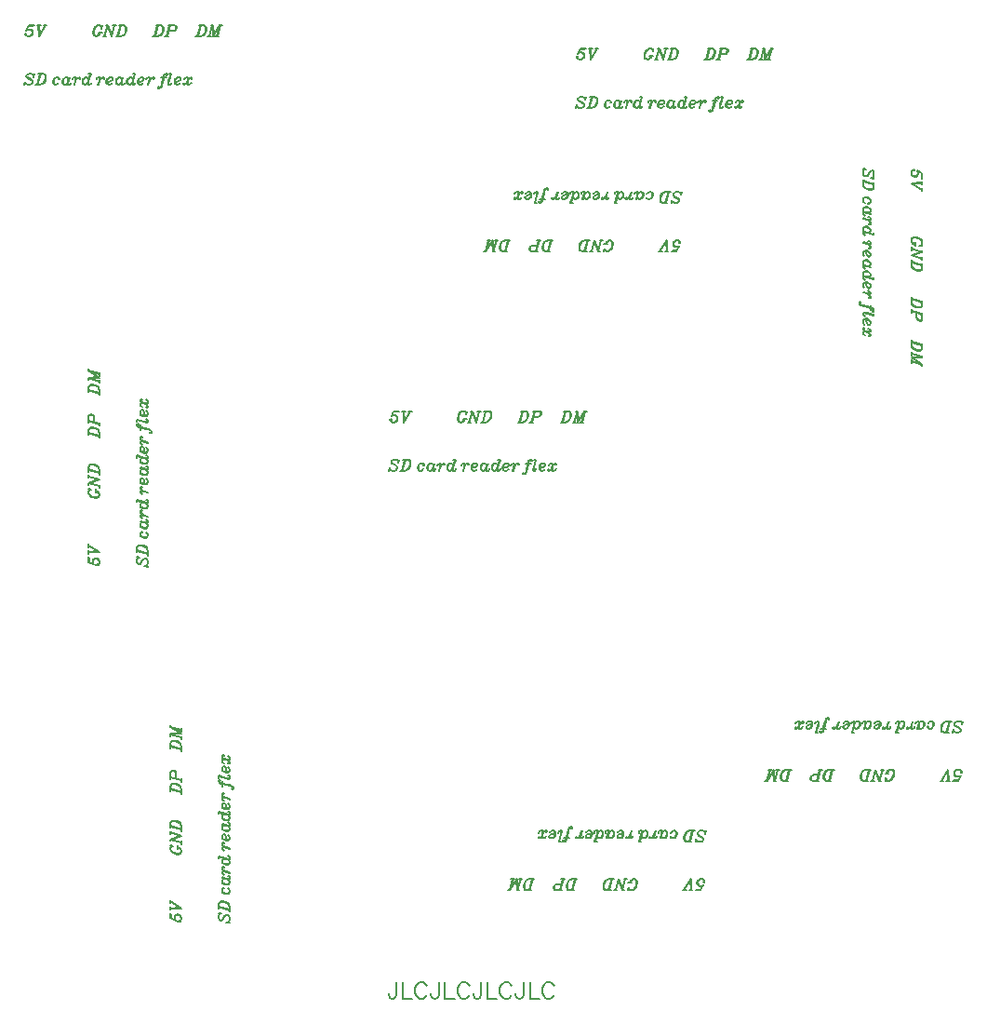
<source format=gto>
%FSLAX46Y46*%
%MOMM*%
%ADD10C,0.150000*%
G01*
%LPD*%
G01*
%LPD*%
D10*
X40857144Y1642857D02*
X40857144Y2785714D01*
D10*
X40785716Y1428571D02*
X40857144Y1642857D01*
D10*
X40714284Y1357142D02*
X40785716Y1428571D01*
D10*
X40571428Y1285714D02*
X40714284Y1357142D01*
D10*
X40428572Y1285714D02*
X40571428Y1285714D01*
D10*
X40285716Y1357142D02*
X40428572Y1285714D01*
D10*
X40214284Y1428571D02*
X40285716Y1357142D01*
D10*
X40142856Y1642857D02*
X40214284Y1428571D01*
D10*
X40142856Y1785714D02*
X40142856Y1642857D01*
D10*
X41428572Y1285714D02*
X41428572Y2785714D01*
D10*
X42285716Y1285714D02*
X41428572Y1285714D01*
D10*
X43571428Y2571428D02*
X43642856Y2428571D01*
D10*
X43428572Y2714285D02*
X43571428Y2571428D01*
D10*
X43285716Y2785714D02*
X43428572Y2714285D01*
D10*
X43000000Y2785714D02*
X43285716Y2785714D01*
D10*
X42857144Y2714285D02*
X43000000Y2785714D01*
D10*
X42714284Y2571428D02*
X42857144Y2714285D01*
D10*
X42642856Y2428571D02*
X42714284Y2571428D01*
D10*
X42571428Y2214285D02*
X42642856Y2428571D01*
D10*
X42571428Y1857142D02*
X42571428Y2214285D01*
D10*
X42642856Y1642857D02*
X42571428Y1857142D01*
D10*
X42714284Y1500000D02*
X42642856Y1642857D01*
D10*
X42857144Y1357142D02*
X42714284Y1500000D01*
D10*
X43000000Y1285714D02*
X42857144Y1357142D01*
D10*
X43285716Y1285714D02*
X43000000Y1285714D01*
D10*
X43428572Y1357142D02*
X43285716Y1285714D01*
D10*
X43571428Y1500000D02*
X43428572Y1357142D01*
D10*
X43642856Y1642857D02*
X43571428Y1500000D01*
D10*
X44714284Y1642857D02*
X44714284Y2785714D01*
D10*
X44642856Y1428571D02*
X44714284Y1642857D01*
D10*
X44571428Y1357142D02*
X44642856Y1428571D01*
D10*
X44428572Y1285714D02*
X44571428Y1357142D01*
D10*
X44285712Y1285714D02*
X44428572Y1285714D01*
D10*
X44142856Y1357142D02*
X44285712Y1285714D01*
D10*
X44071428Y1428571D02*
X44142856Y1357142D01*
D10*
X44000000Y1642857D02*
X44071428Y1428571D01*
D10*
X44000000Y1785714D02*
X44000000Y1642857D01*
D10*
X45285712Y1285714D02*
X45285712Y2785714D01*
D10*
X46142856Y1285714D02*
X45285712Y1285714D01*
D10*
X47428572Y2571428D02*
X47500000Y2428571D01*
D10*
X47285712Y2714285D02*
X47428572Y2571428D01*
D10*
X47142856Y2785714D02*
X47285712Y2714285D01*
D10*
X46857144Y2785714D02*
X47142856Y2785714D01*
D10*
X46714284Y2714285D02*
X46857144Y2785714D01*
D10*
X46571428Y2571428D02*
X46714284Y2714285D01*
D10*
X46500000Y2428571D02*
X46571428Y2571428D01*
D10*
X46428572Y2214285D02*
X46500000Y2428571D01*
D10*
X46428572Y1857142D02*
X46428572Y2214285D01*
D10*
X46500000Y1642857D02*
X46428572Y1857142D01*
D10*
X46571428Y1500000D02*
X46500000Y1642857D01*
D10*
X46714284Y1357142D02*
X46571428Y1500000D01*
D10*
X46857144Y1285714D02*
X46714284Y1357142D01*
D10*
X47142856Y1285714D02*
X46857144Y1285714D01*
D10*
X47285712Y1357142D02*
X47142856Y1285714D01*
D10*
X47428572Y1500000D02*
X47285712Y1357142D01*
D10*
X47500000Y1642857D02*
X47428572Y1500000D01*
D10*
X48571428Y1642857D02*
X48571428Y2785714D01*
D10*
X48500000Y1428571D02*
X48571428Y1642857D01*
D10*
X48428572Y1357142D02*
X48500000Y1428571D01*
D10*
X48285712Y1285714D02*
X48428572Y1357142D01*
D10*
X48142856Y1285714D02*
X48285712Y1285714D01*
D10*
X48000000Y1357142D02*
X48142856Y1285714D01*
D10*
X47928572Y1428571D02*
X48000000Y1357142D01*
D10*
X47857144Y1642857D02*
X47928572Y1428571D01*
D10*
X47857144Y1785714D02*
X47857144Y1642857D01*
D10*
X49142856Y1285714D02*
X49142856Y2785714D01*
D10*
X50000000Y1285714D02*
X49142856Y1285714D01*
D10*
X51285712Y2571428D02*
X51357144Y2428571D01*
D10*
X51142856Y2714285D02*
X51285712Y2571428D01*
D10*
X51000000Y2785714D02*
X51142856Y2714285D01*
D10*
X50714288Y2785714D02*
X51000000Y2785714D01*
D10*
X50571428Y2714285D02*
X50714288Y2785714D01*
D10*
X50428572Y2571428D02*
X50571428Y2714285D01*
D10*
X50357144Y2428571D02*
X50428572Y2571428D01*
D10*
X50285712Y2214285D02*
X50357144Y2428571D01*
D10*
X50285712Y1857142D02*
X50285712Y2214285D01*
D10*
X50357144Y1642857D02*
X50285712Y1857142D01*
D10*
X50428572Y1500000D02*
X50357144Y1642857D01*
D10*
X50571428Y1357142D02*
X50428572Y1500000D01*
D10*
X50714288Y1285714D02*
X50571428Y1357142D01*
D10*
X51000000Y1285714D02*
X50714288Y1285714D01*
D10*
X51142856Y1357142D02*
X51000000Y1285714D01*
D10*
X51285712Y1500000D02*
X51142856Y1357142D01*
D10*
X51357144Y1642857D02*
X51285712Y1500000D01*
D10*
X52428572Y1642857D02*
X52428572Y2785714D01*
D10*
X52357144Y1428571D02*
X52428572Y1642857D01*
D10*
X52285712Y1357142D02*
X52357144Y1428571D01*
D10*
X52142856Y1285714D02*
X52285712Y1357142D01*
D10*
X52000000Y1285714D02*
X52142856Y1285714D01*
D10*
X51857144Y1357142D02*
X52000000Y1285714D01*
D10*
X51785712Y1428571D02*
X51857144Y1357142D01*
D10*
X51714288Y1642857D02*
X51785712Y1428571D01*
D10*
X51714288Y1785714D02*
X51714288Y1642857D01*
D10*
X53000000Y1285714D02*
X53000000Y2785714D01*
D10*
X53857144Y1285714D02*
X53000000Y1285714D01*
D10*
X55142856Y2571428D02*
X55214284Y2428571D01*
D10*
X55000000Y2714285D02*
X55142856Y2571428D01*
D10*
X54857144Y2785714D02*
X55000000Y2714285D01*
D10*
X54571428Y2785714D02*
X54857144Y2785714D01*
D10*
X54428572Y2714285D02*
X54571428Y2785714D01*
D10*
X54285712Y2571428D02*
X54428572Y2714285D01*
D10*
X54214284Y2428571D02*
X54285712Y2571428D01*
D10*
X54142856Y2214285D02*
X54214284Y2428571D01*
D10*
X54142856Y1857142D02*
X54142856Y2214285D01*
D10*
X54214284Y1642857D02*
X54142856Y1857142D01*
D10*
X54285712Y1500000D02*
X54214284Y1642857D01*
D10*
X54428572Y1357142D02*
X54285712Y1500000D01*
D10*
X54571428Y1285714D02*
X54428572Y1357142D01*
D10*
X54857144Y1285714D02*
X54571428Y1285714D01*
D10*
X55000000Y1357142D02*
X54857144Y1285714D01*
D10*
X55142856Y1500000D02*
X55000000Y1357142D01*
D10*
X55214284Y1642857D02*
X55142856Y1500000D01*
D10*
X57390476Y87247616D02*
X57628572Y87723808D01*
D10*
X58104760Y87723808D02*
X57628572Y87723808D01*
D10*
X57866668Y87676192D02*
X57628572Y87676192D01*
D10*
X58104760Y87723808D02*
X57866668Y87676192D01*
D10*
X57438096Y87295240D02*
X57390476Y87247616D01*
D10*
X57580952Y87342856D02*
X57438096Y87295240D01*
D10*
X57723808Y87342856D02*
X57580952Y87342856D01*
D10*
X57866668Y87295240D02*
X57723808Y87342856D01*
D10*
X57914284Y87247616D02*
X57866668Y87295240D01*
D10*
X57961904Y87152384D02*
X57914284Y87247616D01*
D10*
X57961904Y87009520D02*
X57961904Y87152384D01*
D10*
X57914284Y86866664D02*
X57961904Y87009520D01*
D10*
X57819048Y86771432D02*
X57914284Y86866664D01*
D10*
X57676192Y86723808D02*
X57819048Y86771432D01*
D10*
X57533332Y86723808D02*
X57676192Y86723808D01*
D10*
X57390476Y86771432D02*
X57533332Y86723808D01*
D10*
X57342856Y86819048D02*
X57390476Y86771432D01*
D10*
X57295240Y86914288D02*
X57342856Y86819048D01*
D10*
X57295240Y86961904D02*
X57295240Y86914288D01*
D10*
X57342856Y87009520D02*
X57295240Y86961904D01*
D10*
X57390476Y86961904D02*
X57342856Y87009520D01*
D10*
X57342856Y86914288D02*
X57390476Y86961904D01*
D10*
X57819048Y87295240D02*
X57723808Y87342856D01*
D10*
X57866668Y87247616D02*
X57819048Y87295240D01*
D10*
X57914284Y87152384D02*
X57866668Y87247616D01*
D10*
X57914284Y87009520D02*
X57914284Y87152384D01*
D10*
X57866668Y86866664D02*
X57914284Y87009520D01*
D10*
X57771428Y86771432D02*
X57866668Y86866664D01*
D10*
X57676192Y86723808D02*
X57771428Y86771432D01*
D10*
X58533332Y86723808D02*
X58485716Y87723808D01*
D10*
X58580952Y86819048D02*
X58533332Y87723808D01*
D10*
X58533332Y86723808D02*
X59152380Y87723808D01*
D10*
X58676192Y87723808D02*
X58390476Y87723808D01*
D10*
X59247620Y87723808D02*
X58961904Y87723808D01*
D10*
X69042856Y86723808D02*
X69328568Y87723808D01*
D10*
X69090480Y86723808D02*
X69376192Y87723808D01*
D10*
X69614288Y87723808D02*
X69185712Y87723808D01*
D10*
X69757144Y87676192D02*
X69614288Y87723808D01*
D10*
X69804760Y87628568D02*
X69757144Y87676192D01*
D10*
X69852384Y87485712D02*
X69804760Y87628568D01*
D10*
X69852384Y87295240D02*
X69852384Y87485712D01*
D10*
X69804760Y87104760D02*
X69852384Y87295240D01*
D10*
X69709520Y86914288D02*
X69804760Y87104760D01*
D10*
X69614288Y86819048D02*
X69709520Y86914288D01*
D10*
X69519048Y86771432D02*
X69614288Y86819048D01*
D10*
X69328568Y86723808D02*
X69519048Y86771432D01*
D10*
X68900000Y86723808D02*
X69328568Y86723808D01*
D10*
X69709520Y87676192D02*
X69614288Y87723808D01*
D10*
X69757144Y87628568D02*
X69709520Y87676192D01*
D10*
X69804760Y87485712D02*
X69757144Y87628568D01*
D10*
X69804760Y87295240D02*
X69804760Y87485712D01*
D10*
X69757144Y87104760D02*
X69804760Y87295240D01*
D10*
X69661904Y86914288D02*
X69757144Y87104760D01*
D10*
X69566664Y86819048D02*
X69661904Y86914288D01*
D10*
X69471432Y86771432D02*
X69566664Y86819048D01*
D10*
X69328568Y86723808D02*
X69471432Y86771432D01*
D10*
X70138096Y86723808D02*
X70423808Y87723808D01*
D10*
X70185712Y86723808D02*
X70471432Y87723808D01*
D10*
X70852384Y87723808D02*
X70280952Y87723808D01*
D10*
X70995240Y87676192D02*
X70852384Y87723808D01*
D10*
X71042856Y87580952D02*
X70995240Y87676192D01*
D10*
X71042856Y87485712D02*
X71042856Y87580952D01*
D10*
X70995240Y87342856D02*
X71042856Y87485712D01*
D10*
X70900000Y87247616D02*
X70995240Y87342856D01*
D10*
X70709520Y87200000D02*
X70900000Y87247616D01*
D10*
X70328568Y87200000D02*
X70709520Y87200000D01*
D10*
X70947616Y87676192D02*
X70852384Y87723808D01*
D10*
X70995240Y87580952D02*
X70947616Y87676192D01*
D10*
X70995240Y87485712D02*
X70995240Y87580952D01*
D10*
X70947616Y87342856D02*
X70995240Y87485712D01*
D10*
X70852384Y87247616D02*
X70947616Y87342856D01*
D10*
X70709520Y87200000D02*
X70852384Y87247616D01*
D10*
X70328568Y86723808D02*
X69995240Y86723808D01*
D10*
X64204760Y87628568D02*
X64157144Y87628568D01*
D10*
X64252380Y87723808D02*
X64204760Y87628568D01*
D10*
X64204760Y87438096D02*
X64252380Y87723808D01*
D10*
X64204760Y87533336D02*
X64204760Y87438096D01*
D10*
X64157144Y87628568D02*
X64204760Y87533336D01*
D10*
X64109524Y87676192D02*
X64157144Y87628568D01*
D10*
X64014284Y87723808D02*
X64109524Y87676192D01*
D10*
X63871428Y87723808D02*
X64014284Y87723808D01*
D10*
X63728572Y87676192D02*
X63871428Y87723808D01*
D10*
X63633332Y87580952D02*
X63728572Y87676192D01*
D10*
X63538096Y87438096D02*
X63633332Y87580952D01*
D10*
X63490476Y87295240D02*
X63538096Y87438096D01*
D10*
X63442856Y87104760D02*
X63490476Y87295240D01*
D10*
X63442856Y86961904D02*
X63442856Y87104760D01*
D10*
X63490476Y86819048D02*
X63442856Y86961904D01*
D10*
X63538096Y86771432D02*
X63490476Y86819048D01*
D10*
X63680952Y86723808D02*
X63538096Y86771432D01*
D10*
X63776192Y86723808D02*
X63680952Y86723808D01*
D10*
X63919048Y86771432D02*
X63776192Y86723808D01*
D10*
X64014284Y86866664D02*
X63919048Y86771432D01*
D10*
X64109524Y87057144D02*
X64014284Y86866664D01*
D10*
X63776192Y87676192D02*
X63871428Y87723808D01*
D10*
X63680952Y87580952D02*
X63776192Y87676192D01*
D10*
X63585716Y87438096D02*
X63680952Y87580952D01*
D10*
X63538096Y87295240D02*
X63585716Y87438096D01*
D10*
X63490476Y87104760D02*
X63538096Y87295240D01*
D10*
X63490476Y86961904D02*
X63490476Y87104760D01*
D10*
X63538096Y86819048D02*
X63490476Y86961904D01*
D10*
X63585716Y86771432D02*
X63538096Y86819048D01*
D10*
X63680952Y86723808D02*
X63585716Y86771432D01*
D10*
X63871428Y86771432D02*
X63776192Y86723808D01*
D10*
X63966668Y86866664D02*
X63871428Y86771432D01*
D10*
X64061904Y87057144D02*
X63966668Y86866664D01*
D10*
X64252380Y87057144D02*
X63919048Y87057144D01*
D10*
X64490476Y86723808D02*
X64776192Y87723808D01*
D10*
X65109524Y86866664D02*
X64776192Y87723808D01*
D10*
X65109524Y86723808D02*
X64776192Y87580952D01*
D10*
X65109524Y86723808D02*
X65395240Y87723808D01*
D10*
X64776192Y87723808D02*
X64633332Y87723808D01*
D10*
X65538096Y87723808D02*
X65252380Y87723808D01*
D10*
X64633332Y86723808D02*
X64347620Y86723808D01*
D10*
X65680952Y86723808D02*
X65966668Y87723808D01*
D10*
X65728572Y86723808D02*
X66014284Y87723808D01*
D10*
X66252380Y87723808D02*
X65823808Y87723808D01*
D10*
X66395240Y87676192D02*
X66252380Y87723808D01*
D10*
X66442856Y87628568D02*
X66395240Y87676192D01*
D10*
X66490476Y87485712D02*
X66442856Y87628568D01*
D10*
X66490476Y87295240D02*
X66490476Y87485712D01*
D10*
X66442856Y87104760D02*
X66490476Y87295240D01*
D10*
X66347620Y86914288D02*
X66442856Y87104760D01*
D10*
X66252380Y86819048D02*
X66347620Y86914288D01*
D10*
X66157144Y86771432D02*
X66252380Y86819048D01*
D10*
X65966668Y86723808D02*
X66157144Y86771432D01*
D10*
X65538096Y86723808D02*
X65966668Y86723808D01*
D10*
X66347620Y87676192D02*
X66252380Y87723808D01*
D10*
X66395240Y87628568D02*
X66347620Y87676192D01*
D10*
X66442856Y87485712D02*
X66395240Y87628568D01*
D10*
X66442856Y87295240D02*
X66442856Y87485712D01*
D10*
X66395240Y87104760D02*
X66442856Y87295240D01*
D10*
X66300000Y86914288D02*
X66395240Y87104760D01*
D10*
X66204760Y86819048D02*
X66300000Y86914288D01*
D10*
X66109524Y86771432D02*
X66204760Y86819048D01*
D10*
X65966668Y86723808D02*
X66109524Y86771432D01*
D10*
X58052380Y83228568D02*
X58004760Y83228568D01*
D10*
X58100000Y83323808D02*
X58052380Y83228568D01*
D10*
X58052380Y83038096D02*
X58100000Y83323808D01*
D10*
X58052380Y83133336D02*
X58052380Y83038096D01*
D10*
X58004760Y83228568D02*
X58052380Y83133336D01*
D10*
X57957144Y83276192D02*
X58004760Y83228568D01*
D10*
X57814284Y83323808D02*
X57957144Y83276192D01*
D10*
X57623808Y83323808D02*
X57814284Y83323808D01*
D10*
X57480952Y83276192D02*
X57623808Y83323808D01*
D10*
X57385716Y83180952D02*
X57480952Y83276192D01*
D10*
X57385716Y83085712D02*
X57385716Y83180952D01*
D10*
X57433332Y82990480D02*
X57385716Y83085712D01*
D10*
X57480952Y82942856D02*
X57433332Y82990480D01*
D10*
X57814284Y82752384D02*
X57480952Y82942856D01*
D10*
X57909524Y82657144D02*
X57814284Y82752384D01*
D10*
X57480952Y82990480D02*
X57385716Y83085712D01*
D10*
X57814284Y82800000D02*
X57480952Y82990480D01*
D10*
X57861904Y82752384D02*
X57814284Y82800000D01*
D10*
X57909524Y82657144D02*
X57861904Y82752384D01*
D10*
X57909524Y82514288D02*
X57909524Y82657144D01*
D10*
X57861904Y82419048D02*
X57909524Y82514288D01*
D10*
X57814284Y82371432D02*
X57861904Y82419048D01*
D10*
X57671428Y82323808D02*
X57814284Y82371432D01*
D10*
X57480952Y82323808D02*
X57671428Y82323808D01*
D10*
X57338096Y82371432D02*
X57480952Y82323808D01*
D10*
X57290476Y82419048D02*
X57338096Y82371432D01*
D10*
X57242856Y82514288D02*
X57290476Y82419048D01*
D10*
X57242856Y82609520D02*
X57242856Y82514288D01*
D10*
X57195240Y82323808D02*
X57242856Y82609520D01*
D10*
X57242856Y82419048D02*
X57195240Y82323808D01*
D10*
X57290476Y82419048D02*
X57242856Y82419048D01*
D10*
X58338096Y82323808D02*
X58623808Y83323808D01*
D10*
X58385716Y82323808D02*
X58671428Y83323808D01*
D10*
X58909524Y83323808D02*
X58480952Y83323808D01*
D10*
X59052380Y83276192D02*
X58909524Y83323808D01*
D10*
X59100000Y83228568D02*
X59052380Y83276192D01*
D10*
X59147620Y83085712D02*
X59100000Y83228568D01*
D10*
X59147620Y82895240D02*
X59147620Y83085712D01*
D10*
X59100000Y82704760D02*
X59147620Y82895240D01*
D10*
X59004760Y82514288D02*
X59100000Y82704760D01*
D10*
X58909524Y82419048D02*
X59004760Y82514288D01*
D10*
X58814284Y82371432D02*
X58909524Y82419048D01*
D10*
X58623808Y82323808D02*
X58814284Y82371432D01*
D10*
X58195240Y82323808D02*
X58623808Y82323808D01*
D10*
X59004760Y83276192D02*
X58909524Y83323808D01*
D10*
X59052380Y83228568D02*
X59004760Y83276192D01*
D10*
X59100000Y83085712D02*
X59052380Y83228568D01*
D10*
X59100000Y82895240D02*
X59100000Y83085712D01*
D10*
X59052380Y82704760D02*
X59100000Y82895240D01*
D10*
X58957144Y82514288D02*
X59052380Y82704760D01*
D10*
X58861904Y82419048D02*
X58957144Y82514288D01*
D10*
X58766668Y82371432D02*
X58861904Y82419048D01*
D10*
X58623808Y82323808D02*
X58766668Y82371432D01*
D10*
X60338096Y82800000D02*
X60338096Y82847616D01*
D10*
X60385716Y82800000D02*
X60338096Y82800000D01*
D10*
X60385716Y82847616D02*
X60385716Y82800000D01*
D10*
X60338096Y82942856D02*
X60385716Y82847616D01*
D10*
X60242856Y82990480D02*
X60338096Y82942856D01*
D10*
X60100000Y82990480D02*
X60242856Y82990480D01*
D10*
X59957144Y82942856D02*
X60100000Y82990480D01*
D10*
X59861904Y82800000D02*
X59957144Y82942856D01*
D10*
X59814284Y82657144D02*
X59861904Y82800000D01*
D10*
X59814284Y82514288D02*
X59814284Y82657144D01*
D10*
X59861904Y82419048D02*
X59814284Y82514288D01*
D10*
X59909524Y82371432D02*
X59861904Y82419048D01*
D10*
X60004760Y82323808D02*
X59909524Y82371432D01*
D10*
X60100000Y82323808D02*
X60004760Y82323808D01*
D10*
X60242856Y82371432D02*
X60100000Y82323808D01*
D10*
X60338096Y82514288D02*
X60242856Y82371432D01*
D10*
X60004760Y82942856D02*
X60100000Y82990480D01*
D10*
X59909524Y82800000D02*
X60004760Y82942856D01*
D10*
X59861904Y82657144D02*
X59909524Y82800000D01*
D10*
X59861904Y82466664D02*
X59861904Y82657144D01*
D10*
X59909524Y82371432D02*
X59861904Y82466664D01*
D10*
X61195240Y82657144D02*
X61290476Y82990480D01*
D10*
X61147620Y82466664D02*
X61195240Y82657144D01*
D10*
X61147620Y82371432D02*
X61147620Y82466664D01*
D10*
X61195240Y82323808D02*
X61147620Y82371432D01*
D10*
X61338096Y82323808D02*
X61195240Y82323808D01*
D10*
X61433332Y82419048D02*
X61338096Y82323808D01*
D10*
X61480952Y82514288D02*
X61433332Y82419048D01*
D10*
X61242856Y82657144D02*
X61338096Y82990480D01*
D10*
X61195240Y82466664D02*
X61242856Y82657144D01*
D10*
X61195240Y82371432D02*
X61195240Y82466664D01*
D10*
X61242856Y82323808D02*
X61195240Y82371432D01*
D10*
X61195240Y82800000D02*
X61195240Y82657144D01*
D10*
X61147620Y82942856D02*
X61195240Y82800000D01*
D10*
X61052380Y82990480D02*
X61147620Y82942856D01*
D10*
X60957144Y82990480D02*
X61052380Y82990480D01*
D10*
X60814284Y82942856D02*
X60957144Y82990480D01*
D10*
X60719048Y82800000D02*
X60814284Y82942856D01*
D10*
X60671428Y82657144D02*
X60719048Y82800000D01*
D10*
X60671428Y82514288D02*
X60671428Y82657144D01*
D10*
X60719048Y82419048D02*
X60671428Y82514288D01*
D10*
X60766668Y82371432D02*
X60719048Y82419048D01*
D10*
X60861904Y82323808D02*
X60766668Y82371432D01*
D10*
X60957144Y82323808D02*
X60861904Y82323808D01*
D10*
X61052380Y82371432D02*
X60957144Y82323808D01*
D10*
X61147620Y82514288D02*
X61052380Y82371432D01*
D10*
X61195240Y82657144D02*
X61147620Y82514288D01*
D10*
X60861904Y82942856D02*
X60957144Y82990480D01*
D10*
X60766668Y82800000D02*
X60861904Y82942856D01*
D10*
X60719048Y82657144D02*
X60766668Y82800000D01*
D10*
X60719048Y82466664D02*
X60719048Y82657144D01*
D10*
X60766668Y82371432D02*
X60719048Y82466664D01*
D10*
X61623808Y82895240D02*
X61576192Y82800000D01*
D10*
X61719048Y82990480D02*
X61623808Y82895240D01*
D10*
X61861904Y82990480D02*
X61719048Y82990480D01*
D10*
X61909524Y82942856D02*
X61861904Y82990480D01*
D10*
X61909524Y82847616D02*
X61909524Y82942856D01*
D10*
X61861904Y82657144D02*
X61909524Y82847616D01*
D10*
X61766668Y82323808D02*
X61861904Y82657144D01*
D10*
X61861904Y82942856D02*
X61814284Y82990480D01*
D10*
X61861904Y82847616D02*
X61861904Y82942856D01*
D10*
X61814284Y82657144D02*
X61861904Y82847616D01*
D10*
X61719048Y82323808D02*
X61814284Y82657144D01*
D10*
X61957144Y82847616D02*
X61861904Y82657144D01*
D10*
X62052380Y82942856D02*
X61957144Y82847616D01*
D10*
X62147620Y82990480D02*
X62052380Y82942856D01*
D10*
X62242856Y82990480D02*
X62147620Y82990480D01*
D10*
X62290476Y82942856D02*
X62242856Y82990480D01*
D10*
X62290476Y82895240D02*
X62290476Y82942856D01*
D10*
X62242856Y82847616D02*
X62290476Y82895240D01*
D10*
X62195240Y82895240D02*
X62242856Y82847616D01*
D10*
X62242856Y82942856D02*
X62195240Y82895240D01*
D10*
X63004760Y82657144D02*
X63195240Y83323808D01*
D10*
X62957144Y82466664D02*
X63004760Y82657144D01*
D10*
X62957144Y82371432D02*
X62957144Y82466664D01*
D10*
X63004760Y82323808D02*
X62957144Y82371432D01*
D10*
X63147620Y82323808D02*
X63004760Y82323808D01*
D10*
X63242856Y82419048D02*
X63147620Y82323808D01*
D10*
X63290476Y82514288D02*
X63242856Y82419048D01*
D10*
X63052380Y82657144D02*
X63242856Y83323808D01*
D10*
X63004760Y82466664D02*
X63052380Y82657144D01*
D10*
X63004760Y82371432D02*
X63004760Y82466664D01*
D10*
X63052380Y82323808D02*
X63004760Y82371432D01*
D10*
X63004760Y82800000D02*
X63004760Y82657144D01*
D10*
X62957144Y82942856D02*
X63004760Y82800000D01*
D10*
X62861904Y82990480D02*
X62957144Y82942856D01*
D10*
X62766668Y82990480D02*
X62861904Y82990480D01*
D10*
X62623808Y82942856D02*
X62766668Y82990480D01*
D10*
X62528572Y82800000D02*
X62623808Y82942856D01*
D10*
X62480952Y82657144D02*
X62528572Y82800000D01*
D10*
X62480952Y82514288D02*
X62480952Y82657144D01*
D10*
X62528572Y82419048D02*
X62480952Y82514288D01*
D10*
X62576192Y82371432D02*
X62528572Y82419048D01*
D10*
X62671428Y82323808D02*
X62576192Y82371432D01*
D10*
X62766668Y82323808D02*
X62671428Y82323808D01*
D10*
X62861904Y82371432D02*
X62766668Y82323808D01*
D10*
X62957144Y82514288D02*
X62861904Y82371432D01*
D10*
X63004760Y82657144D02*
X62957144Y82514288D01*
D10*
X62671428Y82942856D02*
X62766668Y82990480D01*
D10*
X62576192Y82800000D02*
X62671428Y82942856D01*
D10*
X62528572Y82657144D02*
X62576192Y82800000D01*
D10*
X62528572Y82466664D02*
X62528572Y82657144D01*
D10*
X62576192Y82371432D02*
X62528572Y82466664D01*
D10*
X63242856Y83323808D02*
X63052380Y83323808D01*
D10*
X63814284Y82895240D02*
X63766668Y82800000D01*
D10*
X63909524Y82990480D02*
X63814284Y82895240D01*
D10*
X64052380Y82990480D02*
X63909524Y82990480D01*
D10*
X64100000Y82942856D02*
X64052380Y82990480D01*
D10*
X64100000Y82847616D02*
X64100000Y82942856D01*
D10*
X64052380Y82657144D02*
X64100000Y82847616D01*
D10*
X63957144Y82323808D02*
X64052380Y82657144D01*
D10*
X64052380Y82942856D02*
X64004760Y82990480D01*
D10*
X64052380Y82847616D02*
X64052380Y82942856D01*
D10*
X64004760Y82657144D02*
X64052380Y82847616D01*
D10*
X63909524Y82323808D02*
X64004760Y82657144D01*
D10*
X64147620Y82847616D02*
X64052380Y82657144D01*
D10*
X64242856Y82942856D02*
X64147620Y82847616D01*
D10*
X64338096Y82990480D02*
X64242856Y82942856D01*
D10*
X64433332Y82990480D02*
X64338096Y82990480D01*
D10*
X64480952Y82942856D02*
X64433332Y82990480D01*
D10*
X64480952Y82895240D02*
X64480952Y82942856D01*
D10*
X64433332Y82847616D02*
X64480952Y82895240D01*
D10*
X64385712Y82895240D02*
X64433332Y82847616D01*
D10*
X64433332Y82942856D02*
X64385712Y82895240D01*
D10*
X64909524Y82609520D02*
X64719048Y82561904D01*
D10*
X65052380Y82657144D02*
X64909524Y82609520D01*
D10*
X65195240Y82752384D02*
X65052380Y82657144D01*
D10*
X65242856Y82847616D02*
X65195240Y82752384D01*
D10*
X65195240Y82942856D02*
X65242856Y82847616D01*
D10*
X65100000Y82990480D02*
X65195240Y82942856D01*
D10*
X64957144Y82990480D02*
X65100000Y82990480D01*
D10*
X64814284Y82942856D02*
X64957144Y82990480D01*
D10*
X64719048Y82800000D02*
X64814284Y82942856D01*
D10*
X64671428Y82657144D02*
X64719048Y82800000D01*
D10*
X64671428Y82514288D02*
X64671428Y82657144D01*
D10*
X64719048Y82419048D02*
X64671428Y82514288D01*
D10*
X64766668Y82371432D02*
X64719048Y82419048D01*
D10*
X64861904Y82323808D02*
X64766668Y82371432D01*
D10*
X64957144Y82323808D02*
X64861904Y82323808D01*
D10*
X65100000Y82371432D02*
X64957144Y82323808D01*
D10*
X65195240Y82466664D02*
X65100000Y82371432D01*
D10*
X64861904Y82942856D02*
X64957144Y82990480D01*
D10*
X64766668Y82800000D02*
X64861904Y82942856D01*
D10*
X64719048Y82657144D02*
X64766668Y82800000D01*
D10*
X64719048Y82466664D02*
X64719048Y82657144D01*
D10*
X64766668Y82371432D02*
X64719048Y82466664D01*
D10*
X66052380Y82657144D02*
X66147620Y82990480D01*
D10*
X66004760Y82466664D02*
X66052380Y82657144D01*
D10*
X66004760Y82371432D02*
X66004760Y82466664D01*
D10*
X66052380Y82323808D02*
X66004760Y82371432D01*
D10*
X66195240Y82323808D02*
X66052380Y82323808D01*
D10*
X66290476Y82419048D02*
X66195240Y82323808D01*
D10*
X66338096Y82514288D02*
X66290476Y82419048D01*
D10*
X66100000Y82657144D02*
X66195240Y82990480D01*
D10*
X66052380Y82466664D02*
X66100000Y82657144D01*
D10*
X66052380Y82371432D02*
X66052380Y82466664D01*
D10*
X66100000Y82323808D02*
X66052380Y82371432D01*
D10*
X66052380Y82800000D02*
X66052380Y82657144D01*
D10*
X66004760Y82942856D02*
X66052380Y82800000D01*
D10*
X65909524Y82990480D02*
X66004760Y82942856D01*
D10*
X65814288Y82990480D02*
X65909524Y82990480D01*
D10*
X65671428Y82942856D02*
X65814288Y82990480D01*
D10*
X65576192Y82800000D02*
X65671428Y82942856D01*
D10*
X65528572Y82657144D02*
X65576192Y82800000D01*
D10*
X65528572Y82514288D02*
X65528572Y82657144D01*
D10*
X65576192Y82419048D02*
X65528572Y82514288D01*
D10*
X65623808Y82371432D02*
X65576192Y82419048D01*
D10*
X65719048Y82323808D02*
X65623808Y82371432D01*
D10*
X65814288Y82323808D02*
X65719048Y82323808D01*
D10*
X65909524Y82371432D02*
X65814288Y82323808D01*
D10*
X66004760Y82514288D02*
X65909524Y82371432D01*
D10*
X66052380Y82657144D02*
X66004760Y82514288D01*
D10*
X65719048Y82942856D02*
X65814288Y82990480D01*
D10*
X65623808Y82800000D02*
X65719048Y82942856D01*
D10*
X65576192Y82657144D02*
X65623808Y82800000D01*
D10*
X65576192Y82466664D02*
X65576192Y82657144D01*
D10*
X65623808Y82371432D02*
X65576192Y82466664D01*
D10*
X67052380Y82657144D02*
X67242856Y83323808D01*
D10*
X67004760Y82466664D02*
X67052380Y82657144D01*
D10*
X67004760Y82371432D02*
X67004760Y82466664D01*
D10*
X67052380Y82323808D02*
X67004760Y82371432D01*
D10*
X67195240Y82323808D02*
X67052380Y82323808D01*
D10*
X67290480Y82419048D02*
X67195240Y82323808D01*
D10*
X67338096Y82514288D02*
X67290480Y82419048D01*
D10*
X67100000Y82657144D02*
X67290480Y83323808D01*
D10*
X67052380Y82466664D02*
X67100000Y82657144D01*
D10*
X67052380Y82371432D02*
X67052380Y82466664D01*
D10*
X67100000Y82323808D02*
X67052380Y82371432D01*
D10*
X67052380Y82800000D02*
X67052380Y82657144D01*
D10*
X67004760Y82942856D02*
X67052380Y82800000D01*
D10*
X66909524Y82990480D02*
X67004760Y82942856D01*
D10*
X66814288Y82990480D02*
X66909524Y82990480D01*
D10*
X66671428Y82942856D02*
X66814288Y82990480D01*
D10*
X66576192Y82800000D02*
X66671428Y82942856D01*
D10*
X66528572Y82657144D02*
X66576192Y82800000D01*
D10*
X66528572Y82514288D02*
X66528572Y82657144D01*
D10*
X66576192Y82419048D02*
X66528572Y82514288D01*
D10*
X66623808Y82371432D02*
X66576192Y82419048D01*
D10*
X66719048Y82323808D02*
X66623808Y82371432D01*
D10*
X66814288Y82323808D02*
X66719048Y82323808D01*
D10*
X66909524Y82371432D02*
X66814288Y82323808D01*
D10*
X67004760Y82514288D02*
X66909524Y82371432D01*
D10*
X67052380Y82657144D02*
X67004760Y82514288D01*
D10*
X66719048Y82942856D02*
X66814288Y82990480D01*
D10*
X66623808Y82800000D02*
X66719048Y82942856D01*
D10*
X66576192Y82657144D02*
X66623808Y82800000D01*
D10*
X66576192Y82466664D02*
X66576192Y82657144D01*
D10*
X66623808Y82371432D02*
X66576192Y82466664D01*
D10*
X67290480Y83323808D02*
X67100000Y83323808D01*
D10*
X67766664Y82609520D02*
X67576192Y82561904D01*
D10*
X67909520Y82657144D02*
X67766664Y82609520D01*
D10*
X68052384Y82752384D02*
X67909520Y82657144D01*
D10*
X68100000Y82847616D02*
X68052384Y82752384D01*
D10*
X68052384Y82942856D02*
X68100000Y82847616D01*
D10*
X67957144Y82990480D02*
X68052384Y82942856D01*
D10*
X67814288Y82990480D02*
X67957144Y82990480D01*
D10*
X67671424Y82942856D02*
X67814288Y82990480D01*
D10*
X67576192Y82800000D02*
X67671424Y82942856D01*
D10*
X67528568Y82657144D02*
X67576192Y82800000D01*
D10*
X67528568Y82514288D02*
X67528568Y82657144D01*
D10*
X67576192Y82419048D02*
X67528568Y82514288D01*
D10*
X67623808Y82371432D02*
X67576192Y82419048D01*
D10*
X67719048Y82323808D02*
X67623808Y82371432D01*
D10*
X67814288Y82323808D02*
X67719048Y82323808D01*
D10*
X67957144Y82371432D02*
X67814288Y82323808D01*
D10*
X68052384Y82466664D02*
X67957144Y82371432D01*
D10*
X67719048Y82942856D02*
X67814288Y82990480D01*
D10*
X67623808Y82800000D02*
X67719048Y82942856D01*
D10*
X67576192Y82657144D02*
X67623808Y82800000D01*
D10*
X67576192Y82466664D02*
X67576192Y82657144D01*
D10*
X67623808Y82371432D02*
X67576192Y82466664D01*
D10*
X68338096Y82895240D02*
X68290480Y82800000D01*
D10*
X68433336Y82990480D02*
X68338096Y82895240D01*
D10*
X68576192Y82990480D02*
X68433336Y82990480D01*
D10*
X68623808Y82942856D02*
X68576192Y82990480D01*
D10*
X68623808Y82847616D02*
X68623808Y82942856D01*
D10*
X68576192Y82657144D02*
X68623808Y82847616D01*
D10*
X68480952Y82323808D02*
X68576192Y82657144D01*
D10*
X68576192Y82942856D02*
X68528568Y82990480D01*
D10*
X68576192Y82847616D02*
X68576192Y82942856D01*
D10*
X68528568Y82657144D02*
X68576192Y82847616D01*
D10*
X68433336Y82323808D02*
X68528568Y82657144D01*
D10*
X68671424Y82847616D02*
X68576192Y82657144D01*
D10*
X68766664Y82942856D02*
X68671424Y82847616D01*
D10*
X68861904Y82990480D02*
X68766664Y82942856D01*
D10*
X68957144Y82990480D02*
X68861904Y82990480D01*
D10*
X69004760Y82942856D02*
X68957144Y82990480D01*
D10*
X69004760Y82895240D02*
X69004760Y82942856D01*
D10*
X68957144Y82847616D02*
X69004760Y82895240D01*
D10*
X68909520Y82895240D02*
X68957144Y82847616D01*
D10*
X68957144Y82942856D02*
X68909520Y82895240D01*
D10*
X70100000Y83228568D02*
X70147616Y83276192D01*
D10*
X70147616Y83180952D02*
X70100000Y83228568D01*
D10*
X70195240Y83228568D02*
X70147616Y83180952D01*
D10*
X70195240Y83276192D02*
X70195240Y83228568D01*
D10*
X70147616Y83323808D02*
X70195240Y83276192D01*
D10*
X70052384Y83323808D02*
X70147616Y83323808D01*
D10*
X69957144Y83276192D02*
X70052384Y83323808D01*
D10*
X69909520Y83228568D02*
X69957144Y83276192D01*
D10*
X69861904Y83133336D02*
X69909520Y83228568D01*
D10*
X69814288Y82990480D02*
X69861904Y83133336D01*
D10*
X69671424Y82323808D02*
X69814288Y82990480D01*
D10*
X69623808Y82133336D02*
X69671424Y82323808D01*
D10*
X69576192Y82038096D02*
X69623808Y82133336D01*
D10*
X69957144Y83228568D02*
X70052384Y83323808D01*
D10*
X69909520Y83133336D02*
X69957144Y83228568D01*
D10*
X69861904Y82942856D02*
X69909520Y83133336D01*
D10*
X69766664Y82514288D02*
X69861904Y82942856D01*
D10*
X69719048Y82323808D02*
X69766664Y82514288D01*
D10*
X69671424Y82180952D02*
X69719048Y82323808D01*
D10*
X69623808Y82085712D02*
X69671424Y82180952D01*
D10*
X69576192Y82038096D02*
X69623808Y82085712D01*
D10*
X69480952Y81990480D02*
X69576192Y82038096D01*
D10*
X69385712Y81990480D02*
X69480952Y81990480D01*
D10*
X69338096Y82038096D02*
X69385712Y81990480D01*
D10*
X69338096Y82085712D02*
X69338096Y82038096D01*
D10*
X69385712Y82133336D02*
X69338096Y82085712D01*
D10*
X69433336Y82085712D02*
X69385712Y82133336D01*
D10*
X69385712Y82038096D02*
X69433336Y82085712D01*
D10*
X70100000Y82990480D02*
X69623808Y82990480D01*
D10*
X70338096Y82657144D02*
X70528568Y83323808D01*
D10*
X70290480Y82466664D02*
X70338096Y82657144D01*
D10*
X70290480Y82371432D02*
X70290480Y82466664D01*
D10*
X70338096Y82323808D02*
X70290480Y82371432D01*
D10*
X70480952Y82323808D02*
X70338096Y82323808D01*
D10*
X70576192Y82419048D02*
X70480952Y82323808D01*
D10*
X70623808Y82514288D02*
X70576192Y82419048D01*
D10*
X70385712Y82657144D02*
X70576192Y83323808D01*
D10*
X70338096Y82466664D02*
X70385712Y82657144D01*
D10*
X70338096Y82371432D02*
X70338096Y82466664D01*
D10*
X70385712Y82323808D02*
X70338096Y82371432D01*
D10*
X70576192Y83323808D02*
X70385712Y83323808D01*
D10*
X71100000Y82609520D02*
X70909520Y82561904D01*
D10*
X71242856Y82657144D02*
X71100000Y82609520D01*
D10*
X71385712Y82752384D02*
X71242856Y82657144D01*
D10*
X71433336Y82847616D02*
X71385712Y82752384D01*
D10*
X71385712Y82942856D02*
X71433336Y82847616D01*
D10*
X71290480Y82990480D02*
X71385712Y82942856D01*
D10*
X71147616Y82990480D02*
X71290480Y82990480D01*
D10*
X71004760Y82942856D02*
X71147616Y82990480D01*
D10*
X70909520Y82800000D02*
X71004760Y82942856D01*
D10*
X70861904Y82657144D02*
X70909520Y82800000D01*
D10*
X70861904Y82514288D02*
X70861904Y82657144D01*
D10*
X70909520Y82419048D02*
X70861904Y82514288D01*
D10*
X70957144Y82371432D02*
X70909520Y82419048D01*
D10*
X71052384Y82323808D02*
X70957144Y82371432D01*
D10*
X71147616Y82323808D02*
X71052384Y82323808D01*
D10*
X71290480Y82371432D02*
X71147616Y82323808D01*
D10*
X71385712Y82466664D02*
X71290480Y82371432D01*
D10*
X71052384Y82942856D02*
X71147616Y82990480D01*
D10*
X70957144Y82800000D02*
X71052384Y82942856D01*
D10*
X70909520Y82657144D02*
X70957144Y82800000D01*
D10*
X70909520Y82466664D02*
X70909520Y82657144D01*
D10*
X70957144Y82371432D02*
X70909520Y82466664D01*
D10*
X71814288Y82942856D02*
X71719048Y82800000D01*
D10*
X71909520Y82990480D02*
X71814288Y82942856D01*
D10*
X72052384Y82990480D02*
X71909520Y82990480D01*
D10*
X72100000Y82895240D02*
X72052384Y82990480D01*
D10*
X72100000Y82752384D02*
X72100000Y82895240D01*
D10*
X72052384Y82895240D02*
X72004760Y82990480D01*
D10*
X72052384Y82752384D02*
X72052384Y82895240D01*
D10*
X72004760Y82561904D02*
X72052384Y82752384D01*
D10*
X71957144Y82466664D02*
X72004760Y82561904D01*
D10*
X71861904Y82371432D02*
X71957144Y82466664D01*
D10*
X71766664Y82323808D02*
X71861904Y82371432D01*
D10*
X71719048Y82323808D02*
X71766664Y82323808D01*
D10*
X71671424Y82371432D02*
X71719048Y82323808D01*
D10*
X71671424Y82419048D02*
X71671424Y82371432D01*
D10*
X71719048Y82466664D02*
X71671424Y82419048D01*
D10*
X71766664Y82419048D02*
X71719048Y82466664D01*
D10*
X71719048Y82371432D02*
X71766664Y82419048D01*
D10*
X72004760Y82419048D02*
X72004760Y82561904D01*
D10*
X72052384Y82323808D02*
X72004760Y82419048D01*
D10*
X72195240Y82323808D02*
X72052384Y82323808D01*
D10*
X72290480Y82371432D02*
X72195240Y82323808D01*
D10*
X72385712Y82514288D02*
X72290480Y82371432D01*
D10*
X72338096Y82895240D02*
X72385712Y82942856D01*
D10*
X72385712Y82847616D02*
X72338096Y82895240D01*
D10*
X72433336Y82895240D02*
X72385712Y82847616D01*
D10*
X72433336Y82942856D02*
X72433336Y82895240D01*
D10*
X72385712Y82990480D02*
X72433336Y82942856D01*
D10*
X72338096Y82990480D02*
X72385712Y82990480D01*
D10*
X72242856Y82942856D02*
X72338096Y82990480D01*
D10*
X72147616Y82847616D02*
X72242856Y82942856D01*
D10*
X72100000Y82752384D02*
X72147616Y82847616D01*
D10*
X72052384Y82561904D02*
X72100000Y82752384D01*
D10*
X72052384Y82419048D02*
X72052384Y82561904D01*
D10*
X72100000Y82323808D02*
X72052384Y82419048D01*
D10*
X72942856Y86723808D02*
X73228568Y87723808D01*
D10*
X72990480Y86723808D02*
X73276192Y87723808D01*
D10*
X73514288Y87723808D02*
X73085712Y87723808D01*
D10*
X73657144Y87676192D02*
X73514288Y87723808D01*
D10*
X73704760Y87628568D02*
X73657144Y87676192D01*
D10*
X73752384Y87485712D02*
X73704760Y87628568D01*
D10*
X73752384Y87295240D02*
X73752384Y87485712D01*
D10*
X73704760Y87104760D02*
X73752384Y87295240D01*
D10*
X73609520Y86914288D02*
X73704760Y87104760D01*
D10*
X73514288Y86819048D02*
X73609520Y86914288D01*
D10*
X73419048Y86771432D02*
X73514288Y86819048D01*
D10*
X73228568Y86723808D02*
X73419048Y86771432D01*
D10*
X72800000Y86723808D02*
X73228568Y86723808D01*
D10*
X73609520Y87676192D02*
X73514288Y87723808D01*
D10*
X73657144Y87628568D02*
X73609520Y87676192D01*
D10*
X73704760Y87485712D02*
X73657144Y87628568D01*
D10*
X73704760Y87295240D02*
X73704760Y87485712D01*
D10*
X73657144Y87104760D02*
X73704760Y87295240D01*
D10*
X73561904Y86914288D02*
X73657144Y87104760D01*
D10*
X73466664Y86819048D02*
X73561904Y86914288D01*
D10*
X73371432Y86771432D02*
X73466664Y86819048D01*
D10*
X73228568Y86723808D02*
X73371432Y86771432D01*
D10*
X74038096Y86723808D02*
X74323808Y87723808D01*
D10*
X74371432Y86723808D02*
X74323808Y87723808D01*
D10*
X74419048Y86819048D02*
X74371432Y87723808D01*
D10*
X74371432Y86723808D02*
X74990480Y87723808D01*
D10*
X74704760Y86723808D02*
X74990480Y87723808D01*
D10*
X74752384Y86723808D02*
X75038096Y87723808D01*
D10*
X74371432Y87723808D02*
X74180952Y87723808D01*
D10*
X75180952Y87723808D02*
X74990480Y87723808D01*
D10*
X74180952Y86723808D02*
X73895240Y86723808D01*
D10*
X74895240Y86723808D02*
X74561904Y86723808D01*
D10*
X7190476Y89347616D02*
X7428571Y89823808D01*
D10*
X7904762Y89823808D02*
X7428571Y89823808D01*
D10*
X7666666Y89776192D02*
X7428571Y89776192D01*
D10*
X7904762Y89823808D02*
X7666666Y89776192D01*
D10*
X7238095Y89395240D02*
X7190476Y89347616D01*
D10*
X7380952Y89442856D02*
X7238095Y89395240D01*
D10*
X7523809Y89442856D02*
X7380952Y89442856D01*
D10*
X7666666Y89395240D02*
X7523809Y89442856D01*
D10*
X7714285Y89347616D02*
X7666666Y89395240D01*
D10*
X7761905Y89252384D02*
X7714285Y89347616D01*
D10*
X7761905Y89109520D02*
X7761905Y89252384D01*
D10*
X7714285Y88966664D02*
X7761905Y89109520D01*
D10*
X7619047Y88871432D02*
X7714285Y88966664D01*
D10*
X7476190Y88823808D02*
X7619047Y88871432D01*
D10*
X7333333Y88823808D02*
X7476190Y88823808D01*
D10*
X7190476Y88871432D02*
X7333333Y88823808D01*
D10*
X7142857Y88919048D02*
X7190476Y88871432D01*
D10*
X7095238Y89014288D02*
X7142857Y88919048D01*
D10*
X7095238Y89061904D02*
X7095238Y89014288D01*
D10*
X7142857Y89109520D02*
X7095238Y89061904D01*
D10*
X7190476Y89061904D02*
X7142857Y89109520D01*
D10*
X7142857Y89014288D02*
X7190476Y89061904D01*
D10*
X7619047Y89395240D02*
X7523809Y89442856D01*
D10*
X7666666Y89347616D02*
X7619047Y89395240D01*
D10*
X7714285Y89252384D02*
X7666666Y89347616D01*
D10*
X7714285Y89109520D02*
X7714285Y89252384D01*
D10*
X7666666Y88966664D02*
X7714285Y89109520D01*
D10*
X7571428Y88871432D02*
X7666666Y88966664D01*
D10*
X7476190Y88823808D02*
X7571428Y88871432D01*
D10*
X8333333Y88823808D02*
X8285714Y89823808D01*
D10*
X8380952Y88919048D02*
X8333333Y89823808D01*
D10*
X8333333Y88823808D02*
X8952381Y89823808D01*
D10*
X8476190Y89823808D02*
X8190476Y89823808D01*
D10*
X9047619Y89823808D02*
X8761905Y89823808D01*
D10*
X18842858Y88823808D02*
X19128572Y89823808D01*
D10*
X18890476Y88823808D02*
X19176190Y89823808D01*
D10*
X19414286Y89823808D02*
X18985714Y89823808D01*
D10*
X19557142Y89776192D02*
X19414286Y89823808D01*
D10*
X19604762Y89728568D02*
X19557142Y89776192D01*
D10*
X19652380Y89585712D02*
X19604762Y89728568D01*
D10*
X19652380Y89395240D02*
X19652380Y89585712D01*
D10*
X19604762Y89204760D02*
X19652380Y89395240D01*
D10*
X19509524Y89014288D02*
X19604762Y89204760D01*
D10*
X19414286Y88919048D02*
X19509524Y89014288D01*
D10*
X19319048Y88871432D02*
X19414286Y88919048D01*
D10*
X19128572Y88823808D02*
X19319048Y88871432D01*
D10*
X18700000Y88823808D02*
X19128572Y88823808D01*
D10*
X19509524Y89776192D02*
X19414286Y89823808D01*
D10*
X19557142Y89728568D02*
X19509524Y89776192D01*
D10*
X19604762Y89585712D02*
X19557142Y89728568D01*
D10*
X19604762Y89395240D02*
X19604762Y89585712D01*
D10*
X19557142Y89204760D02*
X19604762Y89395240D01*
D10*
X19461904Y89014288D02*
X19557142Y89204760D01*
D10*
X19366666Y88919048D02*
X19461904Y89014288D01*
D10*
X19271428Y88871432D02*
X19366666Y88919048D01*
D10*
X19128572Y88823808D02*
X19271428Y88871432D01*
D10*
X19938096Y88823808D02*
X20223810Y89823808D01*
D10*
X19985714Y88823808D02*
X20271428Y89823808D01*
D10*
X20652380Y89823808D02*
X20080952Y89823808D01*
D10*
X20795238Y89776192D02*
X20652380Y89823808D01*
D10*
X20842856Y89680952D02*
X20795238Y89776192D01*
D10*
X20842856Y89585712D02*
X20842856Y89680952D01*
D10*
X20795238Y89442856D02*
X20842856Y89585712D01*
D10*
X20700000Y89347616D02*
X20795238Y89442856D01*
D10*
X20509524Y89300000D02*
X20700000Y89347616D01*
D10*
X20128572Y89300000D02*
X20509524Y89300000D01*
D10*
X20747620Y89776192D02*
X20652380Y89823808D01*
D10*
X20795238Y89680952D02*
X20747620Y89776192D01*
D10*
X20795238Y89585712D02*
X20795238Y89680952D01*
D10*
X20747620Y89442856D02*
X20795238Y89585712D01*
D10*
X20652380Y89347616D02*
X20747620Y89442856D01*
D10*
X20509524Y89300000D02*
X20652380Y89347616D01*
D10*
X20128572Y88823808D02*
X19795238Y88823808D01*
D10*
X14004762Y89728568D02*
X13957143Y89728568D01*
D10*
X14052381Y89823808D02*
X14004762Y89728568D01*
D10*
X14004762Y89538096D02*
X14052381Y89823808D01*
D10*
X14004762Y89633336D02*
X14004762Y89538096D01*
D10*
X13957143Y89728568D02*
X14004762Y89633336D01*
D10*
X13909524Y89776192D02*
X13957143Y89728568D01*
D10*
X13814286Y89823808D02*
X13909524Y89776192D01*
D10*
X13671429Y89823808D02*
X13814286Y89823808D01*
D10*
X13528571Y89776192D02*
X13671429Y89823808D01*
D10*
X13433333Y89680952D02*
X13528571Y89776192D01*
D10*
X13338095Y89538096D02*
X13433333Y89680952D01*
D10*
X13290476Y89395240D02*
X13338095Y89538096D01*
D10*
X13242857Y89204760D02*
X13290476Y89395240D01*
D10*
X13242857Y89061904D02*
X13242857Y89204760D01*
D10*
X13290476Y88919048D02*
X13242857Y89061904D01*
D10*
X13338095Y88871432D02*
X13290476Y88919048D01*
D10*
X13480952Y88823808D02*
X13338095Y88871432D01*
D10*
X13576190Y88823808D02*
X13480952Y88823808D01*
D10*
X13719048Y88871432D02*
X13576190Y88823808D01*
D10*
X13814286Y88966664D02*
X13719048Y88871432D01*
D10*
X13909524Y89157144D02*
X13814286Y88966664D01*
D10*
X13576190Y89776192D02*
X13671429Y89823808D01*
D10*
X13480952Y89680952D02*
X13576190Y89776192D01*
D10*
X13385714Y89538096D02*
X13480952Y89680952D01*
D10*
X13338095Y89395240D02*
X13385714Y89538096D01*
D10*
X13290476Y89204760D02*
X13338095Y89395240D01*
D10*
X13290476Y89061904D02*
X13290476Y89204760D01*
D10*
X13338095Y88919048D02*
X13290476Y89061904D01*
D10*
X13385714Y88871432D02*
X13338095Y88919048D01*
D10*
X13480952Y88823808D02*
X13385714Y88871432D01*
D10*
X13671429Y88871432D02*
X13576190Y88823808D01*
D10*
X13766667Y88966664D02*
X13671429Y88871432D01*
D10*
X13861905Y89157144D02*
X13766667Y88966664D01*
D10*
X14052381Y89157144D02*
X13719048Y89157144D01*
D10*
X14290476Y88823808D02*
X14576190Y89823808D01*
D10*
X14909524Y88966664D02*
X14576190Y89823808D01*
D10*
X14909524Y88823808D02*
X14576190Y89680952D01*
D10*
X14909524Y88823808D02*
X15195238Y89823808D01*
D10*
X14576190Y89823808D02*
X14433333Y89823808D01*
D10*
X15338095Y89823808D02*
X15052381Y89823808D01*
D10*
X14433333Y88823808D02*
X14147619Y88823808D01*
D10*
X15480952Y88823808D02*
X15766666Y89823808D01*
D10*
X15528572Y88823808D02*
X15814286Y89823808D01*
D10*
X16052381Y89823808D02*
X15623810Y89823808D01*
D10*
X16195238Y89776192D02*
X16052381Y89823808D01*
D10*
X16242857Y89728568D02*
X16195238Y89776192D01*
D10*
X16290476Y89585712D02*
X16242857Y89728568D01*
D10*
X16290476Y89395240D02*
X16290476Y89585712D01*
D10*
X16242857Y89204760D02*
X16290476Y89395240D01*
D10*
X16147619Y89014288D02*
X16242857Y89204760D01*
D10*
X16052381Y88919048D02*
X16147619Y89014288D01*
D10*
X15957143Y88871432D02*
X16052381Y88919048D01*
D10*
X15766666Y88823808D02*
X15957143Y88871432D01*
D10*
X15338095Y88823808D02*
X15766666Y88823808D01*
D10*
X16147619Y89776192D02*
X16052381Y89823808D01*
D10*
X16195238Y89728568D02*
X16147619Y89776192D01*
D10*
X16242857Y89585712D02*
X16195238Y89728568D01*
D10*
X16242857Y89395240D02*
X16242857Y89585712D01*
D10*
X16195238Y89204760D02*
X16242857Y89395240D01*
D10*
X16100000Y89014288D02*
X16195238Y89204760D01*
D10*
X16004762Y88919048D02*
X16100000Y89014288D01*
D10*
X15909524Y88871432D02*
X16004762Y88919048D01*
D10*
X15766666Y88823808D02*
X15909524Y88871432D01*
D10*
X7852381Y85328568D02*
X7804762Y85328568D01*
D10*
X7900000Y85423808D02*
X7852381Y85328568D01*
D10*
X7852381Y85138096D02*
X7900000Y85423808D01*
D10*
X7852381Y85233336D02*
X7852381Y85138096D01*
D10*
X7804762Y85328568D02*
X7852381Y85233336D01*
D10*
X7757143Y85376192D02*
X7804762Y85328568D01*
D10*
X7614285Y85423808D02*
X7757143Y85376192D01*
D10*
X7423809Y85423808D02*
X7614285Y85423808D01*
D10*
X7280952Y85376192D02*
X7423809Y85423808D01*
D10*
X7185714Y85280952D02*
X7280952Y85376192D01*
D10*
X7185714Y85185712D02*
X7185714Y85280952D01*
D10*
X7233333Y85090480D02*
X7185714Y85185712D01*
D10*
X7280952Y85042856D02*
X7233333Y85090480D01*
D10*
X7614285Y84852384D02*
X7280952Y85042856D01*
D10*
X7709524Y84757144D02*
X7614285Y84852384D01*
D10*
X7280952Y85090480D02*
X7185714Y85185712D01*
D10*
X7614285Y84900000D02*
X7280952Y85090480D01*
D10*
X7661905Y84852384D02*
X7614285Y84900000D01*
D10*
X7709524Y84757144D02*
X7661905Y84852384D01*
D10*
X7709524Y84614288D02*
X7709524Y84757144D01*
D10*
X7661905Y84519048D02*
X7709524Y84614288D01*
D10*
X7614285Y84471432D02*
X7661905Y84519048D01*
D10*
X7471428Y84423808D02*
X7614285Y84471432D01*
D10*
X7280952Y84423808D02*
X7471428Y84423808D01*
D10*
X7138095Y84471432D02*
X7280952Y84423808D01*
D10*
X7090476Y84519048D02*
X7138095Y84471432D01*
D10*
X7042857Y84614288D02*
X7090476Y84519048D01*
D10*
X7042857Y84709520D02*
X7042857Y84614288D01*
D10*
X6995238Y84423808D02*
X7042857Y84709520D01*
D10*
X7042857Y84519048D02*
X6995238Y84423808D01*
D10*
X7090476Y84519048D02*
X7042857Y84519048D01*
D10*
X8138095Y84423808D02*
X8423810Y85423808D01*
D10*
X8185714Y84423808D02*
X8471428Y85423808D01*
D10*
X8709524Y85423808D02*
X8280952Y85423808D01*
D10*
X8852381Y85376192D02*
X8709524Y85423808D01*
D10*
X8900000Y85328568D02*
X8852381Y85376192D01*
D10*
X8947619Y85185712D02*
X8900000Y85328568D01*
D10*
X8947619Y84995240D02*
X8947619Y85185712D01*
D10*
X8900000Y84804760D02*
X8947619Y84995240D01*
D10*
X8804762Y84614288D02*
X8900000Y84804760D01*
D10*
X8709524Y84519048D02*
X8804762Y84614288D01*
D10*
X8614286Y84471432D02*
X8709524Y84519048D01*
D10*
X8423810Y84423808D02*
X8614286Y84471432D01*
D10*
X7995238Y84423808D02*
X8423810Y84423808D01*
D10*
X8804762Y85376192D02*
X8709524Y85423808D01*
D10*
X8852381Y85328568D02*
X8804762Y85376192D01*
D10*
X8900000Y85185712D02*
X8852381Y85328568D01*
D10*
X8900000Y84995240D02*
X8900000Y85185712D01*
D10*
X8852381Y84804760D02*
X8900000Y84995240D01*
D10*
X8757143Y84614288D02*
X8852381Y84804760D01*
D10*
X8661905Y84519048D02*
X8757143Y84614288D01*
D10*
X8566667Y84471432D02*
X8661905Y84519048D01*
D10*
X8423810Y84423808D02*
X8566667Y84471432D01*
D10*
X10138095Y84900000D02*
X10138095Y84947616D01*
D10*
X10185714Y84900000D02*
X10138095Y84900000D01*
D10*
X10185714Y84947616D02*
X10185714Y84900000D01*
D10*
X10138095Y85042856D02*
X10185714Y84947616D01*
D10*
X10042857Y85090480D02*
X10138095Y85042856D01*
D10*
X9900000Y85090480D02*
X10042857Y85090480D01*
D10*
X9757143Y85042856D02*
X9900000Y85090480D01*
D10*
X9661905Y84900000D02*
X9757143Y85042856D01*
D10*
X9614286Y84757144D02*
X9661905Y84900000D01*
D10*
X9614286Y84614288D02*
X9614286Y84757144D01*
D10*
X9661905Y84519048D02*
X9614286Y84614288D01*
D10*
X9709524Y84471432D02*
X9661905Y84519048D01*
D10*
X9804762Y84423808D02*
X9709524Y84471432D01*
D10*
X9900000Y84423808D02*
X9804762Y84423808D01*
D10*
X10042857Y84471432D02*
X9900000Y84423808D01*
D10*
X10138095Y84614288D02*
X10042857Y84471432D01*
D10*
X9804762Y85042856D02*
X9900000Y85090480D01*
D10*
X9709524Y84900000D02*
X9804762Y85042856D01*
D10*
X9661905Y84757144D02*
X9709524Y84900000D01*
D10*
X9661905Y84566664D02*
X9661905Y84757144D01*
D10*
X9709524Y84471432D02*
X9661905Y84566664D01*
D10*
X10995238Y84757144D02*
X11090476Y85090480D01*
D10*
X10947619Y84566664D02*
X10995238Y84757144D01*
D10*
X10947619Y84471432D02*
X10947619Y84566664D01*
D10*
X10995238Y84423808D02*
X10947619Y84471432D01*
D10*
X11138095Y84423808D02*
X10995238Y84423808D01*
D10*
X11233334Y84519048D02*
X11138095Y84423808D01*
D10*
X11280952Y84614288D02*
X11233334Y84519048D01*
D10*
X11042857Y84757144D02*
X11138095Y85090480D01*
D10*
X10995238Y84566664D02*
X11042857Y84757144D01*
D10*
X10995238Y84471432D02*
X10995238Y84566664D01*
D10*
X11042857Y84423808D02*
X10995238Y84471432D01*
D10*
X10995238Y84900000D02*
X10995238Y84757144D01*
D10*
X10947619Y85042856D02*
X10995238Y84900000D01*
D10*
X10852381Y85090480D02*
X10947619Y85042856D01*
D10*
X10757143Y85090480D02*
X10852381Y85090480D01*
D10*
X10614286Y85042856D02*
X10757143Y85090480D01*
D10*
X10519048Y84900000D02*
X10614286Y85042856D01*
D10*
X10471428Y84757144D02*
X10519048Y84900000D01*
D10*
X10471428Y84614288D02*
X10471428Y84757144D01*
D10*
X10519048Y84519048D02*
X10471428Y84614288D01*
D10*
X10566666Y84471432D02*
X10519048Y84519048D01*
D10*
X10661905Y84423808D02*
X10566666Y84471432D01*
D10*
X10757143Y84423808D02*
X10661905Y84423808D01*
D10*
X10852381Y84471432D02*
X10757143Y84423808D01*
D10*
X10947619Y84614288D02*
X10852381Y84471432D01*
D10*
X10995238Y84757144D02*
X10947619Y84614288D01*
D10*
X10661905Y85042856D02*
X10757143Y85090480D01*
D10*
X10566666Y84900000D02*
X10661905Y85042856D01*
D10*
X10519048Y84757144D02*
X10566666Y84900000D01*
D10*
X10519048Y84566664D02*
X10519048Y84757144D01*
D10*
X10566666Y84471432D02*
X10519048Y84566664D01*
D10*
X11423810Y84995240D02*
X11376190Y84900000D01*
D10*
X11519048Y85090480D02*
X11423810Y84995240D01*
D10*
X11661904Y85090480D02*
X11519048Y85090480D01*
D10*
X11709524Y85042856D02*
X11661904Y85090480D01*
D10*
X11709524Y84947616D02*
X11709524Y85042856D01*
D10*
X11661904Y84757144D02*
X11709524Y84947616D01*
D10*
X11566666Y84423808D02*
X11661904Y84757144D01*
D10*
X11661904Y85042856D02*
X11614286Y85090480D01*
D10*
X11661904Y84947616D02*
X11661904Y85042856D01*
D10*
X11614286Y84757144D02*
X11661904Y84947616D01*
D10*
X11519048Y84423808D02*
X11614286Y84757144D01*
D10*
X11757143Y84947616D02*
X11661904Y84757144D01*
D10*
X11852381Y85042856D02*
X11757143Y84947616D01*
D10*
X11947619Y85090480D02*
X11852381Y85042856D01*
D10*
X12042857Y85090480D02*
X11947619Y85090480D01*
D10*
X12090476Y85042856D02*
X12042857Y85090480D01*
D10*
X12090476Y84995240D02*
X12090476Y85042856D01*
D10*
X12042857Y84947616D02*
X12090476Y84995240D01*
D10*
X11995238Y84995240D02*
X12042857Y84947616D01*
D10*
X12042857Y85042856D02*
X11995238Y84995240D01*
D10*
X12804762Y84757144D02*
X12995238Y85423808D01*
D10*
X12757143Y84566664D02*
X12804762Y84757144D01*
D10*
X12757143Y84471432D02*
X12757143Y84566664D01*
D10*
X12804762Y84423808D02*
X12757143Y84471432D01*
D10*
X12947619Y84423808D02*
X12804762Y84423808D01*
D10*
X13042857Y84519048D02*
X12947619Y84423808D01*
D10*
X13090476Y84614288D02*
X13042857Y84519048D01*
D10*
X12852381Y84757144D02*
X13042857Y85423808D01*
D10*
X12804762Y84566664D02*
X12852381Y84757144D01*
D10*
X12804762Y84471432D02*
X12804762Y84566664D01*
D10*
X12852381Y84423808D02*
X12804762Y84471432D01*
D10*
X12804762Y84900000D02*
X12804762Y84757144D01*
D10*
X12757143Y85042856D02*
X12804762Y84900000D01*
D10*
X12661904Y85090480D02*
X12757143Y85042856D01*
D10*
X12566666Y85090480D02*
X12661904Y85090480D01*
D10*
X12423810Y85042856D02*
X12566666Y85090480D01*
D10*
X12328572Y84900000D02*
X12423810Y85042856D01*
D10*
X12280952Y84757144D02*
X12328572Y84900000D01*
D10*
X12280952Y84614288D02*
X12280952Y84757144D01*
D10*
X12328572Y84519048D02*
X12280952Y84614288D01*
D10*
X12376190Y84471432D02*
X12328572Y84519048D01*
D10*
X12471428Y84423808D02*
X12376190Y84471432D01*
D10*
X12566666Y84423808D02*
X12471428Y84423808D01*
D10*
X12661904Y84471432D02*
X12566666Y84423808D01*
D10*
X12757143Y84614288D02*
X12661904Y84471432D01*
D10*
X12804762Y84757144D02*
X12757143Y84614288D01*
D10*
X12471428Y85042856D02*
X12566666Y85090480D01*
D10*
X12376190Y84900000D02*
X12471428Y85042856D01*
D10*
X12328572Y84757144D02*
X12376190Y84900000D01*
D10*
X12328572Y84566664D02*
X12328572Y84757144D01*
D10*
X12376190Y84471432D02*
X12328572Y84566664D01*
D10*
X13042857Y85423808D02*
X12852381Y85423808D01*
D10*
X13614286Y84995240D02*
X13566666Y84900000D01*
D10*
X13709524Y85090480D02*
X13614286Y84995240D01*
D10*
X13852381Y85090480D02*
X13709524Y85090480D01*
D10*
X13900000Y85042856D02*
X13852381Y85090480D01*
D10*
X13900000Y84947616D02*
X13900000Y85042856D01*
D10*
X13852381Y84757144D02*
X13900000Y84947616D01*
D10*
X13757143Y84423808D02*
X13852381Y84757144D01*
D10*
X13852381Y85042856D02*
X13804762Y85090480D01*
D10*
X13852381Y84947616D02*
X13852381Y85042856D01*
D10*
X13804762Y84757144D02*
X13852381Y84947616D01*
D10*
X13709524Y84423808D02*
X13804762Y84757144D01*
D10*
X13947619Y84947616D02*
X13852381Y84757144D01*
D10*
X14042857Y85042856D02*
X13947619Y84947616D01*
D10*
X14138095Y85090480D02*
X14042857Y85042856D01*
D10*
X14233333Y85090480D02*
X14138095Y85090480D01*
D10*
X14280952Y85042856D02*
X14233333Y85090480D01*
D10*
X14280952Y84995240D02*
X14280952Y85042856D01*
D10*
X14233333Y84947616D02*
X14280952Y84995240D01*
D10*
X14185714Y84995240D02*
X14233333Y84947616D01*
D10*
X14233333Y85042856D02*
X14185714Y84995240D01*
D10*
X14709524Y84709520D02*
X14519048Y84661904D01*
D10*
X14852381Y84757144D02*
X14709524Y84709520D01*
D10*
X14995238Y84852384D02*
X14852381Y84757144D01*
D10*
X15042857Y84947616D02*
X14995238Y84852384D01*
D10*
X14995238Y85042856D02*
X15042857Y84947616D01*
D10*
X14900000Y85090480D02*
X14995238Y85042856D01*
D10*
X14757142Y85090480D02*
X14900000Y85090480D01*
D10*
X14614286Y85042856D02*
X14757142Y85090480D01*
D10*
X14519048Y84900000D02*
X14614286Y85042856D01*
D10*
X14471428Y84757144D02*
X14519048Y84900000D01*
D10*
X14471428Y84614288D02*
X14471428Y84757144D01*
D10*
X14519048Y84519048D02*
X14471428Y84614288D01*
D10*
X14566666Y84471432D02*
X14519048Y84519048D01*
D10*
X14661904Y84423808D02*
X14566666Y84471432D01*
D10*
X14757142Y84423808D02*
X14661904Y84423808D01*
D10*
X14900000Y84471432D02*
X14757142Y84423808D01*
D10*
X14995238Y84566664D02*
X14900000Y84471432D01*
D10*
X14661904Y85042856D02*
X14757142Y85090480D01*
D10*
X14566666Y84900000D02*
X14661904Y85042856D01*
D10*
X14519048Y84757144D02*
X14566666Y84900000D01*
D10*
X14519048Y84566664D02*
X14519048Y84757144D01*
D10*
X14566666Y84471432D02*
X14519048Y84566664D01*
D10*
X15852381Y84757144D02*
X15947619Y85090480D01*
D10*
X15804762Y84566664D02*
X15852381Y84757144D01*
D10*
X15804762Y84471432D02*
X15804762Y84566664D01*
D10*
X15852381Y84423808D02*
X15804762Y84471432D01*
D10*
X15995238Y84423808D02*
X15852381Y84423808D01*
D10*
X16090476Y84519048D02*
X15995238Y84423808D01*
D10*
X16138095Y84614288D02*
X16090476Y84519048D01*
D10*
X15900000Y84757144D02*
X15995238Y85090480D01*
D10*
X15852381Y84566664D02*
X15900000Y84757144D01*
D10*
X15852381Y84471432D02*
X15852381Y84566664D01*
D10*
X15900000Y84423808D02*
X15852381Y84471432D01*
D10*
X15852381Y84900000D02*
X15852381Y84757144D01*
D10*
X15804762Y85042856D02*
X15852381Y84900000D01*
D10*
X15709524Y85090480D02*
X15804762Y85042856D01*
D10*
X15614286Y85090480D02*
X15709524Y85090480D01*
D10*
X15471428Y85042856D02*
X15614286Y85090480D01*
D10*
X15376190Y84900000D02*
X15471428Y85042856D01*
D10*
X15328571Y84757144D02*
X15376190Y84900000D01*
D10*
X15328571Y84614288D02*
X15328571Y84757144D01*
D10*
X15376190Y84519048D02*
X15328571Y84614288D01*
D10*
X15423809Y84471432D02*
X15376190Y84519048D01*
D10*
X15519047Y84423808D02*
X15423809Y84471432D01*
D10*
X15614286Y84423808D02*
X15519047Y84423808D01*
D10*
X15709524Y84471432D02*
X15614286Y84423808D01*
D10*
X15804762Y84614288D02*
X15709524Y84471432D01*
D10*
X15852381Y84757144D02*
X15804762Y84614288D01*
D10*
X15519047Y85042856D02*
X15614286Y85090480D01*
D10*
X15423809Y84900000D02*
X15519047Y85042856D01*
D10*
X15376190Y84757144D02*
X15423809Y84900000D01*
D10*
X15376190Y84566664D02*
X15376190Y84757144D01*
D10*
X15423809Y84471432D02*
X15376190Y84566664D01*
D10*
X16852380Y84757144D02*
X17042856Y85423808D01*
D10*
X16804762Y84566664D02*
X16852380Y84757144D01*
D10*
X16804762Y84471432D02*
X16804762Y84566664D01*
D10*
X16852380Y84423808D02*
X16804762Y84471432D01*
D10*
X16995238Y84423808D02*
X16852380Y84423808D01*
D10*
X17090476Y84519048D02*
X16995238Y84423808D01*
D10*
X17138096Y84614288D02*
X17090476Y84519048D01*
D10*
X16900000Y84757144D02*
X17090476Y85423808D01*
D10*
X16852380Y84566664D02*
X16900000Y84757144D01*
D10*
X16852380Y84471432D02*
X16852380Y84566664D01*
D10*
X16900000Y84423808D02*
X16852380Y84471432D01*
D10*
X16852380Y84900000D02*
X16852380Y84757144D01*
D10*
X16804762Y85042856D02*
X16852380Y84900000D01*
D10*
X16709524Y85090480D02*
X16804762Y85042856D01*
D10*
X16614286Y85090480D02*
X16709524Y85090480D01*
D10*
X16471428Y85042856D02*
X16614286Y85090480D01*
D10*
X16376190Y84900000D02*
X16471428Y85042856D01*
D10*
X16328571Y84757144D02*
X16376190Y84900000D01*
D10*
X16328571Y84614288D02*
X16328571Y84757144D01*
D10*
X16376190Y84519048D02*
X16328571Y84614288D01*
D10*
X16423809Y84471432D02*
X16376190Y84519048D01*
D10*
X16519047Y84423808D02*
X16423809Y84471432D01*
D10*
X16614286Y84423808D02*
X16519047Y84423808D01*
D10*
X16709524Y84471432D02*
X16614286Y84423808D01*
D10*
X16804762Y84614288D02*
X16709524Y84471432D01*
D10*
X16852380Y84757144D02*
X16804762Y84614288D01*
D10*
X16519047Y85042856D02*
X16614286Y85090480D01*
D10*
X16423809Y84900000D02*
X16519047Y85042856D01*
D10*
X16376190Y84757144D02*
X16423809Y84900000D01*
D10*
X16376190Y84566664D02*
X16376190Y84757144D01*
D10*
X16423809Y84471432D02*
X16376190Y84566664D01*
D10*
X17090476Y85423808D02*
X16900000Y85423808D01*
D10*
X17566666Y84709520D02*
X17376190Y84661904D01*
D10*
X17709524Y84757144D02*
X17566666Y84709520D01*
D10*
X17852380Y84852384D02*
X17709524Y84757144D01*
D10*
X17900000Y84947616D02*
X17852380Y84852384D01*
D10*
X17852380Y85042856D02*
X17900000Y84947616D01*
D10*
X17757144Y85090480D02*
X17852380Y85042856D01*
D10*
X17614286Y85090480D02*
X17757144Y85090480D01*
D10*
X17471428Y85042856D02*
X17614286Y85090480D01*
D10*
X17376190Y84900000D02*
X17471428Y85042856D01*
D10*
X17328572Y84757144D02*
X17376190Y84900000D01*
D10*
X17328572Y84614288D02*
X17328572Y84757144D01*
D10*
X17376190Y84519048D02*
X17328572Y84614288D01*
D10*
X17423808Y84471432D02*
X17376190Y84519048D01*
D10*
X17519048Y84423808D02*
X17423808Y84471432D01*
D10*
X17614286Y84423808D02*
X17519048Y84423808D01*
D10*
X17757144Y84471432D02*
X17614286Y84423808D01*
D10*
X17852380Y84566664D02*
X17757144Y84471432D01*
D10*
X17519048Y85042856D02*
X17614286Y85090480D01*
D10*
X17423808Y84900000D02*
X17519048Y85042856D01*
D10*
X17376190Y84757144D02*
X17423808Y84900000D01*
D10*
X17376190Y84566664D02*
X17376190Y84757144D01*
D10*
X17423808Y84471432D02*
X17376190Y84566664D01*
D10*
X18138096Y84995240D02*
X18090476Y84900000D01*
D10*
X18233332Y85090480D02*
X18138096Y84995240D01*
D10*
X18376190Y85090480D02*
X18233332Y85090480D01*
D10*
X18423808Y85042856D02*
X18376190Y85090480D01*
D10*
X18423808Y84947616D02*
X18423808Y85042856D01*
D10*
X18376190Y84757144D02*
X18423808Y84947616D01*
D10*
X18280952Y84423808D02*
X18376190Y84757144D01*
D10*
X18376190Y85042856D02*
X18328572Y85090480D01*
D10*
X18376190Y84947616D02*
X18376190Y85042856D01*
D10*
X18328572Y84757144D02*
X18376190Y84947616D01*
D10*
X18233332Y84423808D02*
X18328572Y84757144D01*
D10*
X18471428Y84947616D02*
X18376190Y84757144D01*
D10*
X18566666Y85042856D02*
X18471428Y84947616D01*
D10*
X18661904Y85090480D02*
X18566666Y85042856D01*
D10*
X18757144Y85090480D02*
X18661904Y85090480D01*
D10*
X18804762Y85042856D02*
X18757144Y85090480D01*
D10*
X18804762Y84995240D02*
X18804762Y85042856D01*
D10*
X18757144Y84947616D02*
X18804762Y84995240D01*
D10*
X18709524Y84995240D02*
X18757144Y84947616D01*
D10*
X18757144Y85042856D02*
X18709524Y84995240D01*
D10*
X19900000Y85328568D02*
X19947620Y85376192D01*
D10*
X19947620Y85280952D02*
X19900000Y85328568D01*
D10*
X19995238Y85328568D02*
X19947620Y85280952D01*
D10*
X19995238Y85376192D02*
X19995238Y85328568D01*
D10*
X19947620Y85423808D02*
X19995238Y85376192D01*
D10*
X19852380Y85423808D02*
X19947620Y85423808D01*
D10*
X19757144Y85376192D02*
X19852380Y85423808D01*
D10*
X19709524Y85328568D02*
X19757144Y85376192D01*
D10*
X19661904Y85233336D02*
X19709524Y85328568D01*
D10*
X19614286Y85090480D02*
X19661904Y85233336D01*
D10*
X19471428Y84423808D02*
X19614286Y85090480D01*
D10*
X19423808Y84233336D02*
X19471428Y84423808D01*
D10*
X19376190Y84138096D02*
X19423808Y84233336D01*
D10*
X19757144Y85328568D02*
X19852380Y85423808D01*
D10*
X19709524Y85233336D02*
X19757144Y85328568D01*
D10*
X19661904Y85042856D02*
X19709524Y85233336D01*
D10*
X19566666Y84614288D02*
X19661904Y85042856D01*
D10*
X19519048Y84423808D02*
X19566666Y84614288D01*
D10*
X19471428Y84280952D02*
X19519048Y84423808D01*
D10*
X19423808Y84185712D02*
X19471428Y84280952D01*
D10*
X19376190Y84138096D02*
X19423808Y84185712D01*
D10*
X19280952Y84090480D02*
X19376190Y84138096D01*
D10*
X19185714Y84090480D02*
X19280952Y84090480D01*
D10*
X19138096Y84138096D02*
X19185714Y84090480D01*
D10*
X19138096Y84185712D02*
X19138096Y84138096D01*
D10*
X19185714Y84233336D02*
X19138096Y84185712D01*
D10*
X19233332Y84185712D02*
X19185714Y84233336D01*
D10*
X19185714Y84138096D02*
X19233332Y84185712D01*
D10*
X19900000Y85090480D02*
X19423808Y85090480D01*
D10*
X20138096Y84757144D02*
X20328572Y85423808D01*
D10*
X20090476Y84566664D02*
X20138096Y84757144D01*
D10*
X20090476Y84471432D02*
X20090476Y84566664D01*
D10*
X20138096Y84423808D02*
X20090476Y84471432D01*
D10*
X20280952Y84423808D02*
X20138096Y84423808D01*
D10*
X20376190Y84519048D02*
X20280952Y84423808D01*
D10*
X20423808Y84614288D02*
X20376190Y84519048D01*
D10*
X20185714Y84757144D02*
X20376190Y85423808D01*
D10*
X20138096Y84566664D02*
X20185714Y84757144D01*
D10*
X20138096Y84471432D02*
X20138096Y84566664D01*
D10*
X20185714Y84423808D02*
X20138096Y84471432D01*
D10*
X20376190Y85423808D02*
X20185714Y85423808D01*
D10*
X20900000Y84709520D02*
X20709524Y84661904D01*
D10*
X21042856Y84757144D02*
X20900000Y84709520D01*
D10*
X21185714Y84852384D02*
X21042856Y84757144D01*
D10*
X21233332Y84947616D02*
X21185714Y84852384D01*
D10*
X21185714Y85042856D02*
X21233332Y84947616D01*
D10*
X21090476Y85090480D02*
X21185714Y85042856D01*
D10*
X20947620Y85090480D02*
X21090476Y85090480D01*
D10*
X20804762Y85042856D02*
X20947620Y85090480D01*
D10*
X20709524Y84900000D02*
X20804762Y85042856D01*
D10*
X20661904Y84757144D02*
X20709524Y84900000D01*
D10*
X20661904Y84614288D02*
X20661904Y84757144D01*
D10*
X20709524Y84519048D02*
X20661904Y84614288D01*
D10*
X20757144Y84471432D02*
X20709524Y84519048D01*
D10*
X20852380Y84423808D02*
X20757144Y84471432D01*
D10*
X20947620Y84423808D02*
X20852380Y84423808D01*
D10*
X21090476Y84471432D02*
X20947620Y84423808D01*
D10*
X21185714Y84566664D02*
X21090476Y84471432D01*
D10*
X20852380Y85042856D02*
X20947620Y85090480D01*
D10*
X20757144Y84900000D02*
X20852380Y85042856D01*
D10*
X20709524Y84757144D02*
X20757144Y84900000D01*
D10*
X20709524Y84566664D02*
X20709524Y84757144D01*
D10*
X20757144Y84471432D02*
X20709524Y84566664D01*
D10*
X21614284Y85042856D02*
X21519048Y84900000D01*
D10*
X21709524Y85090480D02*
X21614284Y85042856D01*
D10*
X21852380Y85090480D02*
X21709524Y85090480D01*
D10*
X21900000Y84995240D02*
X21852380Y85090480D01*
D10*
X21900000Y84852384D02*
X21900000Y84995240D01*
D10*
X21852380Y84995240D02*
X21804762Y85090480D01*
D10*
X21852380Y84852384D02*
X21852380Y84995240D01*
D10*
X21804762Y84661904D02*
X21852380Y84852384D01*
D10*
X21757144Y84566664D02*
X21804762Y84661904D01*
D10*
X21661904Y84471432D02*
X21757144Y84566664D01*
D10*
X21566666Y84423808D02*
X21661904Y84471432D01*
D10*
X21519048Y84423808D02*
X21566666Y84423808D01*
D10*
X21471428Y84471432D02*
X21519048Y84423808D01*
D10*
X21471428Y84519048D02*
X21471428Y84471432D01*
D10*
X21519048Y84566664D02*
X21471428Y84519048D01*
D10*
X21566666Y84519048D02*
X21519048Y84566664D01*
D10*
X21519048Y84471432D02*
X21566666Y84519048D01*
D10*
X21804762Y84519048D02*
X21804762Y84661904D01*
D10*
X21852380Y84423808D02*
X21804762Y84519048D01*
D10*
X21995238Y84423808D02*
X21852380Y84423808D01*
D10*
X22090476Y84471432D02*
X21995238Y84423808D01*
D10*
X22185714Y84614288D02*
X22090476Y84471432D01*
D10*
X22138096Y84995240D02*
X22185714Y85042856D01*
D10*
X22185714Y84947616D02*
X22138096Y84995240D01*
D10*
X22233332Y84995240D02*
X22185714Y84947616D01*
D10*
X22233332Y85042856D02*
X22233332Y84995240D01*
D10*
X22185714Y85090480D02*
X22233332Y85042856D01*
D10*
X22138096Y85090480D02*
X22185714Y85090480D01*
D10*
X22042856Y85042856D02*
X22138096Y85090480D01*
D10*
X21947620Y84947616D02*
X22042856Y85042856D01*
D10*
X21900000Y84852384D02*
X21947620Y84947616D01*
D10*
X21852380Y84661904D02*
X21900000Y84852384D01*
D10*
X21852380Y84519048D02*
X21852380Y84661904D01*
D10*
X21900000Y84423808D02*
X21852380Y84519048D01*
D10*
X22742858Y88823808D02*
X23028572Y89823808D01*
D10*
X22790476Y88823808D02*
X23076190Y89823808D01*
D10*
X23314286Y89823808D02*
X22885714Y89823808D01*
D10*
X23457142Y89776192D02*
X23314286Y89823808D01*
D10*
X23504762Y89728568D02*
X23457142Y89776192D01*
D10*
X23552380Y89585712D02*
X23504762Y89728568D01*
D10*
X23552380Y89395240D02*
X23552380Y89585712D01*
D10*
X23504762Y89204760D02*
X23552380Y89395240D01*
D10*
X23409524Y89014288D02*
X23504762Y89204760D01*
D10*
X23314286Y88919048D02*
X23409524Y89014288D01*
D10*
X23219048Y88871432D02*
X23314286Y88919048D01*
D10*
X23028572Y88823808D02*
X23219048Y88871432D01*
D10*
X22600000Y88823808D02*
X23028572Y88823808D01*
D10*
X23409524Y89776192D02*
X23314286Y89823808D01*
D10*
X23457142Y89728568D02*
X23409524Y89776192D01*
D10*
X23504762Y89585712D02*
X23457142Y89728568D01*
D10*
X23504762Y89395240D02*
X23504762Y89585712D01*
D10*
X23457142Y89204760D02*
X23504762Y89395240D01*
D10*
X23361904Y89014288D02*
X23457142Y89204760D01*
D10*
X23266666Y88919048D02*
X23361904Y89014288D01*
D10*
X23171428Y88871432D02*
X23266666Y88919048D01*
D10*
X23028572Y88823808D02*
X23171428Y88871432D01*
D10*
X23838096Y88823808D02*
X24123810Y89823808D01*
D10*
X24171428Y88823808D02*
X24123810Y89823808D01*
D10*
X24219048Y88919048D02*
X24171428Y89823808D01*
D10*
X24171428Y88823808D02*
X24790476Y89823808D01*
D10*
X24504762Y88823808D02*
X24790476Y89823808D01*
D10*
X24552380Y88823808D02*
X24838096Y89823808D01*
D10*
X24171428Y89823808D02*
X23980952Y89823808D01*
D10*
X24980952Y89823808D02*
X24790476Y89823808D01*
D10*
X23980952Y88823808D02*
X23695238Y88823808D01*
D10*
X24695238Y88823808D02*
X24361904Y88823808D01*
D10*
X92206888Y21599508D02*
X91968800Y21123318D01*
D10*
X91492608Y21123318D02*
X91968800Y21123318D01*
D10*
X91730704Y21170938D02*
X91968800Y21170938D01*
D10*
X91492608Y21123318D02*
X91730704Y21170938D01*
D10*
X92159272Y21551890D02*
X92206888Y21599508D01*
D10*
X92016416Y21504270D02*
X92159272Y21551890D01*
D10*
X91873560Y21504270D02*
X92016416Y21504270D01*
D10*
X91730704Y21551890D02*
X91873560Y21504270D01*
D10*
X91683080Y21599508D02*
X91730704Y21551890D01*
D10*
X91635464Y21694748D02*
X91683080Y21599508D01*
D10*
X91635464Y21837604D02*
X91635464Y21694748D01*
D10*
X91683080Y21980462D02*
X91635464Y21837604D01*
D10*
X91778320Y22075700D02*
X91683080Y21980462D01*
D10*
X91921176Y22123318D02*
X91778320Y22075700D01*
D10*
X92064032Y22123318D02*
X91921176Y22123318D01*
D10*
X92206888Y22075700D02*
X92064032Y22123318D01*
D10*
X92254512Y22028080D02*
X92206888Y22075700D01*
D10*
X92302128Y21932842D02*
X92254512Y22028080D01*
D10*
X92302128Y21885224D02*
X92302128Y21932842D01*
D10*
X92254512Y21837604D02*
X92302128Y21885224D01*
D10*
X92206888Y21885224D02*
X92254512Y21837604D01*
D10*
X92254512Y21932842D02*
X92206888Y21885224D01*
D10*
X91778320Y21551890D02*
X91873560Y21504270D01*
D10*
X91730704Y21599508D02*
X91778320Y21551890D01*
D10*
X91683080Y21694748D02*
X91730704Y21599508D01*
D10*
X91683080Y21837604D02*
X91683080Y21694748D01*
D10*
X91730704Y21980462D02*
X91683080Y21837604D01*
D10*
X91825936Y22075700D02*
X91730704Y21980462D01*
D10*
X91921176Y22123318D02*
X91825936Y22075700D01*
D10*
X91064032Y22123318D02*
X91111656Y21123318D01*
D10*
X91016416Y22028080D02*
X91064032Y21123318D01*
D10*
X91064032Y22123318D02*
X90444984Y21123318D01*
D10*
X90921176Y21123318D02*
X91206888Y21123318D01*
D10*
X90349752Y21123318D02*
X90635464Y21123318D01*
D10*
X80554512Y22123318D02*
X80268800Y21123318D01*
D10*
X80506888Y22123318D02*
X80221176Y21123318D01*
D10*
X79983080Y21123318D02*
X80411656Y21123318D01*
D10*
X79840224Y21170938D02*
X79983080Y21123318D01*
D10*
X79792608Y21218556D02*
X79840224Y21170938D01*
D10*
X79744984Y21361414D02*
X79792608Y21218556D01*
D10*
X79744984Y21551890D02*
X79744984Y21361414D01*
D10*
X79792608Y21742366D02*
X79744984Y21551890D01*
D10*
X79887848Y21932842D02*
X79792608Y21742366D01*
D10*
X79983080Y22028080D02*
X79887848Y21932842D01*
D10*
X80078320Y22075700D02*
X79983080Y22028080D01*
D10*
X80268800Y22123318D02*
X80078320Y22075700D01*
D10*
X80697368Y22123318D02*
X80268800Y22123318D01*
D10*
X79887848Y21170938D02*
X79983080Y21123318D01*
D10*
X79840224Y21218556D02*
X79887848Y21170938D01*
D10*
X79792608Y21361414D02*
X79840224Y21218556D01*
D10*
X79792608Y21551890D02*
X79792608Y21361414D01*
D10*
X79840224Y21742366D02*
X79792608Y21551890D01*
D10*
X79935464Y21932842D02*
X79840224Y21742366D01*
D10*
X80030704Y22028080D02*
X79935464Y21932842D01*
D10*
X80125936Y22075700D02*
X80030704Y22028080D01*
D10*
X80268800Y22123318D02*
X80125936Y22075700D01*
D10*
X79459272Y22123318D02*
X79173560Y21123318D01*
D10*
X79411656Y22123318D02*
X79125936Y21123318D01*
D10*
X78744984Y21123318D02*
X79316416Y21123318D01*
D10*
X78602128Y21170938D02*
X78744984Y21123318D01*
D10*
X78554512Y21266176D02*
X78602128Y21170938D01*
D10*
X78554512Y21361414D02*
X78554512Y21266176D01*
D10*
X78602128Y21504270D02*
X78554512Y21361414D01*
D10*
X78697368Y21599508D02*
X78602128Y21504270D01*
D10*
X78887848Y21647128D02*
X78697368Y21599508D01*
D10*
X79268800Y21647128D02*
X78887848Y21647128D01*
D10*
X78649752Y21170938D02*
X78744984Y21123318D01*
D10*
X78602128Y21266176D02*
X78649752Y21170938D01*
D10*
X78602128Y21361414D02*
X78602128Y21266176D01*
D10*
X78649752Y21504270D02*
X78602128Y21361414D01*
D10*
X78744984Y21599508D02*
X78649752Y21504270D01*
D10*
X78887848Y21647128D02*
X78744984Y21599508D01*
D10*
X79268800Y22123318D02*
X79602128Y22123318D01*
D10*
X85392608Y21218556D02*
X85440224Y21218556D01*
D10*
X85344984Y21123318D02*
X85392608Y21218556D01*
D10*
X85392608Y21409032D02*
X85344984Y21123318D01*
D10*
X85392608Y21313794D02*
X85392608Y21409032D01*
D10*
X85440224Y21218556D02*
X85392608Y21313794D01*
D10*
X85487848Y21170938D02*
X85440224Y21218556D01*
D10*
X85583080Y21123318D02*
X85487848Y21170938D01*
D10*
X85725936Y21123318D02*
X85583080Y21123318D01*
D10*
X85868800Y21170938D02*
X85725936Y21123318D01*
D10*
X85964032Y21266176D02*
X85868800Y21170938D01*
D10*
X86059272Y21409032D02*
X85964032Y21266176D01*
D10*
X86106888Y21551890D02*
X86059272Y21409032D01*
D10*
X86154512Y21742366D02*
X86106888Y21551890D01*
D10*
X86154512Y21885224D02*
X86154512Y21742366D01*
D10*
X86106888Y22028080D02*
X86154512Y21885224D01*
D10*
X86059272Y22075700D02*
X86106888Y22028080D01*
D10*
X85916416Y22123318D02*
X86059272Y22075700D01*
D10*
X85821176Y22123318D02*
X85916416Y22123318D01*
D10*
X85678320Y22075700D02*
X85821176Y22123318D01*
D10*
X85583080Y21980462D02*
X85678320Y22075700D01*
D10*
X85487848Y21789986D02*
X85583080Y21980462D01*
D10*
X85821176Y21170938D02*
X85725936Y21123318D01*
D10*
X85916416Y21266176D02*
X85821176Y21170938D01*
D10*
X86011656Y21409032D02*
X85916416Y21266176D01*
D10*
X86059272Y21551890D02*
X86011656Y21409032D01*
D10*
X86106888Y21742366D02*
X86059272Y21551890D01*
D10*
X86106888Y21885224D02*
X86106888Y21742366D01*
D10*
X86059272Y22028080D02*
X86106888Y21885224D01*
D10*
X86011656Y22075700D02*
X86059272Y22028080D01*
D10*
X85916416Y22123318D02*
X86011656Y22075700D01*
D10*
X85725936Y22075700D02*
X85821176Y22123318D01*
D10*
X85630704Y21980462D02*
X85725936Y22075700D01*
D10*
X85535464Y21789986D02*
X85630704Y21980462D01*
D10*
X85344984Y21789986D02*
X85678320Y21789986D01*
D10*
X85106888Y22123318D02*
X84821176Y21123318D01*
D10*
X84487848Y21980462D02*
X84821176Y21123318D01*
D10*
X84487848Y22123318D02*
X84821176Y21266176D01*
D10*
X84487848Y22123318D02*
X84202128Y21123318D01*
D10*
X84821176Y21123318D02*
X84964032Y21123318D01*
D10*
X84059272Y21123318D02*
X84344984Y21123318D01*
D10*
X84964032Y22123318D02*
X85249752Y22123318D01*
D10*
X83916416Y22123318D02*
X83630704Y21123318D01*
D10*
X83868800Y22123318D02*
X83583080Y21123318D01*
D10*
X83344984Y21123318D02*
X83773560Y21123318D01*
D10*
X83202128Y21170938D02*
X83344984Y21123318D01*
D10*
X83154512Y21218556D02*
X83202128Y21170938D01*
D10*
X83106888Y21361414D02*
X83154512Y21218556D01*
D10*
X83106888Y21551890D02*
X83106888Y21361414D01*
D10*
X83154512Y21742366D02*
X83106888Y21551890D01*
D10*
X83249752Y21932842D02*
X83154512Y21742366D01*
D10*
X83344984Y22028080D02*
X83249752Y21932842D01*
D10*
X83440224Y22075700D02*
X83344984Y22028080D01*
D10*
X83630704Y22123318D02*
X83440224Y22075700D01*
D10*
X84059272Y22123318D02*
X83630704Y22123318D01*
D10*
X83249752Y21170938D02*
X83344984Y21123318D01*
D10*
X83202128Y21218556D02*
X83249752Y21170938D01*
D10*
X83154512Y21361414D02*
X83202128Y21218556D01*
D10*
X83154512Y21551890D02*
X83154512Y21361414D01*
D10*
X83202128Y21742366D02*
X83154512Y21551890D01*
D10*
X83297368Y21932842D02*
X83202128Y21742366D01*
D10*
X83392608Y22028080D02*
X83297368Y21932842D01*
D10*
X83487848Y22075700D02*
X83392608Y22028080D01*
D10*
X83630704Y22123318D02*
X83487848Y22075700D01*
D10*
X91544984Y25618556D02*
X91592608Y25618556D01*
D10*
X91497368Y25523318D02*
X91544984Y25618556D01*
D10*
X91544984Y25809032D02*
X91497368Y25523318D01*
D10*
X91544984Y25713794D02*
X91544984Y25809032D01*
D10*
X91592608Y25618556D02*
X91544984Y25713794D01*
D10*
X91640224Y25570938D02*
X91592608Y25618556D01*
D10*
X91783080Y25523318D02*
X91640224Y25570938D01*
D10*
X91973560Y25523318D02*
X91783080Y25523318D01*
D10*
X92116416Y25570938D02*
X91973560Y25523318D01*
D10*
X92211656Y25666176D02*
X92116416Y25570938D01*
D10*
X92211656Y25761414D02*
X92211656Y25666176D01*
D10*
X92164032Y25856652D02*
X92211656Y25761414D01*
D10*
X92116416Y25904270D02*
X92164032Y25856652D01*
D10*
X91783080Y26094748D02*
X92116416Y25904270D01*
D10*
X91687848Y26189986D02*
X91783080Y26094748D01*
D10*
X92116416Y25856652D02*
X92211656Y25761414D01*
D10*
X91783080Y26047128D02*
X92116416Y25856652D01*
D10*
X91735464Y26094748D02*
X91783080Y26047128D01*
D10*
X91687848Y26189986D02*
X91735464Y26094748D01*
D10*
X91687848Y26332842D02*
X91687848Y26189986D01*
D10*
X91735464Y26428080D02*
X91687848Y26332842D01*
D10*
X91783080Y26475700D02*
X91735464Y26428080D01*
D10*
X91925936Y26523318D02*
X91783080Y26475700D01*
D10*
X92116416Y26523318D02*
X91925936Y26523318D01*
D10*
X92259272Y26475700D02*
X92116416Y26523318D01*
D10*
X92306888Y26428080D02*
X92259272Y26475700D01*
D10*
X92354512Y26332842D02*
X92306888Y26428080D01*
D10*
X92354512Y26237604D02*
X92354512Y26332842D01*
D10*
X92402128Y26523318D02*
X92354512Y26237604D01*
D10*
X92354512Y26428080D02*
X92402128Y26523318D01*
D10*
X92306888Y26428080D02*
X92354512Y26428080D01*
D10*
X91259272Y26523318D02*
X90973560Y25523318D01*
D10*
X91211656Y26523318D02*
X90925936Y25523318D01*
D10*
X90687848Y25523318D02*
X91116416Y25523318D01*
D10*
X90544984Y25570938D02*
X90687848Y25523318D01*
D10*
X90497368Y25618556D02*
X90544984Y25570938D01*
D10*
X90449752Y25761414D02*
X90497368Y25618556D01*
D10*
X90449752Y25951890D02*
X90449752Y25761414D01*
D10*
X90497368Y26142366D02*
X90449752Y25951890D01*
D10*
X90592608Y26332842D02*
X90497368Y26142366D01*
D10*
X90687848Y26428080D02*
X90592608Y26332842D01*
D10*
X90783080Y26475700D02*
X90687848Y26428080D01*
D10*
X90973560Y26523318D02*
X90783080Y26475700D01*
D10*
X91402128Y26523318D02*
X90973560Y26523318D01*
D10*
X90592608Y25570938D02*
X90687848Y25523318D01*
D10*
X90544984Y25618556D02*
X90592608Y25570938D01*
D10*
X90497368Y25761414D02*
X90544984Y25618556D01*
D10*
X90497368Y25951890D02*
X90497368Y25761414D01*
D10*
X90544984Y26142366D02*
X90497368Y25951890D01*
D10*
X90640224Y26332842D02*
X90544984Y26142366D01*
D10*
X90735464Y26428080D02*
X90640224Y26332842D01*
D10*
X90830704Y26475700D02*
X90735464Y26428080D01*
D10*
X90973560Y26523318D02*
X90830704Y26475700D01*
D10*
X89259272Y26047128D02*
X89259272Y25999508D01*
D10*
X89211656Y26047128D02*
X89259272Y26047128D01*
D10*
X89211656Y25999508D02*
X89211656Y26047128D01*
D10*
X89259272Y25904270D02*
X89211656Y25999508D01*
D10*
X89354512Y25856652D02*
X89259272Y25904270D01*
D10*
X89497368Y25856652D02*
X89354512Y25856652D01*
D10*
X89640224Y25904270D02*
X89497368Y25856652D01*
D10*
X89735464Y26047128D02*
X89640224Y25904270D01*
D10*
X89783080Y26189986D02*
X89735464Y26047128D01*
D10*
X89783080Y26332842D02*
X89783080Y26189986D01*
D10*
X89735464Y26428080D02*
X89783080Y26332842D01*
D10*
X89687848Y26475700D02*
X89735464Y26428080D01*
D10*
X89592608Y26523318D02*
X89687848Y26475700D01*
D10*
X89497368Y26523318D02*
X89592608Y26523318D01*
D10*
X89354512Y26475700D02*
X89497368Y26523318D01*
D10*
X89259272Y26332842D02*
X89354512Y26475700D01*
D10*
X89592608Y25904270D02*
X89497368Y25856652D01*
D10*
X89687848Y26047128D02*
X89592608Y25904270D01*
D10*
X89735464Y26189986D02*
X89687848Y26047128D01*
D10*
X89735464Y26380462D02*
X89735464Y26189986D01*
D10*
X89687848Y26475700D02*
X89735464Y26380462D01*
D10*
X88402128Y26189986D02*
X88306896Y25856652D01*
D10*
X88449752Y26380462D02*
X88402128Y26189986D01*
D10*
X88449752Y26475700D02*
X88449752Y26380462D01*
D10*
X88402128Y26523318D02*
X88449752Y26475700D01*
D10*
X88259272Y26523318D02*
X88402128Y26523318D01*
D10*
X88164032Y26428080D02*
X88259272Y26523318D01*
D10*
X88116416Y26332842D02*
X88164032Y26428080D01*
D10*
X88354512Y26189986D02*
X88259272Y25856652D01*
D10*
X88402128Y26380462D02*
X88354512Y26189986D01*
D10*
X88402128Y26475700D02*
X88402128Y26380462D01*
D10*
X88354512Y26523318D02*
X88402128Y26475700D01*
D10*
X88402128Y26047128D02*
X88402128Y26189986D01*
D10*
X88449752Y25904270D02*
X88402128Y26047128D01*
D10*
X88544984Y25856652D02*
X88449752Y25904270D01*
D10*
X88640224Y25856652D02*
X88544984Y25856652D01*
D10*
X88783080Y25904270D02*
X88640224Y25856652D01*
D10*
X88878320Y26047128D02*
X88783080Y25904270D01*
D10*
X88925936Y26189986D02*
X88878320Y26047128D01*
D10*
X88925936Y26332842D02*
X88925936Y26189986D01*
D10*
X88878320Y26428080D02*
X88925936Y26332842D01*
D10*
X88830704Y26475700D02*
X88878320Y26428080D01*
D10*
X88735464Y26523318D02*
X88830704Y26475700D01*
D10*
X88640224Y26523318D02*
X88735464Y26523318D01*
D10*
X88544984Y26475700D02*
X88640224Y26523318D01*
D10*
X88449752Y26332842D02*
X88544984Y26475700D01*
D10*
X88402128Y26189986D02*
X88449752Y26332842D01*
D10*
X88735464Y25904270D02*
X88640224Y25856652D01*
D10*
X88830704Y26047128D02*
X88735464Y25904270D01*
D10*
X88878320Y26189986D02*
X88830704Y26047128D01*
D10*
X88878320Y26380462D02*
X88878320Y26189986D01*
D10*
X88830704Y26475700D02*
X88878320Y26380462D01*
D10*
X87973560Y25951890D02*
X88021176Y26047128D01*
D10*
X87878320Y25856652D02*
X87973560Y25951890D01*
D10*
X87735464Y25856652D02*
X87878320Y25856652D01*
D10*
X87687848Y25904270D02*
X87735464Y25856652D01*
D10*
X87687848Y25999508D02*
X87687848Y25904270D01*
D10*
X87735464Y26189986D02*
X87687848Y25999508D01*
D10*
X87830704Y26523318D02*
X87735464Y26189986D01*
D10*
X87735464Y25904270D02*
X87783080Y25856652D01*
D10*
X87735464Y25999508D02*
X87735464Y25904270D01*
D10*
X87783080Y26189986D02*
X87735464Y25999508D01*
D10*
X87878320Y26523318D02*
X87783080Y26189986D01*
D10*
X87640224Y25999508D02*
X87735464Y26189986D01*
D10*
X87544984Y25904270D02*
X87640224Y25999508D01*
D10*
X87449752Y25856652D02*
X87544984Y25904270D01*
D10*
X87354512Y25856652D02*
X87449752Y25856652D01*
D10*
X87306896Y25904270D02*
X87354512Y25856652D01*
D10*
X87306896Y25951890D02*
X87306896Y25904270D01*
D10*
X87354512Y25999508D02*
X87306896Y25951890D01*
D10*
X87402128Y25951890D02*
X87354512Y25999508D01*
D10*
X87354512Y25904270D02*
X87402128Y25951890D01*
D10*
X86592608Y26189986D02*
X86402128Y25523318D01*
D10*
X86640224Y26380462D02*
X86592608Y26189986D01*
D10*
X86640224Y26475700D02*
X86640224Y26380462D01*
D10*
X86592608Y26523318D02*
X86640224Y26475700D01*
D10*
X86449752Y26523318D02*
X86592608Y26523318D01*
D10*
X86354512Y26428080D02*
X86449752Y26523318D01*
D10*
X86306896Y26332842D02*
X86354512Y26428080D01*
D10*
X86544984Y26189986D02*
X86354512Y25523318D01*
D10*
X86592608Y26380462D02*
X86544984Y26189986D01*
D10*
X86592608Y26475700D02*
X86592608Y26380462D01*
D10*
X86544984Y26523318D02*
X86592608Y26475700D01*
D10*
X86592608Y26047128D02*
X86592608Y26189986D01*
D10*
X86640224Y25904270D02*
X86592608Y26047128D01*
D10*
X86735464Y25856652D02*
X86640224Y25904270D01*
D10*
X86830704Y25856652D02*
X86735464Y25856652D01*
D10*
X86973560Y25904270D02*
X86830704Y25856652D01*
D10*
X87068800Y26047128D02*
X86973560Y25904270D01*
D10*
X87116416Y26189986D02*
X87068800Y26047128D01*
D10*
X87116416Y26332842D02*
X87116416Y26189986D01*
D10*
X87068800Y26428080D02*
X87116416Y26332842D01*
D10*
X87021176Y26475700D02*
X87068800Y26428080D01*
D10*
X86925936Y26523318D02*
X87021176Y26475700D01*
D10*
X86830704Y26523318D02*
X86925936Y26523318D01*
D10*
X86735464Y26475700D02*
X86830704Y26523318D01*
D10*
X86640224Y26332842D02*
X86735464Y26475700D01*
D10*
X86592608Y26189986D02*
X86640224Y26332842D01*
D10*
X86925936Y25904270D02*
X86830704Y25856652D01*
D10*
X87021176Y26047128D02*
X86925936Y25904270D01*
D10*
X87068800Y26189986D02*
X87021176Y26047128D01*
D10*
X87068800Y26380462D02*
X87068800Y26189986D01*
D10*
X87021176Y26475700D02*
X87068800Y26380462D01*
D10*
X86354512Y25523318D02*
X86544984Y25523318D01*
D10*
X85783080Y25951890D02*
X85830704Y26047128D01*
D10*
X85687848Y25856652D02*
X85783080Y25951890D01*
D10*
X85544984Y25856652D02*
X85687848Y25856652D01*
D10*
X85497368Y25904270D02*
X85544984Y25856652D01*
D10*
X85497368Y25999508D02*
X85497368Y25904270D01*
D10*
X85544984Y26189986D02*
X85497368Y25999508D01*
D10*
X85640224Y26523318D02*
X85544984Y26189986D01*
D10*
X85544984Y25904270D02*
X85592608Y25856652D01*
D10*
X85544984Y25999508D02*
X85544984Y25904270D01*
D10*
X85592608Y26189986D02*
X85544984Y25999508D01*
D10*
X85687848Y26523318D02*
X85592608Y26189986D01*
D10*
X85449752Y25999508D02*
X85544984Y26189986D01*
D10*
X85354512Y25904270D02*
X85449752Y25999508D01*
D10*
X85259272Y25856652D02*
X85354512Y25904270D01*
D10*
X85164032Y25856652D02*
X85259272Y25856652D01*
D10*
X85116416Y25904270D02*
X85164032Y25856652D01*
D10*
X85116416Y25951890D02*
X85116416Y25904270D01*
D10*
X85164032Y25999508D02*
X85116416Y25951890D01*
D10*
X85211656Y25951890D02*
X85164032Y25999508D01*
D10*
X85164032Y25904270D02*
X85211656Y25951890D01*
D10*
X84687848Y26237604D02*
X84878320Y26285224D01*
D10*
X84544984Y26189986D02*
X84687848Y26237604D01*
D10*
X84402128Y26094748D02*
X84544984Y26189986D01*
D10*
X84354512Y25999508D02*
X84402128Y26094748D01*
D10*
X84402128Y25904270D02*
X84354512Y25999508D01*
D10*
X84497368Y25856652D02*
X84402128Y25904270D01*
D10*
X84640224Y25856652D02*
X84497368Y25856652D01*
D10*
X84783080Y25904270D02*
X84640224Y25856652D01*
D10*
X84878320Y26047128D02*
X84783080Y25904270D01*
D10*
X84925936Y26189986D02*
X84878320Y26047128D01*
D10*
X84925936Y26332842D02*
X84925936Y26189986D01*
D10*
X84878320Y26428080D02*
X84925936Y26332842D01*
D10*
X84830704Y26475700D02*
X84878320Y26428080D01*
D10*
X84735464Y26523318D02*
X84830704Y26475700D01*
D10*
X84640224Y26523318D02*
X84735464Y26523318D01*
D10*
X84497368Y26475700D02*
X84640224Y26523318D01*
D10*
X84402128Y26380462D02*
X84497368Y26475700D01*
D10*
X84735464Y25904270D02*
X84640224Y25856652D01*
D10*
X84830704Y26047128D02*
X84735464Y25904270D01*
D10*
X84878320Y26189986D02*
X84830704Y26047128D01*
D10*
X84878320Y26380462D02*
X84878320Y26189986D01*
D10*
X84830704Y26475700D02*
X84878320Y26380462D01*
D10*
X83544984Y26189986D02*
X83449752Y25856652D01*
D10*
X83592608Y26380462D02*
X83544984Y26189986D01*
D10*
X83592608Y26475700D02*
X83592608Y26380462D01*
D10*
X83544984Y26523318D02*
X83592608Y26475700D01*
D10*
X83402128Y26523318D02*
X83544984Y26523318D01*
D10*
X83306896Y26428080D02*
X83402128Y26523318D01*
D10*
X83259272Y26332842D02*
X83306896Y26428080D01*
D10*
X83497368Y26189986D02*
X83402128Y25856652D01*
D10*
X83544984Y26380462D02*
X83497368Y26189986D01*
D10*
X83544984Y26475700D02*
X83544984Y26380462D01*
D10*
X83497368Y26523318D02*
X83544984Y26475700D01*
D10*
X83544984Y26047128D02*
X83544984Y26189986D01*
D10*
X83592608Y25904270D02*
X83544984Y26047128D01*
D10*
X83687840Y25856652D02*
X83592608Y25904270D01*
D10*
X83783080Y25856652D02*
X83687840Y25856652D01*
D10*
X83925936Y25904270D02*
X83783080Y25856652D01*
D10*
X84021176Y26047128D02*
X83925936Y25904270D01*
D10*
X84068800Y26189986D02*
X84021176Y26047128D01*
D10*
X84068800Y26332842D02*
X84068800Y26189986D01*
D10*
X84021176Y26428080D02*
X84068800Y26332842D01*
D10*
X83973560Y26475700D02*
X84021176Y26428080D01*
D10*
X83878320Y26523318D02*
X83973560Y26475700D01*
D10*
X83783080Y26523318D02*
X83878320Y26523318D01*
D10*
X83687840Y26475700D02*
X83783080Y26523318D01*
D10*
X83592608Y26332842D02*
X83687840Y26475700D01*
D10*
X83544984Y26189986D02*
X83592608Y26332842D01*
D10*
X83878320Y25904270D02*
X83783080Y25856652D01*
D10*
X83973560Y26047128D02*
X83878320Y25904270D01*
D10*
X84021176Y26189986D02*
X83973560Y26047128D01*
D10*
X84021176Y26380462D02*
X84021176Y26189986D01*
D10*
X83973560Y26475700D02*
X84021176Y26380462D01*
D10*
X82544984Y26189986D02*
X82354512Y25523318D01*
D10*
X82592608Y26380462D02*
X82544984Y26189986D01*
D10*
X82592608Y26475700D02*
X82592608Y26380462D01*
D10*
X82544984Y26523318D02*
X82592608Y26475700D01*
D10*
X82402128Y26523318D02*
X82544984Y26523318D01*
D10*
X82306896Y26428080D02*
X82402128Y26523318D01*
D10*
X82259272Y26332842D02*
X82306896Y26428080D01*
D10*
X82497368Y26189986D02*
X82306896Y25523318D01*
D10*
X82544984Y26380462D02*
X82497368Y26189986D01*
D10*
X82544984Y26475700D02*
X82544984Y26380462D01*
D10*
X82497368Y26523318D02*
X82544984Y26475700D01*
D10*
X82544984Y26047128D02*
X82544984Y26189986D01*
D10*
X82592608Y25904270D02*
X82544984Y26047128D01*
D10*
X82687840Y25856652D02*
X82592608Y25904270D01*
D10*
X82783080Y25856652D02*
X82687840Y25856652D01*
D10*
X82925936Y25904270D02*
X82783080Y25856652D01*
D10*
X83021176Y26047128D02*
X82925936Y25904270D01*
D10*
X83068800Y26189986D02*
X83021176Y26047128D01*
D10*
X83068800Y26332842D02*
X83068800Y26189986D01*
D10*
X83021176Y26428080D02*
X83068800Y26332842D01*
D10*
X82973560Y26475700D02*
X83021176Y26428080D01*
D10*
X82878320Y26523318D02*
X82973560Y26475700D01*
D10*
X82783080Y26523318D02*
X82878320Y26523318D01*
D10*
X82687840Y26475700D02*
X82783080Y26523318D01*
D10*
X82592608Y26332842D02*
X82687840Y26475700D01*
D10*
X82544984Y26189986D02*
X82592608Y26332842D01*
D10*
X82878320Y25904270D02*
X82783080Y25856652D01*
D10*
X82973560Y26047128D02*
X82878320Y25904270D01*
D10*
X83021176Y26189986D02*
X82973560Y26047128D01*
D10*
X83021176Y26380462D02*
X83021176Y26189986D01*
D10*
X82973560Y26475700D02*
X83021176Y26380462D01*
D10*
X82306896Y25523318D02*
X82497368Y25523318D01*
D10*
X81830704Y26237604D02*
X82021176Y26285224D01*
D10*
X81687840Y26189986D02*
X81830704Y26237604D01*
D10*
X81544984Y26094748D02*
X81687840Y26189986D01*
D10*
X81497368Y25999508D02*
X81544984Y26094748D01*
D10*
X81544984Y25904270D02*
X81497368Y25999508D01*
D10*
X81640224Y25856652D02*
X81544984Y25904270D01*
D10*
X81783080Y25856652D02*
X81640224Y25856652D01*
D10*
X81925936Y25904270D02*
X81783080Y25856652D01*
D10*
X82021176Y26047128D02*
X81925936Y25904270D01*
D10*
X82068800Y26189986D02*
X82021176Y26047128D01*
D10*
X82068800Y26332842D02*
X82068800Y26189986D01*
D10*
X82021176Y26428080D02*
X82068800Y26332842D01*
D10*
X81973560Y26475700D02*
X82021176Y26428080D01*
D10*
X81878320Y26523318D02*
X81973560Y26475700D01*
D10*
X81783080Y26523318D02*
X81878320Y26523318D01*
D10*
X81640224Y26475700D02*
X81783080Y26523318D01*
D10*
X81544984Y26380462D02*
X81640224Y26475700D01*
D10*
X81878320Y25904270D02*
X81783080Y25856652D01*
D10*
X81973560Y26047128D02*
X81878320Y25904270D01*
D10*
X82021176Y26189986D02*
X81973560Y26047128D01*
D10*
X82021176Y26380462D02*
X82021176Y26189986D01*
D10*
X81973560Y26475700D02*
X82021176Y26380462D01*
D10*
X81259272Y25951890D02*
X81306896Y26047128D01*
D10*
X81164032Y25856652D02*
X81259272Y25951890D01*
D10*
X81021176Y25856652D02*
X81164032Y25856652D01*
D10*
X80973560Y25904270D02*
X81021176Y25856652D01*
D10*
X80973560Y25999508D02*
X80973560Y25904270D01*
D10*
X81021176Y26189986D02*
X80973560Y25999508D01*
D10*
X81116416Y26523318D02*
X81021176Y26189986D01*
D10*
X81021176Y25904270D02*
X81068800Y25856652D01*
D10*
X81021176Y25999508D02*
X81021176Y25904270D01*
D10*
X81068800Y26189986D02*
X81021176Y25999508D01*
D10*
X81164032Y26523318D02*
X81068800Y26189986D01*
D10*
X80925936Y25999508D02*
X81021176Y26189986D01*
D10*
X80830704Y25904270D02*
X80925936Y25999508D01*
D10*
X80735464Y25856652D02*
X80830704Y25904270D01*
D10*
X80640224Y25856652D02*
X80735464Y25856652D01*
D10*
X80592608Y25904270D02*
X80640224Y25856652D01*
D10*
X80592608Y25951890D02*
X80592608Y25904270D01*
D10*
X80640224Y25999508D02*
X80592608Y25951890D01*
D10*
X80687840Y25951890D02*
X80640224Y25999508D01*
D10*
X80640224Y25904270D02*
X80687840Y25951890D01*
D10*
X79497368Y25618556D02*
X79449752Y25570938D01*
D10*
X79449752Y25666176D02*
X79497368Y25618556D01*
D10*
X79402128Y25618556D02*
X79449752Y25666176D01*
D10*
X79402128Y25570938D02*
X79402128Y25618556D01*
D10*
X79449752Y25523318D02*
X79402128Y25570938D01*
D10*
X79544984Y25523318D02*
X79449752Y25523318D01*
D10*
X79640224Y25570938D02*
X79544984Y25523318D01*
D10*
X79687840Y25618556D02*
X79640224Y25570938D01*
D10*
X79735464Y25713794D02*
X79687840Y25618556D01*
D10*
X79783080Y25856652D02*
X79735464Y25713794D01*
D10*
X79925936Y26523318D02*
X79783080Y25856652D01*
D10*
X79973560Y26713794D02*
X79925936Y26523318D01*
D10*
X80021176Y26809032D02*
X79973560Y26713794D01*
D10*
X79640224Y25618556D02*
X79544984Y25523318D01*
D10*
X79687840Y25713794D02*
X79640224Y25618556D01*
D10*
X79735464Y25904270D02*
X79687840Y25713794D01*
D10*
X79830704Y26332842D02*
X79735464Y25904270D01*
D10*
X79878320Y26523318D02*
X79830704Y26332842D01*
D10*
X79925936Y26666176D02*
X79878320Y26523318D01*
D10*
X79973560Y26761414D02*
X79925936Y26666176D01*
D10*
X80021176Y26809032D02*
X79973560Y26761414D01*
D10*
X80116416Y26856652D02*
X80021176Y26809032D01*
D10*
X80211656Y26856652D02*
X80116416Y26856652D01*
D10*
X80259272Y26809032D02*
X80211656Y26856652D01*
D10*
X80259272Y26761414D02*
X80259272Y26809032D01*
D10*
X80211656Y26713794D02*
X80259272Y26761414D01*
D10*
X80164032Y26761414D02*
X80211656Y26713794D01*
D10*
X80211656Y26809032D02*
X80164032Y26761414D01*
D10*
X79497368Y25856652D02*
X79973560Y25856652D01*
D10*
X79259272Y26189986D02*
X79068800Y25523318D01*
D10*
X79306896Y26380462D02*
X79259272Y26189986D01*
D10*
X79306896Y26475700D02*
X79306896Y26380462D01*
D10*
X79259272Y26523318D02*
X79306896Y26475700D01*
D10*
X79116416Y26523318D02*
X79259272Y26523318D01*
D10*
X79021176Y26428080D02*
X79116416Y26523318D01*
D10*
X78973560Y26332842D02*
X79021176Y26428080D01*
D10*
X79211656Y26189986D02*
X79021176Y25523318D01*
D10*
X79259272Y26380462D02*
X79211656Y26189986D01*
D10*
X79259272Y26475700D02*
X79259272Y26380462D01*
D10*
X79211656Y26523318D02*
X79259272Y26475700D01*
D10*
X79021176Y25523318D02*
X79211656Y25523318D01*
D10*
X78497368Y26237604D02*
X78687840Y26285224D01*
D10*
X78354512Y26189986D02*
X78497368Y26237604D01*
D10*
X78211656Y26094748D02*
X78354512Y26189986D01*
D10*
X78164032Y25999508D02*
X78211656Y26094748D01*
D10*
X78211656Y25904270D02*
X78164032Y25999508D01*
D10*
X78306896Y25856652D02*
X78211656Y25904270D01*
D10*
X78449752Y25856652D02*
X78306896Y25856652D01*
D10*
X78592608Y25904270D02*
X78449752Y25856652D01*
D10*
X78687840Y26047128D02*
X78592608Y25904270D01*
D10*
X78735464Y26189986D02*
X78687840Y26047128D01*
D10*
X78735464Y26332842D02*
X78735464Y26189986D01*
D10*
X78687840Y26428080D02*
X78735464Y26332842D01*
D10*
X78640224Y26475700D02*
X78687840Y26428080D01*
D10*
X78544984Y26523318D02*
X78640224Y26475700D01*
D10*
X78449752Y26523318D02*
X78544984Y26523318D01*
D10*
X78306896Y26475700D02*
X78449752Y26523318D01*
D10*
X78211656Y26380462D02*
X78306896Y26475700D01*
D10*
X78544984Y25904270D02*
X78449752Y25856652D01*
D10*
X78640224Y26047128D02*
X78544984Y25904270D01*
D10*
X78687840Y26189986D02*
X78640224Y26047128D01*
D10*
X78687840Y26380462D02*
X78687840Y26189986D01*
D10*
X78640224Y26475700D02*
X78687840Y26380462D01*
D10*
X77783080Y25904270D02*
X77878320Y26047128D01*
D10*
X77687840Y25856652D02*
X77783080Y25904270D01*
D10*
X77544984Y25856652D02*
X77687840Y25856652D01*
D10*
X77497368Y25951890D02*
X77544984Y25856652D01*
D10*
X77497368Y26094748D02*
X77497368Y25951890D01*
D10*
X77544984Y25951890D02*
X77592608Y25856652D01*
D10*
X77544984Y26094748D02*
X77544984Y25951890D01*
D10*
X77592608Y26285224D02*
X77544984Y26094748D01*
D10*
X77640224Y26380462D02*
X77592608Y26285224D01*
D10*
X77735464Y26475700D02*
X77640224Y26380462D01*
D10*
X77830704Y26523318D02*
X77735464Y26475700D01*
D10*
X77878320Y26523318D02*
X77830704Y26523318D01*
D10*
X77925936Y26475700D02*
X77878320Y26523318D01*
D10*
X77925936Y26428080D02*
X77925936Y26475700D01*
D10*
X77878320Y26380462D02*
X77925936Y26428080D01*
D10*
X77830704Y26428080D02*
X77878320Y26380462D01*
D10*
X77878320Y26475700D02*
X77830704Y26428080D01*
D10*
X77592608Y26428080D02*
X77592608Y26285224D01*
D10*
X77544984Y26523318D02*
X77592608Y26428080D01*
D10*
X77402128Y26523318D02*
X77544984Y26523318D01*
D10*
X77306896Y26475700D02*
X77402128Y26523318D01*
D10*
X77211656Y26332842D02*
X77306896Y26475700D01*
D10*
X77259272Y25951890D02*
X77211656Y25904270D01*
D10*
X77211656Y25999508D02*
X77259272Y25951890D01*
D10*
X77164032Y25951890D02*
X77211656Y25999508D01*
D10*
X77164032Y25904270D02*
X77164032Y25951890D01*
D10*
X77211656Y25856652D02*
X77164032Y25904270D01*
D10*
X77259272Y25856652D02*
X77211656Y25856652D01*
D10*
X77354512Y25904270D02*
X77259272Y25856652D01*
D10*
X77449752Y25999508D02*
X77354512Y25904270D01*
D10*
X77497368Y26094748D02*
X77449752Y25999508D01*
D10*
X77544984Y26285224D02*
X77497368Y26094748D01*
D10*
X77544984Y26428080D02*
X77544984Y26285224D01*
D10*
X77497368Y26523318D02*
X77544984Y26428080D01*
D10*
X76654512Y22123318D02*
X76368800Y21123318D01*
D10*
X76606888Y22123318D02*
X76321176Y21123318D01*
D10*
X76083080Y21123318D02*
X76511656Y21123318D01*
D10*
X75940224Y21170938D02*
X76083080Y21123318D01*
D10*
X75892608Y21218556D02*
X75940224Y21170938D01*
D10*
X75844984Y21361414D02*
X75892608Y21218556D01*
D10*
X75844984Y21551890D02*
X75844984Y21361414D01*
D10*
X75892608Y21742366D02*
X75844984Y21551890D01*
D10*
X75987848Y21932842D02*
X75892608Y21742366D01*
D10*
X76083080Y22028080D02*
X75987848Y21932842D01*
D10*
X76178320Y22075700D02*
X76083080Y22028080D01*
D10*
X76368800Y22123318D02*
X76178320Y22075700D01*
D10*
X76797368Y22123318D02*
X76368800Y22123318D01*
D10*
X75987848Y21170938D02*
X76083080Y21123318D01*
D10*
X75940224Y21218556D02*
X75987848Y21170938D01*
D10*
X75892608Y21361414D02*
X75940224Y21218556D01*
D10*
X75892608Y21551890D02*
X75892608Y21361414D01*
D10*
X75940224Y21742366D02*
X75892608Y21551890D01*
D10*
X76035464Y21932842D02*
X75940224Y21742366D01*
D10*
X76130704Y22028080D02*
X76035464Y21932842D01*
D10*
X76225936Y22075700D02*
X76130704Y22028080D01*
D10*
X76368800Y22123318D02*
X76225936Y22075700D01*
D10*
X75559272Y22123318D02*
X75273560Y21123318D01*
D10*
X75225936Y22123318D02*
X75273560Y21123318D01*
D10*
X75178320Y22028080D02*
X75225936Y21123318D01*
D10*
X75225936Y22123318D02*
X74606888Y21123318D01*
D10*
X74892608Y22123318D02*
X74606888Y21123318D01*
D10*
X74844984Y22123318D02*
X74559272Y21123318D01*
D10*
X75225936Y21123318D02*
X75416416Y21123318D01*
D10*
X74416416Y21123318D02*
X74606888Y21123318D01*
D10*
X75416416Y22123318D02*
X75702128Y22123318D01*
D10*
X74702128Y22123318D02*
X75035464Y22123318D01*
D10*
X13302381Y40790476D02*
X12826190Y41028572D01*
D10*
X12826190Y41504760D02*
X12826190Y41028572D01*
D10*
X12873810Y41266668D02*
X12873810Y41028572D01*
D10*
X12826190Y41504760D02*
X12873810Y41266668D01*
D10*
X13254762Y40838096D02*
X13302381Y40790476D01*
D10*
X13207143Y40980952D02*
X13254762Y40838096D01*
D10*
X13207143Y41123808D02*
X13207143Y40980952D01*
D10*
X13254762Y41266668D02*
X13207143Y41123808D01*
D10*
X13302381Y41314284D02*
X13254762Y41266668D01*
D10*
X13397619Y41361904D02*
X13302381Y41314284D01*
D10*
X13540476Y41361904D02*
X13397619Y41361904D01*
D10*
X13683333Y41314284D02*
X13540476Y41361904D01*
D10*
X13778571Y41219048D02*
X13683333Y41314284D01*
D10*
X13826190Y41076192D02*
X13778571Y41219048D01*
D10*
X13826190Y40933332D02*
X13826190Y41076192D01*
D10*
X13778571Y40790476D02*
X13826190Y40933332D01*
D10*
X13730952Y40742856D02*
X13778571Y40790476D01*
D10*
X13635714Y40695240D02*
X13730952Y40742856D01*
D10*
X13588095Y40695240D02*
X13635714Y40695240D01*
D10*
X13540476Y40742856D02*
X13588095Y40695240D01*
D10*
X13588095Y40790476D02*
X13540476Y40742856D01*
D10*
X13635714Y40742856D02*
X13588095Y40790476D01*
D10*
X13254762Y41219048D02*
X13207143Y41123808D01*
D10*
X13302381Y41266668D02*
X13254762Y41219048D01*
D10*
X13397619Y41314284D02*
X13302381Y41266668D01*
D10*
X13540476Y41314284D02*
X13397619Y41314284D01*
D10*
X13683333Y41266668D02*
X13540476Y41314284D01*
D10*
X13778571Y41171428D02*
X13683333Y41266668D01*
D10*
X13826190Y41076192D02*
X13778571Y41171428D01*
D10*
X13826190Y41933332D02*
X12826190Y41885716D01*
D10*
X13730952Y41980952D02*
X12826190Y41933332D01*
D10*
X13826190Y41933332D02*
X12826190Y42552380D01*
D10*
X12826190Y42076192D02*
X12826190Y41790476D01*
D10*
X12826190Y42647620D02*
X12826190Y42361904D01*
D10*
X13826190Y52442856D02*
X12826190Y52728572D01*
D10*
X13826190Y52490476D02*
X12826190Y52776192D01*
D10*
X12826190Y53014284D02*
X12826190Y52585716D01*
D10*
X12873810Y53157144D02*
X12826190Y53014284D01*
D10*
X12921429Y53204760D02*
X12873810Y53157144D01*
D10*
X13064286Y53252380D02*
X12921429Y53204760D01*
D10*
X13254762Y53252380D02*
X13064286Y53252380D01*
D10*
X13445238Y53204760D02*
X13254762Y53252380D01*
D10*
X13635714Y53109524D02*
X13445238Y53204760D01*
D10*
X13730952Y53014284D02*
X13635714Y53109524D01*
D10*
X13778571Y52919048D02*
X13730952Y53014284D01*
D10*
X13826190Y52728572D02*
X13778571Y52919048D01*
D10*
X13826190Y52300000D02*
X13826190Y52728572D01*
D10*
X12873810Y53109524D02*
X12826190Y53014284D01*
D10*
X12921429Y53157144D02*
X12873810Y53109524D01*
D10*
X13064286Y53204760D02*
X12921429Y53157144D01*
D10*
X13254762Y53204760D02*
X13064286Y53204760D01*
D10*
X13445238Y53157144D02*
X13254762Y53204760D01*
D10*
X13635714Y53061904D02*
X13445238Y53157144D01*
D10*
X13730952Y52966668D02*
X13635714Y53061904D01*
D10*
X13778571Y52871428D02*
X13730952Y52966668D01*
D10*
X13826190Y52728572D02*
X13778571Y52871428D01*
D10*
X13826190Y53538096D02*
X12826190Y53823808D01*
D10*
X13826190Y53585716D02*
X12826190Y53871428D01*
D10*
X12826190Y54252380D02*
X12826190Y53680952D01*
D10*
X12873810Y54395240D02*
X12826190Y54252380D01*
D10*
X12969048Y54442856D02*
X12873810Y54395240D01*
D10*
X13064286Y54442856D02*
X12969048Y54442856D01*
D10*
X13207143Y54395240D02*
X13064286Y54442856D01*
D10*
X13302381Y54300000D02*
X13207143Y54395240D01*
D10*
X13350000Y54109524D02*
X13302381Y54300000D01*
D10*
X13350000Y53728572D02*
X13350000Y54109524D01*
D10*
X12873810Y54347620D02*
X12826190Y54252380D01*
D10*
X12969048Y54395240D02*
X12873810Y54347620D01*
D10*
X13064286Y54395240D02*
X12969048Y54395240D01*
D10*
X13207143Y54347620D02*
X13064286Y54395240D01*
D10*
X13302381Y54252380D02*
X13207143Y54347620D01*
D10*
X13350000Y54109524D02*
X13302381Y54252380D01*
D10*
X13826190Y53728572D02*
X13826190Y53395240D01*
D10*
X12921429Y47604760D02*
X12921429Y47557144D01*
D10*
X12826190Y47652380D02*
X12921429Y47604760D01*
D10*
X13111905Y47604760D02*
X12826190Y47652380D01*
D10*
X13016667Y47604760D02*
X13111905Y47604760D01*
D10*
X12921429Y47557144D02*
X13016667Y47604760D01*
D10*
X12873810Y47509524D02*
X12921429Y47557144D01*
D10*
X12826190Y47414284D02*
X12873810Y47509524D01*
D10*
X12826190Y47271428D02*
X12826190Y47414284D01*
D10*
X12873810Y47128572D02*
X12826190Y47271428D01*
D10*
X12969048Y47033332D02*
X12873810Y47128572D01*
D10*
X13111905Y46938096D02*
X12969048Y47033332D01*
D10*
X13254762Y46890476D02*
X13111905Y46938096D01*
D10*
X13445238Y46842856D02*
X13254762Y46890476D01*
D10*
X13588095Y46842856D02*
X13445238Y46842856D01*
D10*
X13730952Y46890476D02*
X13588095Y46842856D01*
D10*
X13778571Y46938096D02*
X13730952Y46890476D01*
D10*
X13826190Y47080952D02*
X13778571Y46938096D01*
D10*
X13826190Y47176192D02*
X13826190Y47080952D01*
D10*
X13778571Y47319048D02*
X13826190Y47176192D01*
D10*
X13683333Y47414284D02*
X13778571Y47319048D01*
D10*
X13492857Y47509524D02*
X13683333Y47414284D01*
D10*
X12873810Y47176192D02*
X12826190Y47271428D01*
D10*
X12969048Y47080952D02*
X12873810Y47176192D01*
D10*
X13111905Y46985716D02*
X12969048Y47080952D01*
D10*
X13254762Y46938096D02*
X13111905Y46985716D01*
D10*
X13445238Y46890476D02*
X13254762Y46938096D01*
D10*
X13588095Y46890476D02*
X13445238Y46890476D01*
D10*
X13730952Y46938096D02*
X13588095Y46890476D01*
D10*
X13778571Y46985716D02*
X13730952Y46938096D01*
D10*
X13826190Y47080952D02*
X13778571Y46985716D01*
D10*
X13778571Y47271428D02*
X13826190Y47176192D01*
D10*
X13683333Y47366668D02*
X13778571Y47271428D01*
D10*
X13492857Y47461904D02*
X13683333Y47366668D01*
D10*
X13492857Y47652380D02*
X13492857Y47319048D01*
D10*
X13826190Y47890476D02*
X12826190Y48176192D01*
D10*
X13683333Y48509524D02*
X12826190Y48176192D01*
D10*
X13826190Y48509524D02*
X12969048Y48176192D01*
D10*
X13826190Y48509524D02*
X12826190Y48795240D01*
D10*
X12826190Y48176192D02*
X12826190Y48033332D01*
D10*
X12826190Y48938096D02*
X12826190Y48652380D01*
D10*
X13826190Y48033332D02*
X13826190Y47747620D01*
D10*
X13826190Y49080952D02*
X12826190Y49366668D01*
D10*
X13826190Y49128572D02*
X12826190Y49414284D01*
D10*
X12826190Y49652380D02*
X12826190Y49223808D01*
D10*
X12873810Y49795240D02*
X12826190Y49652380D01*
D10*
X12921429Y49842856D02*
X12873810Y49795240D01*
D10*
X13064286Y49890476D02*
X12921429Y49842856D01*
D10*
X13254762Y49890476D02*
X13064286Y49890476D01*
D10*
X13445238Y49842856D02*
X13254762Y49890476D01*
D10*
X13635714Y49747620D02*
X13445238Y49842856D01*
D10*
X13730952Y49652380D02*
X13635714Y49747620D01*
D10*
X13778571Y49557144D02*
X13730952Y49652380D01*
D10*
X13826190Y49366668D02*
X13778571Y49557144D01*
D10*
X13826190Y48938096D02*
X13826190Y49366668D01*
D10*
X12873810Y49747620D02*
X12826190Y49652380D01*
D10*
X12921429Y49795240D02*
X12873810Y49747620D01*
D10*
X13064286Y49842856D02*
X12921429Y49795240D01*
D10*
X13254762Y49842856D02*
X13064286Y49842856D01*
D10*
X13445238Y49795240D02*
X13254762Y49842856D01*
D10*
X13635714Y49700000D02*
X13445238Y49795240D01*
D10*
X13730952Y49604760D02*
X13635714Y49700000D01*
D10*
X13778571Y49509524D02*
X13730952Y49604760D01*
D10*
X13826190Y49366668D02*
X13778571Y49509524D01*
D10*
X17321428Y41452380D02*
X17321428Y41404760D01*
D10*
X17226190Y41500000D02*
X17321428Y41452380D01*
D10*
X17511904Y41452380D02*
X17226190Y41500000D01*
D10*
X17416666Y41452380D02*
X17511904Y41452380D01*
D10*
X17321428Y41404760D02*
X17416666Y41452380D01*
D10*
X17273810Y41357144D02*
X17321428Y41404760D01*
D10*
X17226190Y41214284D02*
X17273810Y41357144D01*
D10*
X17226190Y41023808D02*
X17226190Y41214284D01*
D10*
X17273810Y40880952D02*
X17226190Y41023808D01*
D10*
X17369048Y40785716D02*
X17273810Y40880952D01*
D10*
X17464286Y40785716D02*
X17369048Y40785716D01*
D10*
X17559524Y40833332D02*
X17464286Y40785716D01*
D10*
X17607142Y40880952D02*
X17559524Y40833332D01*
D10*
X17797620Y41214284D02*
X17607142Y40880952D01*
D10*
X17892858Y41309524D02*
X17797620Y41214284D01*
D10*
X17559524Y40880952D02*
X17464286Y40785716D01*
D10*
X17750000Y41214284D02*
X17559524Y40880952D01*
D10*
X17797620Y41261904D02*
X17750000Y41214284D01*
D10*
X17892858Y41309524D02*
X17797620Y41261904D01*
D10*
X18035714Y41309524D02*
X17892858Y41309524D01*
D10*
X18130952Y41261904D02*
X18035714Y41309524D01*
D10*
X18178572Y41214284D02*
X18130952Y41261904D01*
D10*
X18226190Y41071428D02*
X18178572Y41214284D01*
D10*
X18226190Y40880952D02*
X18226190Y41071428D01*
D10*
X18178572Y40738096D02*
X18226190Y40880952D01*
D10*
X18130952Y40690476D02*
X18178572Y40738096D01*
D10*
X18035714Y40642856D02*
X18130952Y40690476D01*
D10*
X17940476Y40642856D02*
X18035714Y40642856D01*
D10*
X18226190Y40595240D02*
X17940476Y40642856D01*
D10*
X18130952Y40642856D02*
X18226190Y40595240D01*
D10*
X18130952Y40690476D02*
X18130952Y40642856D01*
D10*
X18226190Y41738096D02*
X17226190Y42023808D01*
D10*
X18226190Y41785716D02*
X17226190Y42071428D01*
D10*
X17226190Y42309524D02*
X17226190Y41880952D01*
D10*
X17273810Y42452380D02*
X17226190Y42309524D01*
D10*
X17321428Y42500000D02*
X17273810Y42452380D01*
D10*
X17464286Y42547620D02*
X17321428Y42500000D01*
D10*
X17654762Y42547620D02*
X17464286Y42547620D01*
D10*
X17845238Y42500000D02*
X17654762Y42547620D01*
D10*
X18035714Y42404760D02*
X17845238Y42500000D01*
D10*
X18130952Y42309524D02*
X18035714Y42404760D01*
D10*
X18178572Y42214284D02*
X18130952Y42309524D01*
D10*
X18226190Y42023808D02*
X18178572Y42214284D01*
D10*
X18226190Y41595240D02*
X18226190Y42023808D01*
D10*
X17273810Y42404760D02*
X17226190Y42309524D01*
D10*
X17321428Y42452380D02*
X17273810Y42404760D01*
D10*
X17464286Y42500000D02*
X17321428Y42452380D01*
D10*
X17654762Y42500000D02*
X17464286Y42500000D01*
D10*
X17845238Y42452380D02*
X17654762Y42500000D01*
D10*
X18035714Y42357144D02*
X17845238Y42452380D01*
D10*
X18130952Y42261904D02*
X18035714Y42357144D01*
D10*
X18178572Y42166668D02*
X18130952Y42261904D01*
D10*
X18226190Y42023808D02*
X18178572Y42166668D01*
D10*
X17750000Y43738096D02*
X17702380Y43738096D01*
D10*
X17750000Y43785716D02*
X17750000Y43738096D01*
D10*
X17702380Y43785716D02*
X17750000Y43785716D01*
D10*
X17607142Y43738096D02*
X17702380Y43785716D01*
D10*
X17559524Y43642856D02*
X17607142Y43738096D01*
D10*
X17559524Y43500000D02*
X17559524Y43642856D01*
D10*
X17607142Y43357144D02*
X17559524Y43500000D01*
D10*
X17750000Y43261904D02*
X17607142Y43357144D01*
D10*
X17892858Y43214284D02*
X17750000Y43261904D01*
D10*
X18035714Y43214284D02*
X17892858Y43214284D01*
D10*
X18130952Y43261904D02*
X18035714Y43214284D01*
D10*
X18178572Y43309524D02*
X18130952Y43261904D01*
D10*
X18226190Y43404760D02*
X18178572Y43309524D01*
D10*
X18226190Y43500000D02*
X18226190Y43404760D01*
D10*
X18178572Y43642856D02*
X18226190Y43500000D01*
D10*
X18035714Y43738096D02*
X18178572Y43642856D01*
D10*
X17607142Y43404760D02*
X17559524Y43500000D01*
D10*
X17750000Y43309524D02*
X17607142Y43404760D01*
D10*
X17892858Y43261904D02*
X17750000Y43309524D01*
D10*
X18083334Y43261904D02*
X17892858Y43261904D01*
D10*
X18178572Y43309524D02*
X18083334Y43261904D01*
D10*
X17892858Y44595240D02*
X17559524Y44690476D01*
D10*
X18083334Y44547620D02*
X17892858Y44595240D01*
D10*
X18178572Y44547620D02*
X18083334Y44547620D01*
D10*
X18226190Y44595240D02*
X18178572Y44547620D01*
D10*
X18226190Y44738096D02*
X18226190Y44595240D01*
D10*
X18130952Y44833332D02*
X18226190Y44738096D01*
D10*
X18035714Y44880952D02*
X18130952Y44833332D01*
D10*
X17892858Y44642856D02*
X17559524Y44738096D01*
D10*
X18083334Y44595240D02*
X17892858Y44642856D01*
D10*
X18178572Y44595240D02*
X18083334Y44595240D01*
D10*
X18226190Y44642856D02*
X18178572Y44595240D01*
D10*
X17750000Y44595240D02*
X17892858Y44595240D01*
D10*
X17607142Y44547620D02*
X17750000Y44595240D01*
D10*
X17559524Y44452380D02*
X17607142Y44547620D01*
D10*
X17559524Y44357144D02*
X17559524Y44452380D01*
D10*
X17607142Y44214284D02*
X17559524Y44357144D01*
D10*
X17750000Y44119048D02*
X17607142Y44214284D01*
D10*
X17892858Y44071428D02*
X17750000Y44119048D01*
D10*
X18035714Y44071428D02*
X17892858Y44071428D01*
D10*
X18130952Y44119048D02*
X18035714Y44071428D01*
D10*
X18178572Y44166668D02*
X18130952Y44119048D01*
D10*
X18226190Y44261904D02*
X18178572Y44166668D01*
D10*
X18226190Y44357144D02*
X18226190Y44261904D01*
D10*
X18178572Y44452380D02*
X18226190Y44357144D01*
D10*
X18035714Y44547620D02*
X18178572Y44452380D01*
D10*
X17892858Y44595240D02*
X18035714Y44547620D01*
D10*
X17607142Y44261904D02*
X17559524Y44357144D01*
D10*
X17750000Y44166668D02*
X17607142Y44261904D01*
D10*
X17892858Y44119048D02*
X17750000Y44166668D01*
D10*
X18083334Y44119048D02*
X17892858Y44119048D01*
D10*
X18178572Y44166668D02*
X18083334Y44119048D01*
D10*
X17654762Y45023808D02*
X17750000Y44976192D01*
D10*
X17559524Y45119048D02*
X17654762Y45023808D01*
D10*
X17559524Y45261904D02*
X17559524Y45119048D01*
D10*
X17607142Y45309524D02*
X17559524Y45261904D01*
D10*
X17702380Y45309524D02*
X17607142Y45309524D01*
D10*
X17892858Y45261904D02*
X17702380Y45309524D01*
D10*
X18226190Y45166668D02*
X17892858Y45261904D01*
D10*
X17607142Y45261904D02*
X17559524Y45214284D01*
D10*
X17702380Y45261904D02*
X17607142Y45261904D01*
D10*
X17892858Y45214284D02*
X17702380Y45261904D01*
D10*
X18226190Y45119048D02*
X17892858Y45214284D01*
D10*
X17702380Y45357144D02*
X17892858Y45261904D01*
D10*
X17607142Y45452380D02*
X17702380Y45357144D01*
D10*
X17559524Y45547620D02*
X17607142Y45452380D01*
D10*
X17559524Y45642856D02*
X17559524Y45547620D01*
D10*
X17607142Y45690476D02*
X17559524Y45642856D01*
D10*
X17654762Y45690476D02*
X17607142Y45690476D01*
D10*
X17702380Y45642856D02*
X17654762Y45690476D01*
D10*
X17654762Y45595240D02*
X17702380Y45642856D01*
D10*
X17607142Y45642856D02*
X17654762Y45595240D01*
D10*
X17892858Y46404760D02*
X17226190Y46595240D01*
D10*
X18083334Y46357144D02*
X17892858Y46404760D01*
D10*
X18178572Y46357144D02*
X18083334Y46357144D01*
D10*
X18226190Y46404760D02*
X18178572Y46357144D01*
D10*
X18226190Y46547620D02*
X18226190Y46404760D01*
D10*
X18130952Y46642856D02*
X18226190Y46547620D01*
D10*
X18035714Y46690476D02*
X18130952Y46642856D01*
D10*
X17892858Y46452380D02*
X17226190Y46642856D01*
D10*
X18083334Y46404760D02*
X17892858Y46452380D01*
D10*
X18178572Y46404760D02*
X18083334Y46404760D01*
D10*
X18226190Y46452380D02*
X18178572Y46404760D01*
D10*
X17750000Y46404760D02*
X17892858Y46404760D01*
D10*
X17607142Y46357144D02*
X17750000Y46404760D01*
D10*
X17559524Y46261904D02*
X17607142Y46357144D01*
D10*
X17559524Y46166668D02*
X17559524Y46261904D01*
D10*
X17607142Y46023808D02*
X17559524Y46166668D01*
D10*
X17750000Y45928572D02*
X17607142Y46023808D01*
D10*
X17892858Y45880952D02*
X17750000Y45928572D01*
D10*
X18035714Y45880952D02*
X17892858Y45880952D01*
D10*
X18130952Y45928572D02*
X18035714Y45880952D01*
D10*
X18178572Y45976192D02*
X18130952Y45928572D01*
D10*
X18226190Y46071428D02*
X18178572Y45976192D01*
D10*
X18226190Y46166668D02*
X18226190Y46071428D01*
D10*
X18178572Y46261904D02*
X18226190Y46166668D01*
D10*
X18035714Y46357144D02*
X18178572Y46261904D01*
D10*
X17892858Y46404760D02*
X18035714Y46357144D01*
D10*
X17607142Y46071428D02*
X17559524Y46166668D01*
D10*
X17750000Y45976192D02*
X17607142Y46071428D01*
D10*
X17892858Y45928572D02*
X17750000Y45976192D01*
D10*
X18083334Y45928572D02*
X17892858Y45928572D01*
D10*
X18178572Y45976192D02*
X18083334Y45928572D01*
D10*
X17226190Y46642856D02*
X17226190Y46452380D01*
D10*
X17654762Y47214284D02*
X17750000Y47166668D01*
D10*
X17559524Y47309524D02*
X17654762Y47214284D01*
D10*
X17559524Y47452380D02*
X17559524Y47309524D01*
D10*
X17607142Y47500000D02*
X17559524Y47452380D01*
D10*
X17702380Y47500000D02*
X17607142Y47500000D01*
D10*
X17892858Y47452380D02*
X17702380Y47500000D01*
D10*
X18226190Y47357144D02*
X17892858Y47452380D01*
D10*
X17607142Y47452380D02*
X17559524Y47404760D01*
D10*
X17702380Y47452380D02*
X17607142Y47452380D01*
D10*
X17892858Y47404760D02*
X17702380Y47452380D01*
D10*
X18226190Y47309524D02*
X17892858Y47404760D01*
D10*
X17702380Y47547620D02*
X17892858Y47452380D01*
D10*
X17607142Y47642856D02*
X17702380Y47547620D01*
D10*
X17559524Y47738096D02*
X17607142Y47642856D01*
D10*
X17559524Y47833332D02*
X17559524Y47738096D01*
D10*
X17607142Y47880952D02*
X17559524Y47833332D01*
D10*
X17654762Y47880952D02*
X17607142Y47880952D01*
D10*
X17702380Y47833332D02*
X17654762Y47880952D01*
D10*
X17654762Y47785712D02*
X17702380Y47833332D01*
D10*
X17607142Y47833332D02*
X17654762Y47785712D01*
D10*
X17940476Y48309524D02*
X17988096Y48119048D01*
D10*
X17892858Y48452380D02*
X17940476Y48309524D01*
D10*
X17797620Y48595240D02*
X17892858Y48452380D01*
D10*
X17702380Y48642856D02*
X17797620Y48595240D01*
D10*
X17607142Y48595240D02*
X17702380Y48642856D01*
D10*
X17559524Y48500000D02*
X17607142Y48595240D01*
D10*
X17559524Y48357144D02*
X17559524Y48500000D01*
D10*
X17607142Y48214284D02*
X17559524Y48357144D01*
D10*
X17750000Y48119048D02*
X17607142Y48214284D01*
D10*
X17892858Y48071428D02*
X17750000Y48119048D01*
D10*
X18035714Y48071428D02*
X17892858Y48071428D01*
D10*
X18130952Y48119048D02*
X18035714Y48071428D01*
D10*
X18178572Y48166668D02*
X18130952Y48119048D01*
D10*
X18226190Y48261904D02*
X18178572Y48166668D01*
D10*
X18226190Y48357144D02*
X18226190Y48261904D01*
D10*
X18178572Y48500000D02*
X18226190Y48357144D01*
D10*
X18083334Y48595240D02*
X18178572Y48500000D01*
D10*
X17607142Y48261904D02*
X17559524Y48357144D01*
D10*
X17750000Y48166668D02*
X17607142Y48261904D01*
D10*
X17892858Y48119048D02*
X17750000Y48166668D01*
D10*
X18083334Y48119048D02*
X17892858Y48119048D01*
D10*
X18178572Y48166668D02*
X18083334Y48119048D01*
D10*
X17892858Y49452380D02*
X17559524Y49547620D01*
D10*
X18083334Y49404760D02*
X17892858Y49452380D01*
D10*
X18178572Y49404760D02*
X18083334Y49404760D01*
D10*
X18226190Y49452380D02*
X18178572Y49404760D01*
D10*
X18226190Y49595240D02*
X18226190Y49452380D01*
D10*
X18130952Y49690476D02*
X18226190Y49595240D01*
D10*
X18035714Y49738096D02*
X18130952Y49690476D01*
D10*
X17892858Y49500000D02*
X17559524Y49595240D01*
D10*
X18083334Y49452380D02*
X17892858Y49500000D01*
D10*
X18178572Y49452380D02*
X18083334Y49452380D01*
D10*
X18226190Y49500000D02*
X18178572Y49452380D01*
D10*
X17750000Y49452380D02*
X17892858Y49452380D01*
D10*
X17607142Y49404760D02*
X17750000Y49452380D01*
D10*
X17559524Y49309524D02*
X17607142Y49404760D01*
D10*
X17559524Y49214288D02*
X17559524Y49309524D01*
D10*
X17607142Y49071428D02*
X17559524Y49214288D01*
D10*
X17750000Y48976192D02*
X17607142Y49071428D01*
D10*
X17892858Y48928572D02*
X17750000Y48976192D01*
D10*
X18035714Y48928572D02*
X17892858Y48928572D01*
D10*
X18130952Y48976192D02*
X18035714Y48928572D01*
D10*
X18178572Y49023808D02*
X18130952Y48976192D01*
D10*
X18226190Y49119048D02*
X18178572Y49023808D01*
D10*
X18226190Y49214288D02*
X18226190Y49119048D01*
D10*
X18178572Y49309524D02*
X18226190Y49214288D01*
D10*
X18035714Y49404760D02*
X18178572Y49309524D01*
D10*
X17892858Y49452380D02*
X18035714Y49404760D01*
D10*
X17607142Y49119048D02*
X17559524Y49214288D01*
D10*
X17750000Y49023808D02*
X17607142Y49119048D01*
D10*
X17892858Y48976192D02*
X17750000Y49023808D01*
D10*
X18083334Y48976192D02*
X17892858Y48976192D01*
D10*
X18178572Y49023808D02*
X18083334Y48976192D01*
D10*
X17892858Y50452380D02*
X17226190Y50642856D01*
D10*
X18083334Y50404760D02*
X17892858Y50452380D01*
D10*
X18178572Y50404760D02*
X18083334Y50404760D01*
D10*
X18226190Y50452380D02*
X18178572Y50404760D01*
D10*
X18226190Y50595240D02*
X18226190Y50452380D01*
D10*
X18130952Y50690476D02*
X18226190Y50595240D01*
D10*
X18035714Y50738096D02*
X18130952Y50690476D01*
D10*
X17892858Y50500000D02*
X17226190Y50690476D01*
D10*
X18083334Y50452380D02*
X17892858Y50500000D01*
D10*
X18178572Y50452380D02*
X18083334Y50452380D01*
D10*
X18226190Y50500000D02*
X18178572Y50452380D01*
D10*
X17750000Y50452380D02*
X17892858Y50452380D01*
D10*
X17607142Y50404760D02*
X17750000Y50452380D01*
D10*
X17559524Y50309524D02*
X17607142Y50404760D01*
D10*
X17559524Y50214288D02*
X17559524Y50309524D01*
D10*
X17607142Y50071428D02*
X17559524Y50214288D01*
D10*
X17750000Y49976192D02*
X17607142Y50071428D01*
D10*
X17892858Y49928572D02*
X17750000Y49976192D01*
D10*
X18035714Y49928572D02*
X17892858Y49928572D01*
D10*
X18130952Y49976192D02*
X18035714Y49928572D01*
D10*
X18178572Y50023808D02*
X18130952Y49976192D01*
D10*
X18226190Y50119048D02*
X18178572Y50023808D01*
D10*
X18226190Y50214288D02*
X18226190Y50119048D01*
D10*
X18178572Y50309524D02*
X18226190Y50214288D01*
D10*
X18035714Y50404760D02*
X18178572Y50309524D01*
D10*
X17892858Y50452380D02*
X18035714Y50404760D01*
D10*
X17607142Y50119048D02*
X17559524Y50214288D01*
D10*
X17750000Y50023808D02*
X17607142Y50119048D01*
D10*
X17892858Y49976192D02*
X17750000Y50023808D01*
D10*
X18083334Y49976192D02*
X17892858Y49976192D01*
D10*
X18178572Y50023808D02*
X18083334Y49976192D01*
D10*
X17226190Y50690476D02*
X17226190Y50500000D01*
D10*
X17940476Y51166664D02*
X17988096Y50976192D01*
D10*
X17892858Y51309524D02*
X17940476Y51166664D01*
D10*
X17797620Y51452380D02*
X17892858Y51309524D01*
D10*
X17702380Y51500000D02*
X17797620Y51452380D01*
D10*
X17607142Y51452380D02*
X17702380Y51500000D01*
D10*
X17559524Y51357144D02*
X17607142Y51452380D01*
D10*
X17559524Y51214288D02*
X17559524Y51357144D01*
D10*
X17607142Y51071428D02*
X17559524Y51214288D01*
D10*
X17750000Y50976192D02*
X17607142Y51071428D01*
D10*
X17892858Y50928572D02*
X17750000Y50976192D01*
D10*
X18035714Y50928572D02*
X17892858Y50928572D01*
D10*
X18130952Y50976192D02*
X18035714Y50928572D01*
D10*
X18178572Y51023808D02*
X18130952Y50976192D01*
D10*
X18226190Y51119048D02*
X18178572Y51023808D01*
D10*
X18226190Y51214288D02*
X18226190Y51119048D01*
D10*
X18178572Y51357144D02*
X18226190Y51214288D01*
D10*
X18083334Y51452380D02*
X18178572Y51357144D01*
D10*
X17607142Y51119048D02*
X17559524Y51214288D01*
D10*
X17750000Y51023808D02*
X17607142Y51119048D01*
D10*
X17892858Y50976192D02*
X17750000Y51023808D01*
D10*
X18083334Y50976192D02*
X17892858Y50976192D01*
D10*
X18178572Y51023808D02*
X18083334Y50976192D01*
D10*
X17654762Y51738096D02*
X17750000Y51690476D01*
D10*
X17559524Y51833332D02*
X17654762Y51738096D01*
D10*
X17559524Y51976192D02*
X17559524Y51833332D01*
D10*
X17607142Y52023808D02*
X17559524Y51976192D01*
D10*
X17702380Y52023808D02*
X17607142Y52023808D01*
D10*
X17892858Y51976192D02*
X17702380Y52023808D01*
D10*
X18226190Y51880952D02*
X17892858Y51976192D01*
D10*
X17607142Y51976192D02*
X17559524Y51928572D01*
D10*
X17702380Y51976192D02*
X17607142Y51976192D01*
D10*
X17892858Y51928572D02*
X17702380Y51976192D01*
D10*
X18226190Y51833332D02*
X17892858Y51928572D01*
D10*
X17702380Y52071428D02*
X17892858Y51976192D01*
D10*
X17607142Y52166664D02*
X17702380Y52071428D01*
D10*
X17559524Y52261904D02*
X17607142Y52166664D01*
D10*
X17559524Y52357144D02*
X17559524Y52261904D01*
D10*
X17607142Y52404760D02*
X17559524Y52357144D01*
D10*
X17654762Y52404760D02*
X17607142Y52404760D01*
D10*
X17702380Y52357144D02*
X17654762Y52404760D01*
D10*
X17654762Y52309524D02*
X17702380Y52357144D01*
D10*
X17607142Y52357144D02*
X17654762Y52309524D01*
D10*
X17321428Y53500000D02*
X17273810Y53547620D01*
D10*
X17369048Y53547620D02*
X17321428Y53500000D01*
D10*
X17321428Y53595240D02*
X17369048Y53547620D01*
D10*
X17273810Y53595240D02*
X17321428Y53595240D01*
D10*
X17226190Y53547620D02*
X17273810Y53595240D01*
D10*
X17226190Y53452380D02*
X17226190Y53547620D01*
D10*
X17273810Y53357144D02*
X17226190Y53452380D01*
D10*
X17321428Y53309524D02*
X17273810Y53357144D01*
D10*
X17416666Y53261904D02*
X17321428Y53309524D01*
D10*
X17559524Y53214288D02*
X17416666Y53261904D01*
D10*
X18226190Y53071428D02*
X17559524Y53214288D01*
D10*
X18416666Y53023808D02*
X18226190Y53071428D01*
D10*
X18511904Y52976192D02*
X18416666Y53023808D01*
D10*
X17321428Y53357144D02*
X17226190Y53452380D01*
D10*
X17416666Y53309524D02*
X17321428Y53357144D01*
D10*
X17607142Y53261904D02*
X17416666Y53309524D01*
D10*
X18035714Y53166664D02*
X17607142Y53261904D01*
D10*
X18226190Y53119048D02*
X18035714Y53166664D01*
D10*
X18369048Y53071428D02*
X18226190Y53119048D01*
D10*
X18464286Y53023808D02*
X18369048Y53071428D01*
D10*
X18511904Y52976192D02*
X18464286Y53023808D01*
D10*
X18559524Y52880952D02*
X18511904Y52976192D01*
D10*
X18559524Y52785712D02*
X18559524Y52880952D01*
D10*
X18511904Y52738096D02*
X18559524Y52785712D01*
D10*
X18464286Y52738096D02*
X18511904Y52738096D01*
D10*
X18416666Y52785712D02*
X18464286Y52738096D01*
D10*
X18464286Y52833332D02*
X18416666Y52785712D01*
D10*
X18511904Y52785712D02*
X18464286Y52833332D01*
D10*
X17559524Y53500000D02*
X17559524Y53023808D01*
D10*
X17892858Y53738096D02*
X17226190Y53928572D01*
D10*
X18083334Y53690476D02*
X17892858Y53738096D01*
D10*
X18178572Y53690476D02*
X18083334Y53690476D01*
D10*
X18226190Y53738096D02*
X18178572Y53690476D01*
D10*
X18226190Y53880952D02*
X18226190Y53738096D01*
D10*
X18130952Y53976192D02*
X18226190Y53880952D01*
D10*
X18035714Y54023808D02*
X18130952Y53976192D01*
D10*
X17892858Y53785712D02*
X17226190Y53976192D01*
D10*
X18083334Y53738096D02*
X17892858Y53785712D01*
D10*
X18178572Y53738096D02*
X18083334Y53738096D01*
D10*
X18226190Y53785712D02*
X18178572Y53738096D01*
D10*
X17226190Y53976192D02*
X17226190Y53785712D01*
D10*
X17940476Y54500000D02*
X17988096Y54309524D01*
D10*
X17892858Y54642856D02*
X17940476Y54500000D01*
D10*
X17797620Y54785712D02*
X17892858Y54642856D01*
D10*
X17702380Y54833332D02*
X17797620Y54785712D01*
D10*
X17607142Y54785712D02*
X17702380Y54833332D01*
D10*
X17559524Y54690476D02*
X17607142Y54785712D01*
D10*
X17559524Y54547620D02*
X17559524Y54690476D01*
D10*
X17607142Y54404760D02*
X17559524Y54547620D01*
D10*
X17750000Y54309524D02*
X17607142Y54404760D01*
D10*
X17892858Y54261904D02*
X17750000Y54309524D01*
D10*
X18035714Y54261904D02*
X17892858Y54261904D01*
D10*
X18130952Y54309524D02*
X18035714Y54261904D01*
D10*
X18178572Y54357144D02*
X18130952Y54309524D01*
D10*
X18226190Y54452380D02*
X18178572Y54357144D01*
D10*
X18226190Y54547620D02*
X18226190Y54452380D01*
D10*
X18178572Y54690476D02*
X18226190Y54547620D01*
D10*
X18083334Y54785712D02*
X18178572Y54690476D01*
D10*
X17607142Y54452380D02*
X17559524Y54547620D01*
D10*
X17750000Y54357144D02*
X17607142Y54452380D01*
D10*
X17892858Y54309524D02*
X17750000Y54357144D01*
D10*
X18083334Y54309524D02*
X17892858Y54309524D01*
D10*
X18178572Y54357144D02*
X18083334Y54309524D01*
D10*
X17607142Y55214284D02*
X17750000Y55119048D01*
D10*
X17559524Y55309524D02*
X17607142Y55214284D01*
D10*
X17559524Y55452380D02*
X17559524Y55309524D01*
D10*
X17654762Y55500000D02*
X17559524Y55452380D01*
D10*
X17797620Y55500000D02*
X17654762Y55500000D01*
D10*
X17654762Y55452380D02*
X17559524Y55404760D01*
D10*
X17797620Y55452380D02*
X17654762Y55452380D01*
D10*
X17988096Y55404760D02*
X17797620Y55452380D01*
D10*
X18083334Y55357144D02*
X17988096Y55404760D01*
D10*
X18178572Y55261904D02*
X18083334Y55357144D01*
D10*
X18226190Y55166664D02*
X18178572Y55261904D01*
D10*
X18226190Y55119048D02*
X18226190Y55166664D01*
D10*
X18178572Y55071428D02*
X18226190Y55119048D01*
D10*
X18130952Y55071428D02*
X18178572Y55071428D01*
D10*
X18083334Y55119048D02*
X18130952Y55071428D01*
D10*
X18130952Y55166664D02*
X18083334Y55119048D01*
D10*
X18178572Y55119048D02*
X18130952Y55166664D01*
D10*
X18130952Y55404760D02*
X17988096Y55404760D01*
D10*
X18226190Y55452380D02*
X18130952Y55404760D01*
D10*
X18226190Y55595240D02*
X18226190Y55452380D01*
D10*
X18178572Y55690476D02*
X18226190Y55595240D01*
D10*
X18035714Y55785712D02*
X18178572Y55690476D01*
D10*
X17654762Y55738096D02*
X17607142Y55785712D01*
D10*
X17702380Y55785712D02*
X17654762Y55738096D01*
D10*
X17654762Y55833332D02*
X17702380Y55785712D01*
D10*
X17607142Y55833332D02*
X17654762Y55833332D01*
D10*
X17559524Y55785712D02*
X17607142Y55833332D01*
D10*
X17559524Y55738096D02*
X17559524Y55785712D01*
D10*
X17607142Y55642856D02*
X17559524Y55738096D01*
D10*
X17702380Y55547620D02*
X17607142Y55642856D01*
D10*
X17797620Y55500000D02*
X17702380Y55547620D01*
D10*
X17988096Y55452380D02*
X17797620Y55500000D01*
D10*
X18130952Y55452380D02*
X17988096Y55452380D01*
D10*
X18226190Y55500000D02*
X18130952Y55452380D01*
D10*
X13826190Y56342856D02*
X12826190Y56628572D01*
D10*
X13826190Y56390476D02*
X12826190Y56676192D01*
D10*
X12826190Y56914284D02*
X12826190Y56485716D01*
D10*
X12873810Y57057144D02*
X12826190Y56914284D01*
D10*
X12921429Y57104760D02*
X12873810Y57057144D01*
D10*
X13064286Y57152380D02*
X12921429Y57104760D01*
D10*
X13254762Y57152380D02*
X13064286Y57152380D01*
D10*
X13445238Y57104760D02*
X13254762Y57152380D01*
D10*
X13635714Y57009524D02*
X13445238Y57104760D01*
D10*
X13730952Y56914284D02*
X13635714Y57009524D01*
D10*
X13778571Y56819048D02*
X13730952Y56914284D01*
D10*
X13826190Y56628572D02*
X13778571Y56819048D01*
D10*
X13826190Y56200000D02*
X13826190Y56628572D01*
D10*
X12873810Y57009524D02*
X12826190Y56914284D01*
D10*
X12921429Y57057144D02*
X12873810Y57009524D01*
D10*
X13064286Y57104760D02*
X12921429Y57057144D01*
D10*
X13254762Y57104760D02*
X13064286Y57104760D01*
D10*
X13445238Y57057144D02*
X13254762Y57104760D01*
D10*
X13635714Y56961904D02*
X13445238Y57057144D01*
D10*
X13730952Y56866668D02*
X13635714Y56961904D01*
D10*
X13778571Y56771428D02*
X13730952Y56866668D01*
D10*
X13826190Y56628572D02*
X13778571Y56771428D01*
D10*
X13826190Y57438096D02*
X12826190Y57723808D01*
D10*
X13826190Y57771428D02*
X12826190Y57723808D01*
D10*
X13730952Y57819048D02*
X12826190Y57771428D01*
D10*
X13826190Y57771428D02*
X12826190Y58390476D01*
D10*
X13826190Y58104760D02*
X12826190Y58390476D01*
D10*
X13826190Y58152380D02*
X12826190Y58438096D01*
D10*
X12826190Y57771428D02*
X12826190Y57580952D01*
D10*
X12826190Y58580952D02*
X12826190Y58390476D01*
D10*
X13826190Y57580952D02*
X13826190Y57295240D01*
D10*
X13826190Y58295240D02*
X13826190Y57961904D01*
D10*
X20752380Y8390476D02*
X20276190Y8628571D01*
D10*
X20276190Y9104762D02*
X20276190Y8628571D01*
D10*
X20323810Y8866667D02*
X20323810Y8628571D01*
D10*
X20276190Y9104762D02*
X20323810Y8866667D01*
D10*
X20704762Y8438095D02*
X20752380Y8390476D01*
D10*
X20657142Y8580952D02*
X20704762Y8438095D01*
D10*
X20657142Y8723810D02*
X20657142Y8580952D01*
D10*
X20704762Y8866667D02*
X20657142Y8723810D01*
D10*
X20752380Y8914286D02*
X20704762Y8866667D01*
D10*
X20847620Y8961905D02*
X20752380Y8914286D01*
D10*
X20990476Y8961905D02*
X20847620Y8961905D01*
D10*
X21133334Y8914286D02*
X20990476Y8961905D01*
D10*
X21228572Y8819048D02*
X21133334Y8914286D01*
D10*
X21276190Y8676190D02*
X21228572Y8819048D01*
D10*
X21276190Y8533333D02*
X21276190Y8676190D01*
D10*
X21228572Y8390476D02*
X21276190Y8533333D01*
D10*
X21180952Y8342857D02*
X21228572Y8390476D01*
D10*
X21085714Y8295238D02*
X21180952Y8342857D01*
D10*
X21038096Y8295238D02*
X21085714Y8295238D01*
D10*
X20990476Y8342857D02*
X21038096Y8295238D01*
D10*
X21038096Y8390476D02*
X20990476Y8342857D01*
D10*
X21085714Y8342857D02*
X21038096Y8390476D01*
D10*
X20704762Y8819048D02*
X20657142Y8723810D01*
D10*
X20752380Y8866667D02*
X20704762Y8819048D01*
D10*
X20847620Y8914286D02*
X20752380Y8866667D01*
D10*
X20990476Y8914286D02*
X20847620Y8914286D01*
D10*
X21133334Y8866667D02*
X20990476Y8914286D01*
D10*
X21228572Y8771429D02*
X21133334Y8866667D01*
D10*
X21276190Y8676190D02*
X21228572Y8771429D01*
D10*
X21276190Y9533333D02*
X20276190Y9485714D01*
D10*
X21180952Y9580952D02*
X20276190Y9533333D01*
D10*
X21276190Y9533333D02*
X20276190Y10152381D01*
D10*
X20276190Y9676190D02*
X20276190Y9390476D01*
D10*
X20276190Y10247619D02*
X20276190Y9961905D01*
D10*
X21276190Y20042858D02*
X20276190Y20328572D01*
D10*
X21276190Y20090476D02*
X20276190Y20376190D01*
D10*
X20276190Y20614286D02*
X20276190Y20185714D01*
D10*
X20323810Y20757142D02*
X20276190Y20614286D01*
D10*
X20371428Y20804762D02*
X20323810Y20757142D01*
D10*
X20514286Y20852380D02*
X20371428Y20804762D01*
D10*
X20704762Y20852380D02*
X20514286Y20852380D01*
D10*
X20895238Y20804762D02*
X20704762Y20852380D01*
D10*
X21085714Y20709524D02*
X20895238Y20804762D01*
D10*
X21180952Y20614286D02*
X21085714Y20709524D01*
D10*
X21228572Y20519048D02*
X21180952Y20614286D01*
D10*
X21276190Y20328572D02*
X21228572Y20519048D01*
D10*
X21276190Y19900000D02*
X21276190Y20328572D01*
D10*
X20323810Y20709524D02*
X20276190Y20614286D01*
D10*
X20371428Y20757142D02*
X20323810Y20709524D01*
D10*
X20514286Y20804762D02*
X20371428Y20757142D01*
D10*
X20704762Y20804762D02*
X20514286Y20804762D01*
D10*
X20895238Y20757142D02*
X20704762Y20804762D01*
D10*
X21085714Y20661904D02*
X20895238Y20757142D01*
D10*
X21180952Y20566666D02*
X21085714Y20661904D01*
D10*
X21228572Y20471428D02*
X21180952Y20566666D01*
D10*
X21276190Y20328572D02*
X21228572Y20471428D01*
D10*
X21276190Y21138096D02*
X20276190Y21423810D01*
D10*
X21276190Y21185714D02*
X20276190Y21471428D01*
D10*
X20276190Y21852380D02*
X20276190Y21280952D01*
D10*
X20323810Y21995238D02*
X20276190Y21852380D01*
D10*
X20419048Y22042856D02*
X20323810Y21995238D01*
D10*
X20514286Y22042856D02*
X20419048Y22042856D01*
D10*
X20657142Y21995238D02*
X20514286Y22042856D01*
D10*
X20752380Y21900000D02*
X20657142Y21995238D01*
D10*
X20800000Y21709524D02*
X20752380Y21900000D01*
D10*
X20800000Y21328572D02*
X20800000Y21709524D01*
D10*
X20323810Y21947620D02*
X20276190Y21852380D01*
D10*
X20419048Y21995238D02*
X20323810Y21947620D01*
D10*
X20514286Y21995238D02*
X20419048Y21995238D01*
D10*
X20657142Y21947620D02*
X20514286Y21995238D01*
D10*
X20752380Y21852380D02*
X20657142Y21947620D01*
D10*
X20800000Y21709524D02*
X20752380Y21852380D01*
D10*
X21276190Y21328572D02*
X21276190Y20995238D01*
D10*
X20371428Y15204762D02*
X20371428Y15157143D01*
D10*
X20276190Y15252381D02*
X20371428Y15204762D01*
D10*
X20561904Y15204762D02*
X20276190Y15252381D01*
D10*
X20466666Y15204762D02*
X20561904Y15204762D01*
D10*
X20371428Y15157143D02*
X20466666Y15204762D01*
D10*
X20323810Y15109524D02*
X20371428Y15157143D01*
D10*
X20276190Y15014286D02*
X20323810Y15109524D01*
D10*
X20276190Y14871429D02*
X20276190Y15014286D01*
D10*
X20323810Y14728571D02*
X20276190Y14871429D01*
D10*
X20419048Y14633333D02*
X20323810Y14728571D01*
D10*
X20561904Y14538095D02*
X20419048Y14633333D01*
D10*
X20704762Y14490476D02*
X20561904Y14538095D01*
D10*
X20895238Y14442857D02*
X20704762Y14490476D01*
D10*
X21038096Y14442857D02*
X20895238Y14442857D01*
D10*
X21180952Y14490476D02*
X21038096Y14442857D01*
D10*
X21228572Y14538095D02*
X21180952Y14490476D01*
D10*
X21276190Y14680952D02*
X21228572Y14538095D01*
D10*
X21276190Y14776190D02*
X21276190Y14680952D01*
D10*
X21228572Y14919048D02*
X21276190Y14776190D01*
D10*
X21133334Y15014286D02*
X21228572Y14919048D01*
D10*
X20942858Y15109524D02*
X21133334Y15014286D01*
D10*
X20323810Y14776190D02*
X20276190Y14871429D01*
D10*
X20419048Y14680952D02*
X20323810Y14776190D01*
D10*
X20561904Y14585714D02*
X20419048Y14680952D01*
D10*
X20704762Y14538095D02*
X20561904Y14585714D01*
D10*
X20895238Y14490476D02*
X20704762Y14538095D01*
D10*
X21038096Y14490476D02*
X20895238Y14490476D01*
D10*
X21180952Y14538095D02*
X21038096Y14490476D01*
D10*
X21228572Y14585714D02*
X21180952Y14538095D01*
D10*
X21276190Y14680952D02*
X21228572Y14585714D01*
D10*
X21228572Y14871429D02*
X21276190Y14776190D01*
D10*
X21133334Y14966667D02*
X21228572Y14871429D01*
D10*
X20942858Y15061905D02*
X21133334Y14966667D01*
D10*
X20942858Y15252381D02*
X20942858Y14919048D01*
D10*
X21276190Y15490476D02*
X20276190Y15776190D01*
D10*
X21133334Y16109524D02*
X20276190Y15776190D01*
D10*
X21276190Y16109524D02*
X20419048Y15776190D01*
D10*
X21276190Y16109524D02*
X20276190Y16395238D01*
D10*
X20276190Y15776190D02*
X20276190Y15633333D01*
D10*
X20276190Y16538095D02*
X20276190Y16252381D01*
D10*
X21276190Y15633333D02*
X21276190Y15347619D01*
D10*
X21276190Y16680952D02*
X20276190Y16966666D01*
D10*
X21276190Y16728572D02*
X20276190Y17014286D01*
D10*
X20276190Y17252380D02*
X20276190Y16823810D01*
D10*
X20323810Y17395238D02*
X20276190Y17252380D01*
D10*
X20371428Y17442856D02*
X20323810Y17395238D01*
D10*
X20514286Y17490476D02*
X20371428Y17442856D01*
D10*
X20704762Y17490476D02*
X20514286Y17490476D01*
D10*
X20895238Y17442856D02*
X20704762Y17490476D01*
D10*
X21085714Y17347620D02*
X20895238Y17442856D01*
D10*
X21180952Y17252380D02*
X21085714Y17347620D01*
D10*
X21228572Y17157142D02*
X21180952Y17252380D01*
D10*
X21276190Y16966666D02*
X21228572Y17157142D01*
D10*
X21276190Y16538095D02*
X21276190Y16966666D01*
D10*
X20323810Y17347620D02*
X20276190Y17252380D01*
D10*
X20371428Y17395238D02*
X20323810Y17347620D01*
D10*
X20514286Y17442856D02*
X20371428Y17395238D01*
D10*
X20704762Y17442856D02*
X20514286Y17442856D01*
D10*
X20895238Y17395238D02*
X20704762Y17442856D01*
D10*
X21085714Y17300000D02*
X20895238Y17395238D01*
D10*
X21180952Y17204762D02*
X21085714Y17300000D01*
D10*
X21228572Y17109524D02*
X21180952Y17204762D01*
D10*
X21276190Y16966666D02*
X21228572Y17109524D01*
D10*
X24771428Y9052381D02*
X24771428Y9004762D01*
D10*
X24676190Y9100000D02*
X24771428Y9052381D01*
D10*
X24961904Y9052381D02*
X24676190Y9100000D01*
D10*
X24866666Y9052381D02*
X24961904Y9052381D01*
D10*
X24771428Y9004762D02*
X24866666Y9052381D01*
D10*
X24723810Y8957143D02*
X24771428Y9004762D01*
D10*
X24676190Y8814286D02*
X24723810Y8957143D01*
D10*
X24676190Y8623810D02*
X24676190Y8814286D01*
D10*
X24723810Y8480952D02*
X24676190Y8623810D01*
D10*
X24819048Y8385714D02*
X24723810Y8480952D01*
D10*
X24914286Y8385714D02*
X24819048Y8385714D01*
D10*
X25009524Y8433333D02*
X24914286Y8385714D01*
D10*
X25057142Y8480952D02*
X25009524Y8433333D01*
D10*
X25247620Y8814286D02*
X25057142Y8480952D01*
D10*
X25342858Y8909524D02*
X25247620Y8814286D01*
D10*
X25009524Y8480952D02*
X24914286Y8385714D01*
D10*
X25200000Y8814286D02*
X25009524Y8480952D01*
D10*
X25247620Y8861905D02*
X25200000Y8814286D01*
D10*
X25342858Y8909524D02*
X25247620Y8861905D01*
D10*
X25485714Y8909524D02*
X25342858Y8909524D01*
D10*
X25580952Y8861905D02*
X25485714Y8909524D01*
D10*
X25628572Y8814286D02*
X25580952Y8861905D01*
D10*
X25676190Y8671429D02*
X25628572Y8814286D01*
D10*
X25676190Y8480952D02*
X25676190Y8671429D01*
D10*
X25628572Y8338095D02*
X25676190Y8480952D01*
D10*
X25580952Y8290476D02*
X25628572Y8338095D01*
D10*
X25485714Y8242857D02*
X25580952Y8290476D01*
D10*
X25390476Y8242857D02*
X25485714Y8242857D01*
D10*
X25676190Y8195238D02*
X25390476Y8242857D01*
D10*
X25580952Y8242857D02*
X25676190Y8195238D01*
D10*
X25580952Y8290476D02*
X25580952Y8242857D01*
D10*
X25676190Y9338095D02*
X24676190Y9623810D01*
D10*
X25676190Y9385714D02*
X24676190Y9671428D01*
D10*
X24676190Y9909524D02*
X24676190Y9480952D01*
D10*
X24723810Y10052381D02*
X24676190Y9909524D01*
D10*
X24771428Y10100000D02*
X24723810Y10052381D01*
D10*
X24914286Y10147619D02*
X24771428Y10100000D01*
D10*
X25104762Y10147619D02*
X24914286Y10147619D01*
D10*
X25295238Y10100000D02*
X25104762Y10147619D01*
D10*
X25485714Y10004762D02*
X25295238Y10100000D01*
D10*
X25580952Y9909524D02*
X25485714Y10004762D01*
D10*
X25628572Y9814286D02*
X25580952Y9909524D01*
D10*
X25676190Y9623810D02*
X25628572Y9814286D01*
D10*
X25676190Y9195238D02*
X25676190Y9623810D01*
D10*
X24723810Y10004762D02*
X24676190Y9909524D01*
D10*
X24771428Y10052381D02*
X24723810Y10004762D01*
D10*
X24914286Y10100000D02*
X24771428Y10052381D01*
D10*
X25104762Y10100000D02*
X24914286Y10100000D01*
D10*
X25295238Y10052381D02*
X25104762Y10100000D01*
D10*
X25485714Y9957143D02*
X25295238Y10052381D01*
D10*
X25580952Y9861905D02*
X25485714Y9957143D01*
D10*
X25628572Y9766667D02*
X25580952Y9861905D01*
D10*
X25676190Y9623810D02*
X25628572Y9766667D01*
D10*
X25200000Y11338095D02*
X25152380Y11338095D01*
D10*
X25200000Y11385714D02*
X25200000Y11338095D01*
D10*
X25152380Y11385714D02*
X25200000Y11385714D01*
D10*
X25057142Y11338095D02*
X25152380Y11385714D01*
D10*
X25009524Y11242857D02*
X25057142Y11338095D01*
D10*
X25009524Y11100000D02*
X25009524Y11242857D01*
D10*
X25057142Y10957143D02*
X25009524Y11100000D01*
D10*
X25200000Y10861905D02*
X25057142Y10957143D01*
D10*
X25342858Y10814286D02*
X25200000Y10861905D01*
D10*
X25485714Y10814286D02*
X25342858Y10814286D01*
D10*
X25580952Y10861905D02*
X25485714Y10814286D01*
D10*
X25628572Y10909524D02*
X25580952Y10861905D01*
D10*
X25676190Y11004762D02*
X25628572Y10909524D01*
D10*
X25676190Y11100000D02*
X25676190Y11004762D01*
D10*
X25628572Y11242857D02*
X25676190Y11100000D01*
D10*
X25485714Y11338095D02*
X25628572Y11242857D01*
D10*
X25057142Y11004762D02*
X25009524Y11100000D01*
D10*
X25200000Y10909524D02*
X25057142Y11004762D01*
D10*
X25342858Y10861905D02*
X25200000Y10909524D01*
D10*
X25533334Y10861905D02*
X25342858Y10861905D01*
D10*
X25628572Y10909524D02*
X25533334Y10861905D01*
D10*
X25342858Y12195238D02*
X25009524Y12290476D01*
D10*
X25533334Y12147619D02*
X25342858Y12195238D01*
D10*
X25628572Y12147619D02*
X25533334Y12147619D01*
D10*
X25676190Y12195238D02*
X25628572Y12147619D01*
D10*
X25676190Y12338095D02*
X25676190Y12195238D01*
D10*
X25580952Y12433334D02*
X25676190Y12338095D01*
D10*
X25485714Y12480952D02*
X25580952Y12433334D01*
D10*
X25342858Y12242857D02*
X25009524Y12338095D01*
D10*
X25533334Y12195238D02*
X25342858Y12242857D01*
D10*
X25628572Y12195238D02*
X25533334Y12195238D01*
D10*
X25676190Y12242857D02*
X25628572Y12195238D01*
D10*
X25200000Y12195238D02*
X25342858Y12195238D01*
D10*
X25057142Y12147619D02*
X25200000Y12195238D01*
D10*
X25009524Y12052381D02*
X25057142Y12147619D01*
D10*
X25009524Y11957143D02*
X25009524Y12052381D01*
D10*
X25057142Y11814286D02*
X25009524Y11957143D01*
D10*
X25200000Y11719048D02*
X25057142Y11814286D01*
D10*
X25342858Y11671428D02*
X25200000Y11719048D01*
D10*
X25485714Y11671428D02*
X25342858Y11671428D01*
D10*
X25580952Y11719048D02*
X25485714Y11671428D01*
D10*
X25628572Y11766666D02*
X25580952Y11719048D01*
D10*
X25676190Y11861905D02*
X25628572Y11766666D01*
D10*
X25676190Y11957143D02*
X25676190Y11861905D01*
D10*
X25628572Y12052381D02*
X25676190Y11957143D01*
D10*
X25485714Y12147619D02*
X25628572Y12052381D01*
D10*
X25342858Y12195238D02*
X25485714Y12147619D01*
D10*
X25057142Y11861905D02*
X25009524Y11957143D01*
D10*
X25200000Y11766666D02*
X25057142Y11861905D01*
D10*
X25342858Y11719048D02*
X25200000Y11766666D01*
D10*
X25533334Y11719048D02*
X25342858Y11719048D01*
D10*
X25628572Y11766666D02*
X25533334Y11719048D01*
D10*
X25104762Y12623810D02*
X25200000Y12576190D01*
D10*
X25009524Y12719048D02*
X25104762Y12623810D01*
D10*
X25009524Y12861904D02*
X25009524Y12719048D01*
D10*
X25057142Y12909524D02*
X25009524Y12861904D01*
D10*
X25152380Y12909524D02*
X25057142Y12909524D01*
D10*
X25342858Y12861904D02*
X25152380Y12909524D01*
D10*
X25676190Y12766666D02*
X25342858Y12861904D01*
D10*
X25057142Y12861904D02*
X25009524Y12814286D01*
D10*
X25152380Y12861904D02*
X25057142Y12861904D01*
D10*
X25342858Y12814286D02*
X25152380Y12861904D01*
D10*
X25676190Y12719048D02*
X25342858Y12814286D01*
D10*
X25152380Y12957143D02*
X25342858Y12861904D01*
D10*
X25057142Y13052381D02*
X25152380Y12957143D01*
D10*
X25009524Y13147619D02*
X25057142Y13052381D01*
D10*
X25009524Y13242857D02*
X25009524Y13147619D01*
D10*
X25057142Y13290476D02*
X25009524Y13242857D01*
D10*
X25104762Y13290476D02*
X25057142Y13290476D01*
D10*
X25152380Y13242857D02*
X25104762Y13290476D01*
D10*
X25104762Y13195238D02*
X25152380Y13242857D01*
D10*
X25057142Y13242857D02*
X25104762Y13195238D01*
D10*
X25342858Y14004762D02*
X24676190Y14195238D01*
D10*
X25533334Y13957143D02*
X25342858Y14004762D01*
D10*
X25628572Y13957143D02*
X25533334Y13957143D01*
D10*
X25676190Y14004762D02*
X25628572Y13957143D01*
D10*
X25676190Y14147619D02*
X25676190Y14004762D01*
D10*
X25580952Y14242857D02*
X25676190Y14147619D01*
D10*
X25485714Y14290476D02*
X25580952Y14242857D01*
D10*
X25342858Y14052381D02*
X24676190Y14242857D01*
D10*
X25533334Y14004762D02*
X25342858Y14052381D01*
D10*
X25628572Y14004762D02*
X25533334Y14004762D01*
D10*
X25676190Y14052381D02*
X25628572Y14004762D01*
D10*
X25200000Y14004762D02*
X25342858Y14004762D01*
D10*
X25057142Y13957143D02*
X25200000Y14004762D01*
D10*
X25009524Y13861904D02*
X25057142Y13957143D01*
D10*
X25009524Y13766666D02*
X25009524Y13861904D01*
D10*
X25057142Y13623810D02*
X25009524Y13766666D01*
D10*
X25200000Y13528572D02*
X25057142Y13623810D01*
D10*
X25342858Y13480952D02*
X25200000Y13528572D01*
D10*
X25485714Y13480952D02*
X25342858Y13480952D01*
D10*
X25580952Y13528572D02*
X25485714Y13480952D01*
D10*
X25628572Y13576190D02*
X25580952Y13528572D01*
D10*
X25676190Y13671428D02*
X25628572Y13576190D01*
D10*
X25676190Y13766666D02*
X25676190Y13671428D01*
D10*
X25628572Y13861904D02*
X25676190Y13766666D01*
D10*
X25485714Y13957143D02*
X25628572Y13861904D01*
D10*
X25342858Y14004762D02*
X25485714Y13957143D01*
D10*
X25057142Y13671428D02*
X25009524Y13766666D01*
D10*
X25200000Y13576190D02*
X25057142Y13671428D01*
D10*
X25342858Y13528572D02*
X25200000Y13576190D01*
D10*
X25533334Y13528572D02*
X25342858Y13528572D01*
D10*
X25628572Y13576190D02*
X25533334Y13528572D01*
D10*
X24676190Y14242857D02*
X24676190Y14052381D01*
D10*
X25104762Y14814286D02*
X25200000Y14766666D01*
D10*
X25009524Y14909524D02*
X25104762Y14814286D01*
D10*
X25009524Y15052381D02*
X25009524Y14909524D01*
D10*
X25057142Y15100000D02*
X25009524Y15052381D01*
D10*
X25152380Y15100000D02*
X25057142Y15100000D01*
D10*
X25342858Y15052381D02*
X25152380Y15100000D01*
D10*
X25676190Y14957143D02*
X25342858Y15052381D01*
D10*
X25057142Y15052381D02*
X25009524Y15004762D01*
D10*
X25152380Y15052381D02*
X25057142Y15052381D01*
D10*
X25342858Y15004762D02*
X25152380Y15052381D01*
D10*
X25676190Y14909524D02*
X25342858Y15004762D01*
D10*
X25152380Y15147619D02*
X25342858Y15052381D01*
D10*
X25057142Y15242857D02*
X25152380Y15147619D01*
D10*
X25009524Y15338095D02*
X25057142Y15242857D01*
D10*
X25009524Y15433333D02*
X25009524Y15338095D01*
D10*
X25057142Y15480952D02*
X25009524Y15433333D01*
D10*
X25104762Y15480952D02*
X25057142Y15480952D01*
D10*
X25152380Y15433333D02*
X25104762Y15480952D01*
D10*
X25104762Y15385714D02*
X25152380Y15433333D01*
D10*
X25057142Y15433333D02*
X25104762Y15385714D01*
D10*
X25390476Y15909524D02*
X25438096Y15719048D01*
D10*
X25342858Y16052381D02*
X25390476Y15909524D01*
D10*
X25247620Y16195238D02*
X25342858Y16052381D01*
D10*
X25152380Y16242857D02*
X25247620Y16195238D01*
D10*
X25057142Y16195238D02*
X25152380Y16242857D01*
D10*
X25009524Y16100000D02*
X25057142Y16195238D01*
D10*
X25009524Y15957142D02*
X25009524Y16100000D01*
D10*
X25057142Y15814286D02*
X25009524Y15957142D01*
D10*
X25200000Y15719048D02*
X25057142Y15814286D01*
D10*
X25342858Y15671428D02*
X25200000Y15719048D01*
D10*
X25485714Y15671428D02*
X25342858Y15671428D01*
D10*
X25580952Y15719048D02*
X25485714Y15671428D01*
D10*
X25628572Y15766666D02*
X25580952Y15719048D01*
D10*
X25676190Y15861904D02*
X25628572Y15766666D01*
D10*
X25676190Y15957142D02*
X25676190Y15861904D01*
D10*
X25628572Y16100000D02*
X25676190Y15957142D01*
D10*
X25533334Y16195238D02*
X25628572Y16100000D01*
D10*
X25057142Y15861904D02*
X25009524Y15957142D01*
D10*
X25200000Y15766666D02*
X25057142Y15861904D01*
D10*
X25342858Y15719048D02*
X25200000Y15766666D01*
D10*
X25533334Y15719048D02*
X25342858Y15719048D01*
D10*
X25628572Y15766666D02*
X25533334Y15719048D01*
D10*
X25342858Y17052380D02*
X25009524Y17147620D01*
D10*
X25533334Y17004762D02*
X25342858Y17052380D01*
D10*
X25628572Y17004762D02*
X25533334Y17004762D01*
D10*
X25676190Y17052380D02*
X25628572Y17004762D01*
D10*
X25676190Y17195238D02*
X25676190Y17052380D01*
D10*
X25580952Y17290476D02*
X25676190Y17195238D01*
D10*
X25485714Y17338096D02*
X25580952Y17290476D01*
D10*
X25342858Y17100000D02*
X25009524Y17195238D01*
D10*
X25533334Y17052380D02*
X25342858Y17100000D01*
D10*
X25628572Y17052380D02*
X25533334Y17052380D01*
D10*
X25676190Y17100000D02*
X25628572Y17052380D01*
D10*
X25200000Y17052380D02*
X25342858Y17052380D01*
D10*
X25057142Y17004762D02*
X25200000Y17052380D01*
D10*
X25009524Y16909524D02*
X25057142Y17004762D01*
D10*
X25009524Y16814286D02*
X25009524Y16909524D01*
D10*
X25057142Y16671428D02*
X25009524Y16814286D01*
D10*
X25200000Y16576190D02*
X25057142Y16671428D01*
D10*
X25342858Y16528571D02*
X25200000Y16576190D01*
D10*
X25485714Y16528571D02*
X25342858Y16528571D01*
D10*
X25580952Y16576190D02*
X25485714Y16528571D01*
D10*
X25628572Y16623809D02*
X25580952Y16576190D01*
D10*
X25676190Y16719047D02*
X25628572Y16623809D01*
D10*
X25676190Y16814286D02*
X25676190Y16719047D01*
D10*
X25628572Y16909524D02*
X25676190Y16814286D01*
D10*
X25485714Y17004762D02*
X25628572Y16909524D01*
D10*
X25342858Y17052380D02*
X25485714Y17004762D01*
D10*
X25057142Y16719047D02*
X25009524Y16814286D01*
D10*
X25200000Y16623809D02*
X25057142Y16719047D01*
D10*
X25342858Y16576190D02*
X25200000Y16623809D01*
D10*
X25533334Y16576190D02*
X25342858Y16576190D01*
D10*
X25628572Y16623809D02*
X25533334Y16576190D01*
D10*
X25342858Y18052380D02*
X24676190Y18242856D01*
D10*
X25533334Y18004762D02*
X25342858Y18052380D01*
D10*
X25628572Y18004762D02*
X25533334Y18004762D01*
D10*
X25676190Y18052380D02*
X25628572Y18004762D01*
D10*
X25676190Y18195238D02*
X25676190Y18052380D01*
D10*
X25580952Y18290476D02*
X25676190Y18195238D01*
D10*
X25485714Y18338096D02*
X25580952Y18290476D01*
D10*
X25342858Y18100000D02*
X24676190Y18290476D01*
D10*
X25533334Y18052380D02*
X25342858Y18100000D01*
D10*
X25628572Y18052380D02*
X25533334Y18052380D01*
D10*
X25676190Y18100000D02*
X25628572Y18052380D01*
D10*
X25200000Y18052380D02*
X25342858Y18052380D01*
D10*
X25057142Y18004762D02*
X25200000Y18052380D01*
D10*
X25009524Y17909524D02*
X25057142Y18004762D01*
D10*
X25009524Y17814286D02*
X25009524Y17909524D01*
D10*
X25057142Y17671428D02*
X25009524Y17814286D01*
D10*
X25200000Y17576190D02*
X25057142Y17671428D01*
D10*
X25342858Y17528572D02*
X25200000Y17576190D01*
D10*
X25485714Y17528572D02*
X25342858Y17528572D01*
D10*
X25580952Y17576190D02*
X25485714Y17528572D01*
D10*
X25628572Y17623808D02*
X25580952Y17576190D01*
D10*
X25676190Y17719048D02*
X25628572Y17623808D01*
D10*
X25676190Y17814286D02*
X25676190Y17719048D01*
D10*
X25628572Y17909524D02*
X25676190Y17814286D01*
D10*
X25485714Y18004762D02*
X25628572Y17909524D01*
D10*
X25342858Y18052380D02*
X25485714Y18004762D01*
D10*
X25057142Y17719048D02*
X25009524Y17814286D01*
D10*
X25200000Y17623808D02*
X25057142Y17719048D01*
D10*
X25342858Y17576190D02*
X25200000Y17623808D01*
D10*
X25533334Y17576190D02*
X25342858Y17576190D01*
D10*
X25628572Y17623808D02*
X25533334Y17576190D01*
D10*
X24676190Y18290476D02*
X24676190Y18100000D01*
D10*
X25390476Y18766666D02*
X25438096Y18576190D01*
D10*
X25342858Y18909524D02*
X25390476Y18766666D01*
D10*
X25247620Y19052380D02*
X25342858Y18909524D01*
D10*
X25152380Y19100000D02*
X25247620Y19052380D01*
D10*
X25057142Y19052380D02*
X25152380Y19100000D01*
D10*
X25009524Y18957144D02*
X25057142Y19052380D01*
D10*
X25009524Y18814286D02*
X25009524Y18957144D01*
D10*
X25057142Y18671428D02*
X25009524Y18814286D01*
D10*
X25200000Y18576190D02*
X25057142Y18671428D01*
D10*
X25342858Y18528572D02*
X25200000Y18576190D01*
D10*
X25485714Y18528572D02*
X25342858Y18528572D01*
D10*
X25580952Y18576190D02*
X25485714Y18528572D01*
D10*
X25628572Y18623808D02*
X25580952Y18576190D01*
D10*
X25676190Y18719048D02*
X25628572Y18623808D01*
D10*
X25676190Y18814286D02*
X25676190Y18719048D01*
D10*
X25628572Y18957144D02*
X25676190Y18814286D01*
D10*
X25533334Y19052380D02*
X25628572Y18957144D01*
D10*
X25057142Y18719048D02*
X25009524Y18814286D01*
D10*
X25200000Y18623808D02*
X25057142Y18719048D01*
D10*
X25342858Y18576190D02*
X25200000Y18623808D01*
D10*
X25533334Y18576190D02*
X25342858Y18576190D01*
D10*
X25628572Y18623808D02*
X25533334Y18576190D01*
D10*
X25104762Y19338096D02*
X25200000Y19290476D01*
D10*
X25009524Y19433332D02*
X25104762Y19338096D01*
D10*
X25009524Y19576190D02*
X25009524Y19433332D01*
D10*
X25057142Y19623808D02*
X25009524Y19576190D01*
D10*
X25152380Y19623808D02*
X25057142Y19623808D01*
D10*
X25342858Y19576190D02*
X25152380Y19623808D01*
D10*
X25676190Y19480952D02*
X25342858Y19576190D01*
D10*
X25057142Y19576190D02*
X25009524Y19528572D01*
D10*
X25152380Y19576190D02*
X25057142Y19576190D01*
D10*
X25342858Y19528572D02*
X25152380Y19576190D01*
D10*
X25676190Y19433332D02*
X25342858Y19528572D01*
D10*
X25152380Y19671428D02*
X25342858Y19576190D01*
D10*
X25057142Y19766666D02*
X25152380Y19671428D01*
D10*
X25009524Y19861904D02*
X25057142Y19766666D01*
D10*
X25009524Y19957144D02*
X25009524Y19861904D01*
D10*
X25057142Y20004762D02*
X25009524Y19957144D01*
D10*
X25104762Y20004762D02*
X25057142Y20004762D01*
D10*
X25152380Y19957144D02*
X25104762Y20004762D01*
D10*
X25104762Y19909524D02*
X25152380Y19957144D01*
D10*
X25057142Y19957144D02*
X25104762Y19909524D01*
D10*
X24771428Y21100000D02*
X24723810Y21147620D01*
D10*
X24819048Y21147620D02*
X24771428Y21100000D01*
D10*
X24771428Y21195238D02*
X24819048Y21147620D01*
D10*
X24723810Y21195238D02*
X24771428Y21195238D01*
D10*
X24676190Y21147620D02*
X24723810Y21195238D01*
D10*
X24676190Y21052380D02*
X24676190Y21147620D01*
D10*
X24723810Y20957144D02*
X24676190Y21052380D01*
D10*
X24771428Y20909524D02*
X24723810Y20957144D01*
D10*
X24866666Y20861904D02*
X24771428Y20909524D01*
D10*
X25009524Y20814286D02*
X24866666Y20861904D01*
D10*
X25676190Y20671428D02*
X25009524Y20814286D01*
D10*
X25866666Y20623808D02*
X25676190Y20671428D01*
D10*
X25961904Y20576190D02*
X25866666Y20623808D01*
D10*
X24771428Y20957144D02*
X24676190Y21052380D01*
D10*
X24866666Y20909524D02*
X24771428Y20957144D01*
D10*
X25057142Y20861904D02*
X24866666Y20909524D01*
D10*
X25485714Y20766666D02*
X25057142Y20861904D01*
D10*
X25676190Y20719048D02*
X25485714Y20766666D01*
D10*
X25819048Y20671428D02*
X25676190Y20719048D01*
D10*
X25914286Y20623808D02*
X25819048Y20671428D01*
D10*
X25961904Y20576190D02*
X25914286Y20623808D01*
D10*
X26009524Y20480952D02*
X25961904Y20576190D01*
D10*
X26009524Y20385714D02*
X26009524Y20480952D01*
D10*
X25961904Y20338096D02*
X26009524Y20385714D01*
D10*
X25914286Y20338096D02*
X25961904Y20338096D01*
D10*
X25866666Y20385714D02*
X25914286Y20338096D01*
D10*
X25914286Y20433332D02*
X25866666Y20385714D01*
D10*
X25961904Y20385714D02*
X25914286Y20433332D01*
D10*
X25009524Y21100000D02*
X25009524Y20623808D01*
D10*
X25342858Y21338096D02*
X24676190Y21528572D01*
D10*
X25533334Y21290476D02*
X25342858Y21338096D01*
D10*
X25628572Y21290476D02*
X25533334Y21290476D01*
D10*
X25676190Y21338096D02*
X25628572Y21290476D01*
D10*
X25676190Y21480952D02*
X25676190Y21338096D01*
D10*
X25580952Y21576190D02*
X25676190Y21480952D01*
D10*
X25485714Y21623808D02*
X25580952Y21576190D01*
D10*
X25342858Y21385714D02*
X24676190Y21576190D01*
D10*
X25533334Y21338096D02*
X25342858Y21385714D01*
D10*
X25628572Y21338096D02*
X25533334Y21338096D01*
D10*
X25676190Y21385714D02*
X25628572Y21338096D01*
D10*
X24676190Y21576190D02*
X24676190Y21385714D01*
D10*
X25390476Y22100000D02*
X25438096Y21909524D01*
D10*
X25342858Y22242856D02*
X25390476Y22100000D01*
D10*
X25247620Y22385714D02*
X25342858Y22242856D01*
D10*
X25152380Y22433332D02*
X25247620Y22385714D01*
D10*
X25057142Y22385714D02*
X25152380Y22433332D01*
D10*
X25009524Y22290476D02*
X25057142Y22385714D01*
D10*
X25009524Y22147620D02*
X25009524Y22290476D01*
D10*
X25057142Y22004762D02*
X25009524Y22147620D01*
D10*
X25200000Y21909524D02*
X25057142Y22004762D01*
D10*
X25342858Y21861904D02*
X25200000Y21909524D01*
D10*
X25485714Y21861904D02*
X25342858Y21861904D01*
D10*
X25580952Y21909524D02*
X25485714Y21861904D01*
D10*
X25628572Y21957144D02*
X25580952Y21909524D01*
D10*
X25676190Y22052380D02*
X25628572Y21957144D01*
D10*
X25676190Y22147620D02*
X25676190Y22052380D01*
D10*
X25628572Y22290476D02*
X25676190Y22147620D01*
D10*
X25533334Y22385714D02*
X25628572Y22290476D01*
D10*
X25057142Y22052380D02*
X25009524Y22147620D01*
D10*
X25200000Y21957144D02*
X25057142Y22052380D01*
D10*
X25342858Y21909524D02*
X25200000Y21957144D01*
D10*
X25533334Y21909524D02*
X25342858Y21909524D01*
D10*
X25628572Y21957144D02*
X25533334Y21909524D01*
D10*
X25057142Y22814284D02*
X25200000Y22719048D01*
D10*
X25009524Y22909524D02*
X25057142Y22814284D01*
D10*
X25009524Y23052380D02*
X25009524Y22909524D01*
D10*
X25104762Y23100000D02*
X25009524Y23052380D01*
D10*
X25247620Y23100000D02*
X25104762Y23100000D01*
D10*
X25104762Y23052380D02*
X25009524Y23004762D01*
D10*
X25247620Y23052380D02*
X25104762Y23052380D01*
D10*
X25438096Y23004762D02*
X25247620Y23052380D01*
D10*
X25533334Y22957144D02*
X25438096Y23004762D01*
D10*
X25628572Y22861904D02*
X25533334Y22957144D01*
D10*
X25676190Y22766666D02*
X25628572Y22861904D01*
D10*
X25676190Y22719048D02*
X25676190Y22766666D01*
D10*
X25628572Y22671428D02*
X25676190Y22719048D01*
D10*
X25580952Y22671428D02*
X25628572Y22671428D01*
D10*
X25533334Y22719048D02*
X25580952Y22671428D01*
D10*
X25580952Y22766666D02*
X25533334Y22719048D01*
D10*
X25628572Y22719048D02*
X25580952Y22766666D01*
D10*
X25580952Y23004762D02*
X25438096Y23004762D01*
D10*
X25676190Y23052380D02*
X25580952Y23004762D01*
D10*
X25676190Y23195238D02*
X25676190Y23052380D01*
D10*
X25628572Y23290476D02*
X25676190Y23195238D01*
D10*
X25485714Y23385714D02*
X25628572Y23290476D01*
D10*
X25104762Y23338096D02*
X25057142Y23385714D01*
D10*
X25152380Y23385714D02*
X25104762Y23338096D01*
D10*
X25104762Y23433332D02*
X25152380Y23385714D01*
D10*
X25057142Y23433332D02*
X25104762Y23433332D01*
D10*
X25009524Y23385714D02*
X25057142Y23433332D01*
D10*
X25009524Y23338096D02*
X25009524Y23385714D01*
D10*
X25057142Y23242856D02*
X25009524Y23338096D01*
D10*
X25152380Y23147620D02*
X25057142Y23242856D01*
D10*
X25247620Y23100000D02*
X25152380Y23147620D01*
D10*
X25438096Y23052380D02*
X25247620Y23100000D01*
D10*
X25580952Y23052380D02*
X25438096Y23052380D01*
D10*
X25676190Y23100000D02*
X25580952Y23052380D01*
D10*
X21276190Y23942858D02*
X20276190Y24228572D01*
D10*
X21276190Y23990476D02*
X20276190Y24276190D01*
D10*
X20276190Y24514286D02*
X20276190Y24085714D01*
D10*
X20323810Y24657142D02*
X20276190Y24514286D01*
D10*
X20371428Y24704762D02*
X20323810Y24657142D01*
D10*
X20514286Y24752380D02*
X20371428Y24704762D01*
D10*
X20704762Y24752380D02*
X20514286Y24752380D01*
D10*
X20895238Y24704762D02*
X20704762Y24752380D01*
D10*
X21085714Y24609524D02*
X20895238Y24704762D01*
D10*
X21180952Y24514286D02*
X21085714Y24609524D01*
D10*
X21228572Y24419048D02*
X21180952Y24514286D01*
D10*
X21276190Y24228572D02*
X21228572Y24419048D01*
D10*
X21276190Y23800000D02*
X21276190Y24228572D01*
D10*
X20323810Y24609524D02*
X20276190Y24514286D01*
D10*
X20371428Y24657142D02*
X20323810Y24609524D01*
D10*
X20514286Y24704762D02*
X20371428Y24657142D01*
D10*
X20704762Y24704762D02*
X20514286Y24704762D01*
D10*
X20895238Y24657142D02*
X20704762Y24704762D01*
D10*
X21085714Y24561904D02*
X20895238Y24657142D01*
D10*
X21180952Y24466666D02*
X21085714Y24561904D01*
D10*
X21228572Y24371428D02*
X21180952Y24466666D01*
D10*
X21276190Y24228572D02*
X21228572Y24371428D01*
D10*
X21276190Y25038096D02*
X20276190Y25323810D01*
D10*
X21276190Y25371428D02*
X20276190Y25323810D01*
D10*
X21180952Y25419048D02*
X20276190Y25371428D01*
D10*
X21276190Y25371428D02*
X20276190Y25990476D01*
D10*
X21276190Y25704762D02*
X20276190Y25990476D01*
D10*
X21276190Y25752380D02*
X20276190Y26038096D01*
D10*
X20276190Y25371428D02*
X20276190Y25180952D01*
D10*
X20276190Y26180952D02*
X20276190Y25990476D01*
D10*
X21276190Y25180952D02*
X21276190Y24895238D01*
D10*
X21276190Y25895238D02*
X21276190Y25561904D01*
D10*
X40390476Y54247620D02*
X40628572Y54723808D01*
D10*
X41104760Y54723808D02*
X40628572Y54723808D01*
D10*
X40866668Y54676192D02*
X40628572Y54676192D01*
D10*
X41104760Y54723808D02*
X40866668Y54676192D01*
D10*
X40438096Y54295240D02*
X40390476Y54247620D01*
D10*
X40580952Y54342856D02*
X40438096Y54295240D01*
D10*
X40723808Y54342856D02*
X40580952Y54342856D01*
D10*
X40866668Y54295240D02*
X40723808Y54342856D01*
D10*
X40914284Y54247620D02*
X40866668Y54295240D01*
D10*
X40961904Y54152380D02*
X40914284Y54247620D01*
D10*
X40961904Y54009524D02*
X40961904Y54152380D01*
D10*
X40914284Y53866668D02*
X40961904Y54009524D01*
D10*
X40819048Y53771428D02*
X40914284Y53866668D01*
D10*
X40676192Y53723808D02*
X40819048Y53771428D01*
D10*
X40533332Y53723808D02*
X40676192Y53723808D01*
D10*
X40390476Y53771428D02*
X40533332Y53723808D01*
D10*
X40342856Y53819048D02*
X40390476Y53771428D01*
D10*
X40295240Y53914284D02*
X40342856Y53819048D01*
D10*
X40295240Y53961904D02*
X40295240Y53914284D01*
D10*
X40342856Y54009524D02*
X40295240Y53961904D01*
D10*
X40390476Y53961904D02*
X40342856Y54009524D01*
D10*
X40342856Y53914284D02*
X40390476Y53961904D01*
D10*
X40819048Y54295240D02*
X40723808Y54342856D01*
D10*
X40866668Y54247620D02*
X40819048Y54295240D01*
D10*
X40914284Y54152380D02*
X40866668Y54247620D01*
D10*
X40914284Y54009524D02*
X40914284Y54152380D01*
D10*
X40866668Y53866668D02*
X40914284Y54009524D01*
D10*
X40771428Y53771428D02*
X40866668Y53866668D01*
D10*
X40676192Y53723808D02*
X40771428Y53771428D01*
D10*
X41533332Y53723808D02*
X41485716Y54723808D01*
D10*
X41580952Y53819048D02*
X41533332Y54723808D01*
D10*
X41533332Y53723808D02*
X42152380Y54723808D01*
D10*
X41676192Y54723808D02*
X41390476Y54723808D01*
D10*
X42247620Y54723808D02*
X41961904Y54723808D01*
D10*
X52042856Y53723808D02*
X52328572Y54723808D01*
D10*
X52090476Y53723808D02*
X52376192Y54723808D01*
D10*
X52614284Y54723808D02*
X52185716Y54723808D01*
D10*
X52757144Y54676192D02*
X52614284Y54723808D01*
D10*
X52804760Y54628572D02*
X52757144Y54676192D01*
D10*
X52852380Y54485716D02*
X52804760Y54628572D01*
D10*
X52852380Y54295240D02*
X52852380Y54485716D01*
D10*
X52804760Y54104760D02*
X52852380Y54295240D01*
D10*
X52709524Y53914284D02*
X52804760Y54104760D01*
D10*
X52614284Y53819048D02*
X52709524Y53914284D01*
D10*
X52519048Y53771428D02*
X52614284Y53819048D01*
D10*
X52328572Y53723808D02*
X52519048Y53771428D01*
D10*
X51900000Y53723808D02*
X52328572Y53723808D01*
D10*
X52709524Y54676192D02*
X52614284Y54723808D01*
D10*
X52757144Y54628572D02*
X52709524Y54676192D01*
D10*
X52804760Y54485716D02*
X52757144Y54628572D01*
D10*
X52804760Y54295240D02*
X52804760Y54485716D01*
D10*
X52757144Y54104760D02*
X52804760Y54295240D01*
D10*
X52661904Y53914284D02*
X52757144Y54104760D01*
D10*
X52566668Y53819048D02*
X52661904Y53914284D01*
D10*
X52471428Y53771428D02*
X52566668Y53819048D01*
D10*
X52328572Y53723808D02*
X52471428Y53771428D01*
D10*
X53138096Y53723808D02*
X53423808Y54723808D01*
D10*
X53185716Y53723808D02*
X53471428Y54723808D01*
D10*
X53852380Y54723808D02*
X53280952Y54723808D01*
D10*
X53995240Y54676192D02*
X53852380Y54723808D01*
D10*
X54042856Y54580952D02*
X53995240Y54676192D01*
D10*
X54042856Y54485716D02*
X54042856Y54580952D01*
D10*
X53995240Y54342856D02*
X54042856Y54485716D01*
D10*
X53900000Y54247620D02*
X53995240Y54342856D01*
D10*
X53709524Y54200000D02*
X53900000Y54247620D01*
D10*
X53328572Y54200000D02*
X53709524Y54200000D01*
D10*
X53947620Y54676192D02*
X53852380Y54723808D01*
D10*
X53995240Y54580952D02*
X53947620Y54676192D01*
D10*
X53995240Y54485716D02*
X53995240Y54580952D01*
D10*
X53947620Y54342856D02*
X53995240Y54485716D01*
D10*
X53852380Y54247620D02*
X53947620Y54342856D01*
D10*
X53709524Y54200000D02*
X53852380Y54247620D01*
D10*
X53328572Y53723808D02*
X52995240Y53723808D01*
D10*
X47204760Y54628572D02*
X47157144Y54628572D01*
D10*
X47252380Y54723808D02*
X47204760Y54628572D01*
D10*
X47204760Y54438096D02*
X47252380Y54723808D01*
D10*
X47204760Y54533332D02*
X47204760Y54438096D01*
D10*
X47157144Y54628572D02*
X47204760Y54533332D01*
D10*
X47109524Y54676192D02*
X47157144Y54628572D01*
D10*
X47014284Y54723808D02*
X47109524Y54676192D01*
D10*
X46871428Y54723808D02*
X47014284Y54723808D01*
D10*
X46728572Y54676192D02*
X46871428Y54723808D01*
D10*
X46633332Y54580952D02*
X46728572Y54676192D01*
D10*
X46538096Y54438096D02*
X46633332Y54580952D01*
D10*
X46490476Y54295240D02*
X46538096Y54438096D01*
D10*
X46442856Y54104760D02*
X46490476Y54295240D01*
D10*
X46442856Y53961904D02*
X46442856Y54104760D01*
D10*
X46490476Y53819048D02*
X46442856Y53961904D01*
D10*
X46538096Y53771428D02*
X46490476Y53819048D01*
D10*
X46680952Y53723808D02*
X46538096Y53771428D01*
D10*
X46776192Y53723808D02*
X46680952Y53723808D01*
D10*
X46919048Y53771428D02*
X46776192Y53723808D01*
D10*
X47014284Y53866668D02*
X46919048Y53771428D01*
D10*
X47109524Y54057144D02*
X47014284Y53866668D01*
D10*
X46776192Y54676192D02*
X46871428Y54723808D01*
D10*
X46680952Y54580952D02*
X46776192Y54676192D01*
D10*
X46585716Y54438096D02*
X46680952Y54580952D01*
D10*
X46538096Y54295240D02*
X46585716Y54438096D01*
D10*
X46490476Y54104760D02*
X46538096Y54295240D01*
D10*
X46490476Y53961904D02*
X46490476Y54104760D01*
D10*
X46538096Y53819048D02*
X46490476Y53961904D01*
D10*
X46585716Y53771428D02*
X46538096Y53819048D01*
D10*
X46680952Y53723808D02*
X46585716Y53771428D01*
D10*
X46871428Y53771428D02*
X46776192Y53723808D01*
D10*
X46966668Y53866668D02*
X46871428Y53771428D01*
D10*
X47061904Y54057144D02*
X46966668Y53866668D01*
D10*
X47252380Y54057144D02*
X46919048Y54057144D01*
D10*
X47490476Y53723808D02*
X47776192Y54723808D01*
D10*
X48109524Y53866668D02*
X47776192Y54723808D01*
D10*
X48109524Y53723808D02*
X47776192Y54580952D01*
D10*
X48109524Y53723808D02*
X48395240Y54723808D01*
D10*
X47776192Y54723808D02*
X47633332Y54723808D01*
D10*
X48538096Y54723808D02*
X48252380Y54723808D01*
D10*
X47633332Y53723808D02*
X47347620Y53723808D01*
D10*
X48680952Y53723808D02*
X48966668Y54723808D01*
D10*
X48728572Y53723808D02*
X49014284Y54723808D01*
D10*
X49252380Y54723808D02*
X48823808Y54723808D01*
D10*
X49395240Y54676192D02*
X49252380Y54723808D01*
D10*
X49442856Y54628572D02*
X49395240Y54676192D01*
D10*
X49490476Y54485716D02*
X49442856Y54628572D01*
D10*
X49490476Y54295240D02*
X49490476Y54485716D01*
D10*
X49442856Y54104760D02*
X49490476Y54295240D01*
D10*
X49347620Y53914284D02*
X49442856Y54104760D01*
D10*
X49252380Y53819048D02*
X49347620Y53914284D01*
D10*
X49157144Y53771428D02*
X49252380Y53819048D01*
D10*
X48966668Y53723808D02*
X49157144Y53771428D01*
D10*
X48538096Y53723808D02*
X48966668Y53723808D01*
D10*
X49347620Y54676192D02*
X49252380Y54723808D01*
D10*
X49395240Y54628572D02*
X49347620Y54676192D01*
D10*
X49442856Y54485716D02*
X49395240Y54628572D01*
D10*
X49442856Y54295240D02*
X49442856Y54485716D01*
D10*
X49395240Y54104760D02*
X49442856Y54295240D01*
D10*
X49300000Y53914284D02*
X49395240Y54104760D01*
D10*
X49204760Y53819048D02*
X49300000Y53914284D01*
D10*
X49109524Y53771428D02*
X49204760Y53819048D01*
D10*
X48966668Y53723808D02*
X49109524Y53771428D01*
D10*
X41052380Y50228572D02*
X41004760Y50228572D01*
D10*
X41100000Y50323808D02*
X41052380Y50228572D01*
D10*
X41052380Y50038096D02*
X41100000Y50323808D01*
D10*
X41052380Y50133332D02*
X41052380Y50038096D01*
D10*
X41004760Y50228572D02*
X41052380Y50133332D01*
D10*
X40957144Y50276192D02*
X41004760Y50228572D01*
D10*
X40814284Y50323808D02*
X40957144Y50276192D01*
D10*
X40623808Y50323808D02*
X40814284Y50323808D01*
D10*
X40480952Y50276192D02*
X40623808Y50323808D01*
D10*
X40385716Y50180952D02*
X40480952Y50276192D01*
D10*
X40385716Y50085716D02*
X40385716Y50180952D01*
D10*
X40433332Y49990476D02*
X40385716Y50085716D01*
D10*
X40480952Y49942856D02*
X40433332Y49990476D01*
D10*
X40814284Y49752380D02*
X40480952Y49942856D01*
D10*
X40909524Y49657144D02*
X40814284Y49752380D01*
D10*
X40480952Y49990476D02*
X40385716Y50085716D01*
D10*
X40814284Y49800000D02*
X40480952Y49990476D01*
D10*
X40861904Y49752380D02*
X40814284Y49800000D01*
D10*
X40909524Y49657144D02*
X40861904Y49752380D01*
D10*
X40909524Y49514284D02*
X40909524Y49657144D01*
D10*
X40861904Y49419048D02*
X40909524Y49514284D01*
D10*
X40814284Y49371428D02*
X40861904Y49419048D01*
D10*
X40671428Y49323808D02*
X40814284Y49371428D01*
D10*
X40480952Y49323808D02*
X40671428Y49323808D01*
D10*
X40338096Y49371428D02*
X40480952Y49323808D01*
D10*
X40290476Y49419048D02*
X40338096Y49371428D01*
D10*
X40242856Y49514284D02*
X40290476Y49419048D01*
D10*
X40242856Y49609524D02*
X40242856Y49514284D01*
D10*
X40195240Y49323808D02*
X40242856Y49609524D01*
D10*
X40242856Y49419048D02*
X40195240Y49323808D01*
D10*
X40290476Y49419048D02*
X40242856Y49419048D01*
D10*
X41338096Y49323808D02*
X41623808Y50323808D01*
D10*
X41385716Y49323808D02*
X41671428Y50323808D01*
D10*
X41909524Y50323808D02*
X41480952Y50323808D01*
D10*
X42052380Y50276192D02*
X41909524Y50323808D01*
D10*
X42100000Y50228572D02*
X42052380Y50276192D01*
D10*
X42147620Y50085716D02*
X42100000Y50228572D01*
D10*
X42147620Y49895240D02*
X42147620Y50085716D01*
D10*
X42100000Y49704760D02*
X42147620Y49895240D01*
D10*
X42004760Y49514284D02*
X42100000Y49704760D01*
D10*
X41909524Y49419048D02*
X42004760Y49514284D01*
D10*
X41814284Y49371428D02*
X41909524Y49419048D01*
D10*
X41623808Y49323808D02*
X41814284Y49371428D01*
D10*
X41195240Y49323808D02*
X41623808Y49323808D01*
D10*
X42004760Y50276192D02*
X41909524Y50323808D01*
D10*
X42052380Y50228572D02*
X42004760Y50276192D01*
D10*
X42100000Y50085716D02*
X42052380Y50228572D01*
D10*
X42100000Y49895240D02*
X42100000Y50085716D01*
D10*
X42052380Y49704760D02*
X42100000Y49895240D01*
D10*
X41957144Y49514284D02*
X42052380Y49704760D01*
D10*
X41861904Y49419048D02*
X41957144Y49514284D01*
D10*
X41766668Y49371428D02*
X41861904Y49419048D01*
D10*
X41623808Y49323808D02*
X41766668Y49371428D01*
D10*
X43338096Y49800000D02*
X43338096Y49847620D01*
D10*
X43385716Y49800000D02*
X43338096Y49800000D01*
D10*
X43385716Y49847620D02*
X43385716Y49800000D01*
D10*
X43338096Y49942856D02*
X43385716Y49847620D01*
D10*
X43242856Y49990476D02*
X43338096Y49942856D01*
D10*
X43100000Y49990476D02*
X43242856Y49990476D01*
D10*
X42957144Y49942856D02*
X43100000Y49990476D01*
D10*
X42861904Y49800000D02*
X42957144Y49942856D01*
D10*
X42814284Y49657144D02*
X42861904Y49800000D01*
D10*
X42814284Y49514284D02*
X42814284Y49657144D01*
D10*
X42861904Y49419048D02*
X42814284Y49514284D01*
D10*
X42909524Y49371428D02*
X42861904Y49419048D01*
D10*
X43004760Y49323808D02*
X42909524Y49371428D01*
D10*
X43100000Y49323808D02*
X43004760Y49323808D01*
D10*
X43242856Y49371428D02*
X43100000Y49323808D01*
D10*
X43338096Y49514284D02*
X43242856Y49371428D01*
D10*
X43004760Y49942856D02*
X43100000Y49990476D01*
D10*
X42909524Y49800000D02*
X43004760Y49942856D01*
D10*
X42861904Y49657144D02*
X42909524Y49800000D01*
D10*
X42861904Y49466668D02*
X42861904Y49657144D01*
D10*
X42909524Y49371428D02*
X42861904Y49466668D01*
D10*
X44195240Y49657144D02*
X44290476Y49990476D01*
D10*
X44147620Y49466668D02*
X44195240Y49657144D01*
D10*
X44147620Y49371428D02*
X44147620Y49466668D01*
D10*
X44195240Y49323808D02*
X44147620Y49371428D01*
D10*
X44338096Y49323808D02*
X44195240Y49323808D01*
D10*
X44433332Y49419048D02*
X44338096Y49323808D01*
D10*
X44480952Y49514284D02*
X44433332Y49419048D01*
D10*
X44242856Y49657144D02*
X44338096Y49990476D01*
D10*
X44195240Y49466668D02*
X44242856Y49657144D01*
D10*
X44195240Y49371428D02*
X44195240Y49466668D01*
D10*
X44242856Y49323808D02*
X44195240Y49371428D01*
D10*
X44195240Y49800000D02*
X44195240Y49657144D01*
D10*
X44147620Y49942856D02*
X44195240Y49800000D01*
D10*
X44052380Y49990476D02*
X44147620Y49942856D01*
D10*
X43957144Y49990476D02*
X44052380Y49990476D01*
D10*
X43814284Y49942856D02*
X43957144Y49990476D01*
D10*
X43719048Y49800000D02*
X43814284Y49942856D01*
D10*
X43671428Y49657144D02*
X43719048Y49800000D01*
D10*
X43671428Y49514284D02*
X43671428Y49657144D01*
D10*
X43719048Y49419048D02*
X43671428Y49514284D01*
D10*
X43766668Y49371428D02*
X43719048Y49419048D01*
D10*
X43861904Y49323808D02*
X43766668Y49371428D01*
D10*
X43957144Y49323808D02*
X43861904Y49323808D01*
D10*
X44052380Y49371428D02*
X43957144Y49323808D01*
D10*
X44147620Y49514284D02*
X44052380Y49371428D01*
D10*
X44195240Y49657144D02*
X44147620Y49514284D01*
D10*
X43861904Y49942856D02*
X43957144Y49990476D01*
D10*
X43766668Y49800000D02*
X43861904Y49942856D01*
D10*
X43719048Y49657144D02*
X43766668Y49800000D01*
D10*
X43719048Y49466668D02*
X43719048Y49657144D01*
D10*
X43766668Y49371428D02*
X43719048Y49466668D01*
D10*
X44623808Y49895240D02*
X44576192Y49800000D01*
D10*
X44719048Y49990476D02*
X44623808Y49895240D01*
D10*
X44861904Y49990476D02*
X44719048Y49990476D01*
D10*
X44909524Y49942856D02*
X44861904Y49990476D01*
D10*
X44909524Y49847620D02*
X44909524Y49942856D01*
D10*
X44861904Y49657144D02*
X44909524Y49847620D01*
D10*
X44766668Y49323808D02*
X44861904Y49657144D01*
D10*
X44861904Y49942856D02*
X44814284Y49990476D01*
D10*
X44861904Y49847620D02*
X44861904Y49942856D01*
D10*
X44814284Y49657144D02*
X44861904Y49847620D01*
D10*
X44719048Y49323808D02*
X44814284Y49657144D01*
D10*
X44957144Y49847620D02*
X44861904Y49657144D01*
D10*
X45052380Y49942856D02*
X44957144Y49847620D01*
D10*
X45147620Y49990476D02*
X45052380Y49942856D01*
D10*
X45242856Y49990476D02*
X45147620Y49990476D01*
D10*
X45290476Y49942856D02*
X45242856Y49990476D01*
D10*
X45290476Y49895240D02*
X45290476Y49942856D01*
D10*
X45242856Y49847620D02*
X45290476Y49895240D01*
D10*
X45195240Y49895240D02*
X45242856Y49847620D01*
D10*
X45242856Y49942856D02*
X45195240Y49895240D01*
D10*
X46004760Y49657144D02*
X46195240Y50323808D01*
D10*
X45957144Y49466668D02*
X46004760Y49657144D01*
D10*
X45957144Y49371428D02*
X45957144Y49466668D01*
D10*
X46004760Y49323808D02*
X45957144Y49371428D01*
D10*
X46147620Y49323808D02*
X46004760Y49323808D01*
D10*
X46242856Y49419048D02*
X46147620Y49323808D01*
D10*
X46290476Y49514284D02*
X46242856Y49419048D01*
D10*
X46052380Y49657144D02*
X46242856Y50323808D01*
D10*
X46004760Y49466668D02*
X46052380Y49657144D01*
D10*
X46004760Y49371428D02*
X46004760Y49466668D01*
D10*
X46052380Y49323808D02*
X46004760Y49371428D01*
D10*
X46004760Y49800000D02*
X46004760Y49657144D01*
D10*
X45957144Y49942856D02*
X46004760Y49800000D01*
D10*
X45861904Y49990476D02*
X45957144Y49942856D01*
D10*
X45766668Y49990476D02*
X45861904Y49990476D01*
D10*
X45623808Y49942856D02*
X45766668Y49990476D01*
D10*
X45528572Y49800000D02*
X45623808Y49942856D01*
D10*
X45480952Y49657144D02*
X45528572Y49800000D01*
D10*
X45480952Y49514284D02*
X45480952Y49657144D01*
D10*
X45528572Y49419048D02*
X45480952Y49514284D01*
D10*
X45576192Y49371428D02*
X45528572Y49419048D01*
D10*
X45671428Y49323808D02*
X45576192Y49371428D01*
D10*
X45766668Y49323808D02*
X45671428Y49323808D01*
D10*
X45861904Y49371428D02*
X45766668Y49323808D01*
D10*
X45957144Y49514284D02*
X45861904Y49371428D01*
D10*
X46004760Y49657144D02*
X45957144Y49514284D01*
D10*
X45671428Y49942856D02*
X45766668Y49990476D01*
D10*
X45576192Y49800000D02*
X45671428Y49942856D01*
D10*
X45528572Y49657144D02*
X45576192Y49800000D01*
D10*
X45528572Y49466668D02*
X45528572Y49657144D01*
D10*
X45576192Y49371428D02*
X45528572Y49466668D01*
D10*
X46242856Y50323808D02*
X46052380Y50323808D01*
D10*
X46814284Y49895240D02*
X46766668Y49800000D01*
D10*
X46909524Y49990476D02*
X46814284Y49895240D01*
D10*
X47052380Y49990476D02*
X46909524Y49990476D01*
D10*
X47100000Y49942856D02*
X47052380Y49990476D01*
D10*
X47100000Y49847620D02*
X47100000Y49942856D01*
D10*
X47052380Y49657144D02*
X47100000Y49847620D01*
D10*
X46957144Y49323808D02*
X47052380Y49657144D01*
D10*
X47052380Y49942856D02*
X47004760Y49990476D01*
D10*
X47052380Y49847620D02*
X47052380Y49942856D01*
D10*
X47004760Y49657144D02*
X47052380Y49847620D01*
D10*
X46909524Y49323808D02*
X47004760Y49657144D01*
D10*
X47147620Y49847620D02*
X47052380Y49657144D01*
D10*
X47242856Y49942856D02*
X47147620Y49847620D01*
D10*
X47338096Y49990476D02*
X47242856Y49942856D01*
D10*
X47433332Y49990476D02*
X47338096Y49990476D01*
D10*
X47480952Y49942856D02*
X47433332Y49990476D01*
D10*
X47480952Y49895240D02*
X47480952Y49942856D01*
D10*
X47433332Y49847620D02*
X47480952Y49895240D01*
D10*
X47385712Y49895240D02*
X47433332Y49847620D01*
D10*
X47433332Y49942856D02*
X47385712Y49895240D01*
D10*
X47909524Y49609524D02*
X47719048Y49561904D01*
D10*
X48052380Y49657144D02*
X47909524Y49609524D01*
D10*
X48195240Y49752380D02*
X48052380Y49657144D01*
D10*
X48242856Y49847620D02*
X48195240Y49752380D01*
D10*
X48195240Y49942856D02*
X48242856Y49847620D01*
D10*
X48100000Y49990476D02*
X48195240Y49942856D01*
D10*
X47957144Y49990476D02*
X48100000Y49990476D01*
D10*
X47814284Y49942856D02*
X47957144Y49990476D01*
D10*
X47719048Y49800000D02*
X47814284Y49942856D01*
D10*
X47671428Y49657144D02*
X47719048Y49800000D01*
D10*
X47671428Y49514284D02*
X47671428Y49657144D01*
D10*
X47719048Y49419048D02*
X47671428Y49514284D01*
D10*
X47766668Y49371428D02*
X47719048Y49419048D01*
D10*
X47861904Y49323808D02*
X47766668Y49371428D01*
D10*
X47957144Y49323808D02*
X47861904Y49323808D01*
D10*
X48100000Y49371428D02*
X47957144Y49323808D01*
D10*
X48195240Y49466668D02*
X48100000Y49371428D01*
D10*
X47861904Y49942856D02*
X47957144Y49990476D01*
D10*
X47766668Y49800000D02*
X47861904Y49942856D01*
D10*
X47719048Y49657144D02*
X47766668Y49800000D01*
D10*
X47719048Y49466668D02*
X47719048Y49657144D01*
D10*
X47766668Y49371428D02*
X47719048Y49466668D01*
D10*
X49052380Y49657144D02*
X49147620Y49990476D01*
D10*
X49004760Y49466668D02*
X49052380Y49657144D01*
D10*
X49004760Y49371428D02*
X49004760Y49466668D01*
D10*
X49052380Y49323808D02*
X49004760Y49371428D01*
D10*
X49195240Y49323808D02*
X49052380Y49323808D01*
D10*
X49290476Y49419048D02*
X49195240Y49323808D01*
D10*
X49338096Y49514284D02*
X49290476Y49419048D01*
D10*
X49100000Y49657144D02*
X49195240Y49990476D01*
D10*
X49052380Y49466668D02*
X49100000Y49657144D01*
D10*
X49052380Y49371428D02*
X49052380Y49466668D01*
D10*
X49100000Y49323808D02*
X49052380Y49371428D01*
D10*
X49052380Y49800000D02*
X49052380Y49657144D01*
D10*
X49004760Y49942856D02*
X49052380Y49800000D01*
D10*
X48909524Y49990476D02*
X49004760Y49942856D01*
D10*
X48814288Y49990476D02*
X48909524Y49990476D01*
D10*
X48671428Y49942856D02*
X48814288Y49990476D01*
D10*
X48576192Y49800000D02*
X48671428Y49942856D01*
D10*
X48528572Y49657144D02*
X48576192Y49800000D01*
D10*
X48528572Y49514284D02*
X48528572Y49657144D01*
D10*
X48576192Y49419048D02*
X48528572Y49514284D01*
D10*
X48623808Y49371428D02*
X48576192Y49419048D01*
D10*
X48719048Y49323808D02*
X48623808Y49371428D01*
D10*
X48814288Y49323808D02*
X48719048Y49323808D01*
D10*
X48909524Y49371428D02*
X48814288Y49323808D01*
D10*
X49004760Y49514284D02*
X48909524Y49371428D01*
D10*
X49052380Y49657144D02*
X49004760Y49514284D01*
D10*
X48719048Y49942856D02*
X48814288Y49990476D01*
D10*
X48623808Y49800000D02*
X48719048Y49942856D01*
D10*
X48576192Y49657144D02*
X48623808Y49800000D01*
D10*
X48576192Y49466668D02*
X48576192Y49657144D01*
D10*
X48623808Y49371428D02*
X48576192Y49466668D01*
D10*
X50052380Y49657144D02*
X50242856Y50323808D01*
D10*
X50004760Y49466668D02*
X50052380Y49657144D01*
D10*
X50004760Y49371428D02*
X50004760Y49466668D01*
D10*
X50052380Y49323808D02*
X50004760Y49371428D01*
D10*
X50195240Y49323808D02*
X50052380Y49323808D01*
D10*
X50290476Y49419048D02*
X50195240Y49323808D01*
D10*
X50338096Y49514284D02*
X50290476Y49419048D01*
D10*
X50100000Y49657144D02*
X50290476Y50323808D01*
D10*
X50052380Y49466668D02*
X50100000Y49657144D01*
D10*
X50052380Y49371428D02*
X50052380Y49466668D01*
D10*
X50100000Y49323808D02*
X50052380Y49371428D01*
D10*
X50052380Y49800000D02*
X50052380Y49657144D01*
D10*
X50004760Y49942856D02*
X50052380Y49800000D01*
D10*
X49909524Y49990476D02*
X50004760Y49942856D01*
D10*
X49814288Y49990476D02*
X49909524Y49990476D01*
D10*
X49671428Y49942856D02*
X49814288Y49990476D01*
D10*
X49576192Y49800000D02*
X49671428Y49942856D01*
D10*
X49528572Y49657144D02*
X49576192Y49800000D01*
D10*
X49528572Y49514284D02*
X49528572Y49657144D01*
D10*
X49576192Y49419048D02*
X49528572Y49514284D01*
D10*
X49623808Y49371428D02*
X49576192Y49419048D01*
D10*
X49719048Y49323808D02*
X49623808Y49371428D01*
D10*
X49814288Y49323808D02*
X49719048Y49323808D01*
D10*
X49909524Y49371428D02*
X49814288Y49323808D01*
D10*
X50004760Y49514284D02*
X49909524Y49371428D01*
D10*
X50052380Y49657144D02*
X50004760Y49514284D01*
D10*
X49719048Y49942856D02*
X49814288Y49990476D01*
D10*
X49623808Y49800000D02*
X49719048Y49942856D01*
D10*
X49576192Y49657144D02*
X49623808Y49800000D01*
D10*
X49576192Y49466668D02*
X49576192Y49657144D01*
D10*
X49623808Y49371428D02*
X49576192Y49466668D01*
D10*
X50290476Y50323808D02*
X50100000Y50323808D01*
D10*
X50766664Y49609524D02*
X50576192Y49561904D01*
D10*
X50909524Y49657144D02*
X50766664Y49609524D01*
D10*
X51052380Y49752380D02*
X50909524Y49657144D01*
D10*
X51100000Y49847620D02*
X51052380Y49752380D01*
D10*
X51052380Y49942856D02*
X51100000Y49847620D01*
D10*
X50957144Y49990476D02*
X51052380Y49942856D01*
D10*
X50814288Y49990476D02*
X50957144Y49990476D01*
D10*
X50671428Y49942856D02*
X50814288Y49990476D01*
D10*
X50576192Y49800000D02*
X50671428Y49942856D01*
D10*
X50528572Y49657144D02*
X50576192Y49800000D01*
D10*
X50528572Y49514284D02*
X50528572Y49657144D01*
D10*
X50576192Y49419048D02*
X50528572Y49514284D01*
D10*
X50623808Y49371428D02*
X50576192Y49419048D01*
D10*
X50719048Y49323808D02*
X50623808Y49371428D01*
D10*
X50814288Y49323808D02*
X50719048Y49323808D01*
D10*
X50957144Y49371428D02*
X50814288Y49323808D01*
D10*
X51052380Y49466668D02*
X50957144Y49371428D01*
D10*
X50719048Y49942856D02*
X50814288Y49990476D01*
D10*
X50623808Y49800000D02*
X50719048Y49942856D01*
D10*
X50576192Y49657144D02*
X50623808Y49800000D01*
D10*
X50576192Y49466668D02*
X50576192Y49657144D01*
D10*
X50623808Y49371428D02*
X50576192Y49466668D01*
D10*
X51338096Y49895240D02*
X51290476Y49800000D01*
D10*
X51433332Y49990476D02*
X51338096Y49895240D01*
D10*
X51576192Y49990476D02*
X51433332Y49990476D01*
D10*
X51623808Y49942856D02*
X51576192Y49990476D01*
D10*
X51623808Y49847620D02*
X51623808Y49942856D01*
D10*
X51576192Y49657144D02*
X51623808Y49847620D01*
D10*
X51480952Y49323808D02*
X51576192Y49657144D01*
D10*
X51576192Y49942856D02*
X51528572Y49990476D01*
D10*
X51576192Y49847620D02*
X51576192Y49942856D01*
D10*
X51528572Y49657144D02*
X51576192Y49847620D01*
D10*
X51433332Y49323808D02*
X51528572Y49657144D01*
D10*
X51671428Y49847620D02*
X51576192Y49657144D01*
D10*
X51766664Y49942856D02*
X51671428Y49847620D01*
D10*
X51861904Y49990476D02*
X51766664Y49942856D01*
D10*
X51957144Y49990476D02*
X51861904Y49990476D01*
D10*
X52004760Y49942856D02*
X51957144Y49990476D01*
D10*
X52004760Y49895240D02*
X52004760Y49942856D01*
D10*
X51957144Y49847620D02*
X52004760Y49895240D01*
D10*
X51909524Y49895240D02*
X51957144Y49847620D01*
D10*
X51957144Y49942856D02*
X51909524Y49895240D01*
D10*
X53100000Y50228572D02*
X53147620Y50276192D01*
D10*
X53147620Y50180952D02*
X53100000Y50228572D01*
D10*
X53195240Y50228572D02*
X53147620Y50180952D01*
D10*
X53195240Y50276192D02*
X53195240Y50228572D01*
D10*
X53147620Y50323808D02*
X53195240Y50276192D01*
D10*
X53052380Y50323808D02*
X53147620Y50323808D01*
D10*
X52957144Y50276192D02*
X53052380Y50323808D01*
D10*
X52909524Y50228572D02*
X52957144Y50276192D01*
D10*
X52861904Y50133332D02*
X52909524Y50228572D01*
D10*
X52814288Y49990476D02*
X52861904Y50133332D01*
D10*
X52671428Y49323808D02*
X52814288Y49990476D01*
D10*
X52623808Y49133332D02*
X52671428Y49323808D01*
D10*
X52576192Y49038096D02*
X52623808Y49133332D01*
D10*
X52957144Y50228572D02*
X53052380Y50323808D01*
D10*
X52909524Y50133332D02*
X52957144Y50228572D01*
D10*
X52861904Y49942856D02*
X52909524Y50133332D01*
D10*
X52766664Y49514284D02*
X52861904Y49942856D01*
D10*
X52719048Y49323808D02*
X52766664Y49514284D01*
D10*
X52671428Y49180952D02*
X52719048Y49323808D01*
D10*
X52623808Y49085716D02*
X52671428Y49180952D01*
D10*
X52576192Y49038096D02*
X52623808Y49085716D01*
D10*
X52480952Y48990476D02*
X52576192Y49038096D01*
D10*
X52385712Y48990476D02*
X52480952Y48990476D01*
D10*
X52338096Y49038096D02*
X52385712Y48990476D01*
D10*
X52338096Y49085716D02*
X52338096Y49038096D01*
D10*
X52385712Y49133332D02*
X52338096Y49085716D01*
D10*
X52433332Y49085716D02*
X52385712Y49133332D01*
D10*
X52385712Y49038096D02*
X52433332Y49085716D01*
D10*
X53100000Y49990476D02*
X52623808Y49990476D01*
D10*
X53338096Y49657144D02*
X53528572Y50323808D01*
D10*
X53290476Y49466668D02*
X53338096Y49657144D01*
D10*
X53290476Y49371428D02*
X53290476Y49466668D01*
D10*
X53338096Y49323808D02*
X53290476Y49371428D01*
D10*
X53480952Y49323808D02*
X53338096Y49323808D01*
D10*
X53576192Y49419048D02*
X53480952Y49323808D01*
D10*
X53623808Y49514284D02*
X53576192Y49419048D01*
D10*
X53385712Y49657144D02*
X53576192Y50323808D01*
D10*
X53338096Y49466668D02*
X53385712Y49657144D01*
D10*
X53338096Y49371428D02*
X53338096Y49466668D01*
D10*
X53385712Y49323808D02*
X53338096Y49371428D01*
D10*
X53576192Y50323808D02*
X53385712Y50323808D01*
D10*
X54100000Y49609524D02*
X53909524Y49561904D01*
D10*
X54242856Y49657144D02*
X54100000Y49609524D01*
D10*
X54385712Y49752380D02*
X54242856Y49657144D01*
D10*
X54433332Y49847620D02*
X54385712Y49752380D01*
D10*
X54385712Y49942856D02*
X54433332Y49847620D01*
D10*
X54290476Y49990476D02*
X54385712Y49942856D01*
D10*
X54147620Y49990476D02*
X54290476Y49990476D01*
D10*
X54004760Y49942856D02*
X54147620Y49990476D01*
D10*
X53909524Y49800000D02*
X54004760Y49942856D01*
D10*
X53861904Y49657144D02*
X53909524Y49800000D01*
D10*
X53861904Y49514284D02*
X53861904Y49657144D01*
D10*
X53909524Y49419048D02*
X53861904Y49514284D01*
D10*
X53957144Y49371428D02*
X53909524Y49419048D01*
D10*
X54052380Y49323808D02*
X53957144Y49371428D01*
D10*
X54147620Y49323808D02*
X54052380Y49323808D01*
D10*
X54290476Y49371428D02*
X54147620Y49323808D01*
D10*
X54385712Y49466668D02*
X54290476Y49371428D01*
D10*
X54052380Y49942856D02*
X54147620Y49990476D01*
D10*
X53957144Y49800000D02*
X54052380Y49942856D01*
D10*
X53909524Y49657144D02*
X53957144Y49800000D01*
D10*
X53909524Y49466668D02*
X53909524Y49657144D01*
D10*
X53957144Y49371428D02*
X53909524Y49466668D01*
D10*
X54814284Y49942856D02*
X54719048Y49800000D01*
D10*
X54909524Y49990476D02*
X54814284Y49942856D01*
D10*
X55052380Y49990476D02*
X54909524Y49990476D01*
D10*
X55100000Y49895240D02*
X55052380Y49990476D01*
D10*
X55100000Y49752380D02*
X55100000Y49895240D01*
D10*
X55052380Y49895240D02*
X55004760Y49990476D01*
D10*
X55052380Y49752380D02*
X55052380Y49895240D01*
D10*
X55004760Y49561904D02*
X55052380Y49752380D01*
D10*
X54957144Y49466668D02*
X55004760Y49561904D01*
D10*
X54861904Y49371428D02*
X54957144Y49466668D01*
D10*
X54766664Y49323808D02*
X54861904Y49371428D01*
D10*
X54719048Y49323808D02*
X54766664Y49323808D01*
D10*
X54671428Y49371428D02*
X54719048Y49323808D01*
D10*
X54671428Y49419048D02*
X54671428Y49371428D01*
D10*
X54719048Y49466668D02*
X54671428Y49419048D01*
D10*
X54766664Y49419048D02*
X54719048Y49466668D01*
D10*
X54719048Y49371428D02*
X54766664Y49419048D01*
D10*
X55004760Y49419048D02*
X55004760Y49561904D01*
D10*
X55052380Y49323808D02*
X55004760Y49419048D01*
D10*
X55195240Y49323808D02*
X55052380Y49323808D01*
D10*
X55290476Y49371428D02*
X55195240Y49323808D01*
D10*
X55385712Y49514284D02*
X55290476Y49371428D01*
D10*
X55338096Y49895240D02*
X55385712Y49942856D01*
D10*
X55385712Y49847620D02*
X55338096Y49895240D01*
D10*
X55433332Y49895240D02*
X55385712Y49847620D01*
D10*
X55433332Y49942856D02*
X55433332Y49895240D01*
D10*
X55385712Y49990476D02*
X55433332Y49942856D01*
D10*
X55338096Y49990476D02*
X55385712Y49990476D01*
D10*
X55242856Y49942856D02*
X55338096Y49990476D01*
D10*
X55147620Y49847620D02*
X55242856Y49942856D01*
D10*
X55100000Y49752380D02*
X55147620Y49847620D01*
D10*
X55052380Y49561904D02*
X55100000Y49752380D01*
D10*
X55052380Y49419048D02*
X55052380Y49561904D01*
D10*
X55100000Y49323808D02*
X55052380Y49419048D01*
D10*
X55942856Y53723808D02*
X56228572Y54723808D01*
D10*
X55990476Y53723808D02*
X56276192Y54723808D01*
D10*
X56514284Y54723808D02*
X56085716Y54723808D01*
D10*
X56657144Y54676192D02*
X56514284Y54723808D01*
D10*
X56704760Y54628572D02*
X56657144Y54676192D01*
D10*
X56752380Y54485716D02*
X56704760Y54628572D01*
D10*
X56752380Y54295240D02*
X56752380Y54485716D01*
D10*
X56704760Y54104760D02*
X56752380Y54295240D01*
D10*
X56609524Y53914284D02*
X56704760Y54104760D01*
D10*
X56514284Y53819048D02*
X56609524Y53914284D01*
D10*
X56419048Y53771428D02*
X56514284Y53819048D01*
D10*
X56228572Y53723808D02*
X56419048Y53771428D01*
D10*
X55800000Y53723808D02*
X56228572Y53723808D01*
D10*
X56609524Y54676192D02*
X56514284Y54723808D01*
D10*
X56657144Y54628572D02*
X56609524Y54676192D01*
D10*
X56704760Y54485716D02*
X56657144Y54628572D01*
D10*
X56704760Y54295240D02*
X56704760Y54485716D01*
D10*
X56657144Y54104760D02*
X56704760Y54295240D01*
D10*
X56561904Y53914284D02*
X56657144Y54104760D01*
D10*
X56466668Y53819048D02*
X56561904Y53914284D01*
D10*
X56371428Y53771428D02*
X56466668Y53819048D01*
D10*
X56228572Y53723808D02*
X56371428Y53771428D01*
D10*
X57038096Y53723808D02*
X57323808Y54723808D01*
D10*
X57371428Y53723808D02*
X57323808Y54723808D01*
D10*
X57419048Y53819048D02*
X57371428Y54723808D01*
D10*
X57371428Y53723808D02*
X57990476Y54723808D01*
D10*
X57704760Y53723808D02*
X57990476Y54723808D01*
D10*
X57752380Y53723808D02*
X58038096Y54723808D01*
D10*
X57371428Y54723808D02*
X57180952Y54723808D01*
D10*
X58180952Y54723808D02*
X57990476Y54723808D01*
D10*
X57180952Y53723808D02*
X56895240Y53723808D01*
D10*
X57895240Y53723808D02*
X57561904Y53723808D01*
D10*
X88247616Y76609520D02*
X88723808Y76371432D01*
D10*
X88723808Y75895240D02*
X88723808Y76371432D01*
D10*
X88676192Y76133336D02*
X88676192Y76371432D01*
D10*
X88723808Y75895240D02*
X88676192Y76133336D01*
D10*
X88295240Y76561904D02*
X88247616Y76609520D01*
D10*
X88342856Y76419048D02*
X88295240Y76561904D01*
D10*
X88342856Y76276192D02*
X88342856Y76419048D01*
D10*
X88295240Y76133336D02*
X88342856Y76276192D01*
D10*
X88247616Y76085712D02*
X88295240Y76133336D01*
D10*
X88152384Y76038096D02*
X88247616Y76085712D01*
D10*
X88009520Y76038096D02*
X88152384Y76038096D01*
D10*
X87866664Y76085712D02*
X88009520Y76038096D01*
D10*
X87771432Y76180952D02*
X87866664Y76085712D01*
D10*
X87723808Y76323808D02*
X87771432Y76180952D01*
D10*
X87723808Y76466664D02*
X87723808Y76323808D01*
D10*
X87771432Y76609520D02*
X87723808Y76466664D01*
D10*
X87819048Y76657144D02*
X87771432Y76609520D01*
D10*
X87914288Y76704760D02*
X87819048Y76657144D01*
D10*
X87961904Y76704760D02*
X87914288Y76704760D01*
D10*
X88009520Y76657144D02*
X87961904Y76704760D01*
D10*
X87961904Y76609520D02*
X88009520Y76657144D01*
D10*
X87914288Y76657144D02*
X87961904Y76609520D01*
D10*
X88295240Y76180952D02*
X88342856Y76276192D01*
D10*
X88247616Y76133336D02*
X88295240Y76180952D01*
D10*
X88152384Y76085712D02*
X88247616Y76133336D01*
D10*
X88009520Y76085712D02*
X88152384Y76085712D01*
D10*
X87866664Y76133336D02*
X88009520Y76085712D01*
D10*
X87771432Y76228568D02*
X87866664Y76133336D01*
D10*
X87723808Y76323808D02*
X87771432Y76228568D01*
D10*
X87723808Y75466664D02*
X88723808Y75514288D01*
D10*
X87819048Y75419048D02*
X88723808Y75466664D01*
D10*
X87723808Y75466664D02*
X88723808Y74847616D01*
D10*
X88723808Y75323808D02*
X88723808Y75609520D01*
D10*
X88723808Y74752384D02*
X88723808Y75038096D01*
D10*
X87723808Y64957144D02*
X88723808Y64671428D01*
D10*
X87723808Y64909524D02*
X88723808Y64623808D01*
D10*
X88723808Y64385716D02*
X88723808Y64814284D01*
D10*
X88676192Y64242856D02*
X88723808Y64385716D01*
D10*
X88628568Y64195240D02*
X88676192Y64242856D01*
D10*
X88485712Y64147620D02*
X88628568Y64195240D01*
D10*
X88295240Y64147620D02*
X88485712Y64147620D01*
D10*
X88104760Y64195240D02*
X88295240Y64147620D01*
D10*
X87914288Y64290476D02*
X88104760Y64195240D01*
D10*
X87819048Y64385716D02*
X87914288Y64290476D01*
D10*
X87771432Y64480952D02*
X87819048Y64385716D01*
D10*
X87723808Y64671428D02*
X87771432Y64480952D01*
D10*
X87723808Y65100000D02*
X87723808Y64671428D01*
D10*
X88676192Y64290476D02*
X88723808Y64385716D01*
D10*
X88628568Y64242856D02*
X88676192Y64290476D01*
D10*
X88485712Y64195240D02*
X88628568Y64242856D01*
D10*
X88295240Y64195240D02*
X88485712Y64195240D01*
D10*
X88104760Y64242856D02*
X88295240Y64195240D01*
D10*
X87914288Y64338096D02*
X88104760Y64242856D01*
D10*
X87819048Y64433332D02*
X87914288Y64338096D01*
D10*
X87771432Y64528572D02*
X87819048Y64433332D01*
D10*
X87723808Y64671428D02*
X87771432Y64528572D01*
D10*
X87723808Y63861904D02*
X88723808Y63576192D01*
D10*
X87723808Y63814284D02*
X88723808Y63528572D01*
D10*
X88723808Y63147620D02*
X88723808Y63719048D01*
D10*
X88676192Y63004760D02*
X88723808Y63147620D01*
D10*
X88580952Y62957144D02*
X88676192Y63004760D01*
D10*
X88485712Y62957144D02*
X88580952Y62957144D01*
D10*
X88342856Y63004760D02*
X88485712Y62957144D01*
D10*
X88247616Y63100000D02*
X88342856Y63004760D01*
D10*
X88200000Y63290476D02*
X88247616Y63100000D01*
D10*
X88200000Y63671428D02*
X88200000Y63290476D01*
D10*
X88676192Y63052380D02*
X88723808Y63147620D01*
D10*
X88580952Y63004760D02*
X88676192Y63052380D01*
D10*
X88485712Y63004760D02*
X88580952Y63004760D01*
D10*
X88342856Y63052380D02*
X88485712Y63004760D01*
D10*
X88247616Y63147620D02*
X88342856Y63052380D01*
D10*
X88200000Y63290476D02*
X88247616Y63147620D01*
D10*
X87723808Y63671428D02*
X87723808Y64004760D01*
D10*
X88628568Y69795240D02*
X88628568Y69842856D01*
D10*
X88723808Y69747616D02*
X88628568Y69795240D01*
D10*
X88438096Y69795240D02*
X88723808Y69747616D01*
D10*
X88533336Y69795240D02*
X88438096Y69795240D01*
D10*
X88628568Y69842856D02*
X88533336Y69795240D01*
D10*
X88676192Y69890480D02*
X88628568Y69842856D01*
D10*
X88723808Y69985712D02*
X88676192Y69890480D01*
D10*
X88723808Y70128568D02*
X88723808Y69985712D01*
D10*
X88676192Y70271432D02*
X88723808Y70128568D01*
D10*
X88580952Y70366664D02*
X88676192Y70271432D01*
D10*
X88438096Y70461904D02*
X88580952Y70366664D01*
D10*
X88295240Y70509520D02*
X88438096Y70461904D01*
D10*
X88104760Y70557144D02*
X88295240Y70509520D01*
D10*
X87961904Y70557144D02*
X88104760Y70557144D01*
D10*
X87819048Y70509520D02*
X87961904Y70557144D01*
D10*
X87771432Y70461904D02*
X87819048Y70509520D01*
D10*
X87723808Y70319048D02*
X87771432Y70461904D01*
D10*
X87723808Y70223808D02*
X87723808Y70319048D01*
D10*
X87771432Y70080952D02*
X87723808Y70223808D01*
D10*
X87866664Y69985712D02*
X87771432Y70080952D01*
D10*
X88057144Y69890480D02*
X87866664Y69985712D01*
D10*
X88676192Y70223808D02*
X88723808Y70128568D01*
D10*
X88580952Y70319048D02*
X88676192Y70223808D01*
D10*
X88438096Y70414288D02*
X88580952Y70319048D01*
D10*
X88295240Y70461904D02*
X88438096Y70414288D01*
D10*
X88104760Y70509520D02*
X88295240Y70461904D01*
D10*
X87961904Y70509520D02*
X88104760Y70509520D01*
D10*
X87819048Y70461904D02*
X87961904Y70509520D01*
D10*
X87771432Y70414288D02*
X87819048Y70461904D01*
D10*
X87723808Y70319048D02*
X87771432Y70414288D01*
D10*
X87771432Y70128568D02*
X87723808Y70223808D01*
D10*
X87866664Y70033336D02*
X87771432Y70128568D01*
D10*
X88057144Y69938096D02*
X87866664Y70033336D01*
D10*
X88057144Y69747616D02*
X88057144Y70080952D01*
D10*
X87723808Y69509520D02*
X88723808Y69223808D01*
D10*
X87866664Y68890480D02*
X88723808Y69223808D01*
D10*
X87723808Y68890480D02*
X88580952Y69223808D01*
D10*
X87723808Y68890480D02*
X88723808Y68604760D01*
D10*
X88723808Y69223808D02*
X88723808Y69366664D01*
D10*
X88723808Y68461904D02*
X88723808Y68747616D01*
D10*
X87723808Y69366664D02*
X87723808Y69652384D01*
D10*
X87723808Y68319048D02*
X88723808Y68033336D01*
D10*
X87723808Y68271432D02*
X88723808Y67985712D01*
D10*
X88723808Y67747616D02*
X88723808Y68176192D01*
D10*
X88676192Y67604760D02*
X88723808Y67747616D01*
D10*
X88628568Y67557144D02*
X88676192Y67604760D01*
D10*
X88485712Y67509520D02*
X88628568Y67557144D01*
D10*
X88295240Y67509520D02*
X88485712Y67509520D01*
D10*
X88104760Y67557144D02*
X88295240Y67509520D01*
D10*
X87914288Y67652384D02*
X88104760Y67557144D01*
D10*
X87819048Y67747616D02*
X87914288Y67652384D01*
D10*
X87771432Y67842856D02*
X87819048Y67747616D01*
D10*
X87723808Y68033336D02*
X87771432Y67842856D01*
D10*
X87723808Y68461904D02*
X87723808Y68033336D01*
D10*
X88676192Y67652384D02*
X88723808Y67747616D01*
D10*
X88628568Y67604760D02*
X88676192Y67652384D01*
D10*
X88485712Y67557144D02*
X88628568Y67604760D01*
D10*
X88295240Y67557144D02*
X88485712Y67557144D01*
D10*
X88104760Y67604760D02*
X88295240Y67557144D01*
D10*
X87914288Y67700000D02*
X88104760Y67604760D01*
D10*
X87819048Y67795240D02*
X87914288Y67700000D01*
D10*
X87771432Y67890480D02*
X87819048Y67795240D01*
D10*
X87723808Y68033336D02*
X87771432Y67890480D01*
D10*
X84228568Y75947616D02*
X84228568Y75995240D01*
D10*
X84323808Y75900000D02*
X84228568Y75947616D01*
D10*
X84038096Y75947616D02*
X84323808Y75900000D01*
D10*
X84133336Y75947616D02*
X84038096Y75947616D01*
D10*
X84228568Y75995240D02*
X84133336Y75947616D01*
D10*
X84276192Y76042856D02*
X84228568Y75995240D01*
D10*
X84323808Y76185712D02*
X84276192Y76042856D01*
D10*
X84323808Y76376192D02*
X84323808Y76185712D01*
D10*
X84276192Y76519048D02*
X84323808Y76376192D01*
D10*
X84180952Y76614288D02*
X84276192Y76519048D01*
D10*
X84085712Y76614288D02*
X84180952Y76614288D01*
D10*
X83990480Y76566664D02*
X84085712Y76614288D01*
D10*
X83942856Y76519048D02*
X83990480Y76566664D01*
D10*
X83752384Y76185712D02*
X83942856Y76519048D01*
D10*
X83657144Y76090480D02*
X83752384Y76185712D01*
D10*
X83990480Y76519048D02*
X84085712Y76614288D01*
D10*
X83800000Y76185712D02*
X83990480Y76519048D01*
D10*
X83752384Y76138096D02*
X83800000Y76185712D01*
D10*
X83657144Y76090480D02*
X83752384Y76138096D01*
D10*
X83514288Y76090480D02*
X83657144Y76090480D01*
D10*
X83419048Y76138096D02*
X83514288Y76090480D01*
D10*
X83371432Y76185712D02*
X83419048Y76138096D01*
D10*
X83323808Y76328568D02*
X83371432Y76185712D01*
D10*
X83323808Y76519048D02*
X83323808Y76328568D01*
D10*
X83371432Y76661904D02*
X83323808Y76519048D01*
D10*
X83419048Y76709520D02*
X83371432Y76661904D01*
D10*
X83514288Y76757144D02*
X83419048Y76709520D01*
D10*
X83609520Y76757144D02*
X83514288Y76757144D01*
D10*
X83323808Y76804760D02*
X83609520Y76757144D01*
D10*
X83419048Y76757144D02*
X83323808Y76804760D01*
D10*
X83419048Y76709520D02*
X83419048Y76757144D01*
D10*
X83323808Y75661904D02*
X84323808Y75376192D01*
D10*
X83323808Y75614288D02*
X84323808Y75328568D01*
D10*
X84323808Y75090480D02*
X84323808Y75519048D01*
D10*
X84276192Y74947616D02*
X84323808Y75090480D01*
D10*
X84228568Y74900000D02*
X84276192Y74947616D01*
D10*
X84085712Y74852384D02*
X84228568Y74900000D01*
D10*
X83895240Y74852384D02*
X84085712Y74852384D01*
D10*
X83704760Y74900000D02*
X83895240Y74852384D01*
D10*
X83514288Y74995240D02*
X83704760Y74900000D01*
D10*
X83419048Y75090480D02*
X83514288Y74995240D01*
D10*
X83371432Y75185712D02*
X83419048Y75090480D01*
D10*
X83323808Y75376192D02*
X83371432Y75185712D01*
D10*
X83323808Y75804760D02*
X83323808Y75376192D01*
D10*
X84276192Y74995240D02*
X84323808Y75090480D01*
D10*
X84228568Y74947616D02*
X84276192Y74995240D01*
D10*
X84085712Y74900000D02*
X84228568Y74947616D01*
D10*
X83895240Y74900000D02*
X84085712Y74900000D01*
D10*
X83704760Y74947616D02*
X83895240Y74900000D01*
D10*
X83514288Y75042856D02*
X83704760Y74947616D01*
D10*
X83419048Y75138096D02*
X83514288Y75042856D01*
D1
... [82090 chars truncated]
</source>
